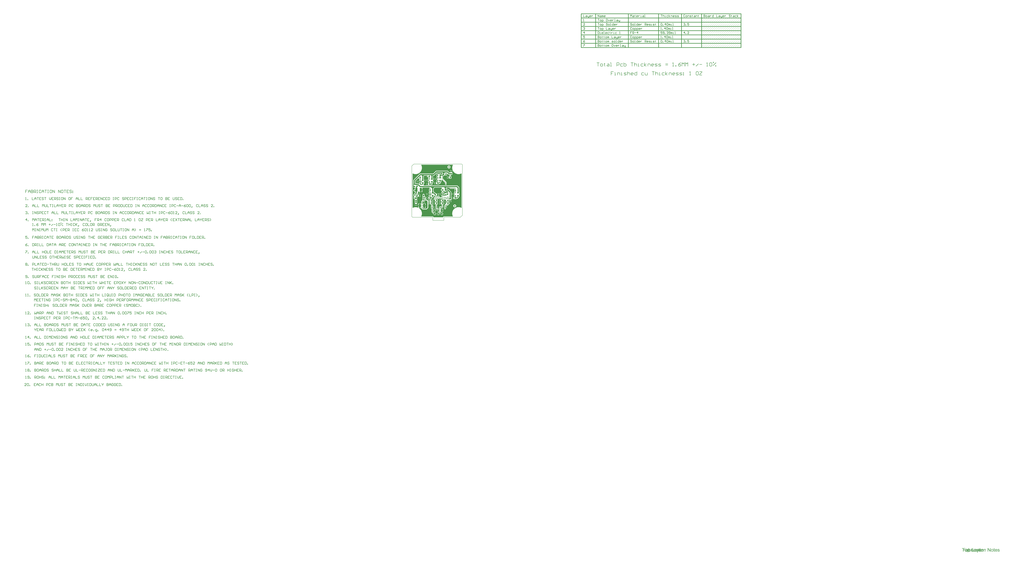
<source format=gtl>
G04 Layer_Physical_Order=1*
G04 Layer_Color=255*
%FSLAX25Y25*%
%MOIN*%
G70*
G01*
G75*
%ADD10R,0.06299X0.11024*%
%ADD11R,0.02165X0.03150*%
%ADD12R,0.03937X0.03740*%
%ADD13R,0.03740X0.03937*%
%ADD14R,0.05709X0.02953*%
%ADD15R,0.03740X0.02362*%
%ADD16C,0.03937*%
%ADD17R,0.02953X0.05709*%
%ADD18O,0.01772X0.01279*%
%ADD19O,0.02362X0.00984*%
%ADD20R,0.01772X0.01279*%
%ADD21R,0.03858X0.03622*%
%ADD22C,0.01000*%
%ADD23C,0.02000*%
%ADD24C,0.02500*%
%ADD25C,0.00800*%
%ADD26C,0.03000*%
%ADD27C,0.01500*%
%ADD28C,0.00100*%
%ADD29C,0.00500*%
%ADD30R,0.05354X0.05354*%
%ADD31C,0.05354*%
%ADD32C,0.00400*%
%ADD33C,0.02000*%
%ADD34C,0.02400*%
%ADD35C,0.03200*%
G36*
X116786Y148856D02*
X116181Y147631D01*
X115423Y145396D01*
X114962Y143081D01*
X114808Y140726D01*
X114962Y138370D01*
X115423Y136055D01*
X116181Y133820D01*
X117225Y131704D01*
X118536Y129741D01*
X120093Y127967D01*
X121867Y126410D01*
X123830Y125099D01*
X125947Y124055D01*
X128182Y123296D01*
X130497Y122836D01*
X132852Y122682D01*
X135207Y122836D01*
X137522Y123296D01*
X139757Y124055D01*
X140982Y124659D01*
X141407Y124395D01*
Y27164D01*
X140982Y26900D01*
X139745Y27510D01*
X137514Y28267D01*
X135204Y28727D01*
X132854Y28881D01*
X130503Y28727D01*
X128193Y28267D01*
X125962Y27510D01*
X123849Y26468D01*
X121891Y25159D01*
X120120Y23606D01*
X118567Y21835D01*
X117258Y19877D01*
X116216Y17764D01*
X115459Y15533D01*
X114999Y13223D01*
X114845Y10872D01*
X114999Y8522D01*
X115459Y6211D01*
X116216Y3981D01*
X116839Y2719D01*
X116574Y2294D01*
X91142Y2294D01*
X90264Y2120D01*
X89520Y1622D01*
X89022Y878D01*
X88848Y0D01*
X61940D01*
X61765Y878D01*
X61268Y1622D01*
X60524Y2120D01*
X59646Y2294D01*
X27147D01*
X26883Y2719D01*
X27476Y3922D01*
X28234Y6155D01*
X28694Y8468D01*
X28849Y10821D01*
X28694Y13174D01*
X28234Y15487D01*
X27476Y17720D01*
X26433Y19835D01*
X25123Y21795D01*
X23568Y23568D01*
X21795Y25123D01*
X20530Y25969D01*
X20682Y26469D01*
X21701D01*
Y32000D01*
X18532D01*
Y27634D01*
X18228Y27374D01*
X18057Y27310D01*
X17720Y27476D01*
X15487Y28234D01*
X13174Y28694D01*
X10821Y28849D01*
X8468Y28694D01*
X6155Y28234D01*
X3922Y27476D01*
X2719Y26883D01*
X2294Y27147D01*
Y124405D01*
X2719Y124669D01*
X3921Y124076D01*
X6156Y123317D01*
X8471Y122857D01*
X10827Y122703D01*
X13182Y122857D01*
X15497Y123317D01*
X17732Y124076D01*
X19850Y125120D01*
X21812Y126432D01*
X23587Y127988D01*
X25143Y129763D01*
X26455Y131725D01*
X27499Y133842D01*
X28257Y136077D01*
X28718Y138393D01*
X28872Y140748D01*
X28718Y143103D01*
X28257Y145419D01*
X27499Y147654D01*
X26906Y148856D01*
X27170Y149281D01*
X116522D01*
X116786Y148856D01*
D02*
G37*
G36*
X1614983Y-941828D02*
X1613797D01*
Y-940481D01*
X1614983D01*
Y-941828D01*
D02*
G37*
G36*
X1594077D02*
X1592891D01*
Y-940481D01*
X1594077D01*
Y-941828D01*
D02*
G37*
G36*
X1582116Y-942997D02*
X1582132Y-943000D01*
X1582337Y-943029D01*
X1582586Y-943087D01*
X1582850Y-943161D01*
X1582987Y-943222D01*
X1583229Y-943117D01*
X1583405Y-943058D01*
X1583595Y-943014D01*
X1583800Y-942985D01*
X1584005Y-942970D01*
X1584122D01*
X1584239Y-942985D01*
X1584400Y-943000D01*
X1584591Y-943029D01*
X1584795Y-943087D01*
X1585001Y-943146D01*
X1585220Y-943234D01*
X1585249Y-943248D01*
X1585323Y-943278D01*
X1585425Y-943336D01*
X1585557Y-943424D01*
X1585703Y-943527D01*
X1585850Y-943658D01*
X1586011Y-943805D01*
X1586157Y-943966D01*
X1586172Y-943981D01*
X1586216Y-944054D01*
X1586289Y-944156D01*
X1586377Y-944288D01*
X1586465Y-944449D01*
X1586567Y-944639D01*
X1586655Y-944859D01*
X1586743Y-945108D01*
X1586757Y-945137D01*
X1586772Y-945225D01*
X1586816Y-945357D01*
X1586860Y-945532D01*
X1586889Y-945737D01*
X1586933Y-945971D01*
X1586948Y-946235D01*
X1586962Y-946513D01*
Y-946528D01*
Y-946586D01*
Y-946689D01*
X1586948Y-946806D01*
X1586933Y-946967D01*
X1586918Y-947128D01*
X1586889Y-947333D01*
X1586845Y-947538D01*
X1586743Y-947977D01*
X1586669Y-948211D01*
X1586582Y-948446D01*
X1586479Y-948680D01*
X1586362Y-948899D01*
X1586230Y-949104D01*
X1586069Y-949295D01*
X1586055Y-949309D01*
X1586025Y-949339D01*
X1585981Y-949383D01*
X1585908Y-949441D01*
X1585835Y-949514D01*
X1585732Y-949602D01*
X1585615Y-949690D01*
X1585469Y-949778D01*
X1585161Y-949954D01*
X1584810Y-950115D01*
X1584605Y-950173D01*
X1584400Y-950217D01*
X1584181Y-950246D01*
X1583946Y-950261D01*
X1583829D01*
X1583741Y-950246D01*
X1583639Y-950232D01*
X1583522Y-950202D01*
X1583244Y-950129D01*
X1583097Y-950085D01*
X1582936Y-950012D01*
X1582892Y-949988D01*
X1582791Y-950027D01*
X1582557Y-950115D01*
X1582308Y-950188D01*
X1582015Y-950246D01*
X1581722Y-950261D01*
X1581620D01*
X1581517Y-950246D01*
X1581371Y-950232D01*
X1581210Y-950202D01*
X1581034Y-950159D01*
X1580844Y-950100D01*
X1580668Y-950027D01*
X1580654Y-950012D01*
X1580595Y-949983D01*
X1580507Y-949924D01*
X1580405Y-949851D01*
X1580273Y-949763D01*
X1580156Y-949661D01*
X1580024Y-949529D01*
X1579907Y-949397D01*
Y-952765D01*
X1578721D01*
Y-950100D01*
X1578266D01*
X1578251Y-950085D01*
X1578237Y-950041D01*
X1578207Y-949954D01*
X1578164Y-949851D01*
X1578120Y-949719D01*
X1578090Y-949573D01*
X1578061Y-949412D01*
X1578032Y-949222D01*
X1578003Y-949251D01*
X1577915Y-949309D01*
X1577798Y-949412D01*
X1577622Y-949529D01*
X1577432Y-949675D01*
X1577212Y-949807D01*
X1576992Y-949924D01*
X1576758Y-950027D01*
X1576729Y-950041D01*
X1576656Y-950056D01*
X1576539Y-950100D01*
X1576377Y-950144D01*
X1576173Y-950188D01*
X1575953Y-950217D01*
X1575719Y-950246D01*
X1575455Y-950261D01*
X1575353D01*
X1575265Y-950246D01*
X1575177D01*
X1575060Y-950232D01*
X1574811Y-950188D01*
X1574767Y-950179D01*
X1574724Y-950188D01*
X1574417Y-950246D01*
X1574080Y-950261D01*
X1573934D01*
X1573831Y-950246D01*
X1573714Y-950232D01*
X1573568Y-950217D01*
X1573407Y-950188D01*
X1573231Y-950144D01*
X1572865Y-950027D01*
X1572660Y-949954D01*
X1572470Y-949866D01*
X1572265Y-949763D01*
X1572075Y-949632D01*
X1571884Y-949485D01*
X1571709Y-949324D01*
X1571694Y-949309D01*
X1571665Y-949280D01*
X1571621Y-949222D01*
X1571577Y-949148D01*
X1571504Y-949046D01*
X1571430Y-948929D01*
X1571343Y-948797D01*
X1571269Y-948636D01*
X1571181Y-948446D01*
X1571094Y-948255D01*
X1571021Y-948021D01*
X1570962Y-947787D01*
X1570903Y-947523D01*
X1570859Y-947245D01*
X1570830Y-946938D01*
X1570815Y-946616D01*
Y-946586D01*
Y-946528D01*
X1570830Y-946425D01*
Y-946294D01*
X1570845Y-946133D01*
X1570874Y-945957D01*
X1570903Y-945752D01*
X1570906Y-945737D01*
X1566936D01*
Y-950100D01*
X1565500D01*
Y-941609D01*
X1562500D01*
Y-940481D01*
X1571986D01*
Y-941609D01*
X1566936D01*
Y-944610D01*
X1571263D01*
X1571269Y-944595D01*
X1571387Y-944361D01*
X1571533Y-944141D01*
X1571694Y-943937D01*
X1571884Y-943746D01*
X1571899Y-943732D01*
X1571928Y-943717D01*
X1571972Y-943673D01*
X1572045Y-943629D01*
X1572133Y-943571D01*
X1572236Y-943497D01*
X1572353Y-943424D01*
X1572499Y-943351D01*
X1572645Y-943292D01*
X1572807Y-943219D01*
X1573187Y-943087D01*
X1573612Y-943000D01*
X1573846Y-942985D01*
X1574080Y-942970D01*
X1574212D01*
X1574314Y-942985D01*
X1574446Y-943000D01*
X1574578Y-943014D01*
X1574739Y-943044D01*
X1574915Y-943087D01*
X1575100Y-943147D01*
X1575104Y-943146D01*
X1575294Y-943087D01*
X1575528Y-943044D01*
X1575792Y-943014D01*
X1576099Y-942985D01*
X1576421Y-942970D01*
X1576568D01*
X1576729Y-942985D01*
X1576934Y-943000D01*
X1577168Y-943029D01*
X1577417Y-943058D01*
X1577651Y-943117D01*
X1577871Y-943190D01*
X1577900Y-943205D01*
X1577959Y-943219D01*
X1578061Y-943278D01*
X1578178Y-943336D01*
X1578310Y-943410D01*
X1578456Y-943497D01*
X1578574Y-943600D01*
X1578691Y-943717D01*
X1578705Y-943732D01*
X1578721Y-943755D01*
Y-943131D01*
X1579805D01*
Y-944039D01*
X1579819Y-944010D01*
X1579863Y-943951D01*
X1579951Y-943863D01*
X1580053Y-943746D01*
X1580171Y-943614D01*
X1580317Y-943483D01*
X1580478Y-943351D01*
X1580654Y-943248D01*
X1580683Y-943234D01*
X1580741Y-943205D01*
X1580844Y-943161D01*
X1580931Y-943122D01*
Y-940481D01*
X1582116D01*
Y-942997D01*
D02*
G37*
G36*
X1627749Y-942985D02*
X1627896Y-943000D01*
X1628071Y-943029D01*
X1628276Y-943073D01*
X1628467Y-943131D01*
X1628672Y-943205D01*
X1628701Y-943219D01*
X1628759Y-943248D01*
X1628847Y-943292D01*
X1628964Y-943366D01*
X1629096Y-943453D01*
X1629228Y-943556D01*
X1629360Y-943673D01*
X1629462Y-943805D01*
X1629477Y-943819D01*
X1629506Y-943863D01*
X1629550Y-943951D01*
X1629609Y-944054D01*
X1629667Y-944171D01*
X1629726Y-944317D01*
X1629784Y-944493D01*
X1629828Y-944669D01*
Y-944683D01*
X1629843Y-944727D01*
X1629857Y-944815D01*
X1629872Y-944932D01*
Y-945093D01*
X1629887Y-945298D01*
X1629901Y-945532D01*
Y-945825D01*
Y-950100D01*
X1628716D01*
Y-945869D01*
Y-945854D01*
Y-945840D01*
Y-945752D01*
Y-945620D01*
X1628701Y-945459D01*
X1628686Y-945298D01*
X1628657Y-945108D01*
X1628613Y-944947D01*
X1628569Y-944800D01*
Y-944786D01*
X1628540Y-944742D01*
X1628511Y-944669D01*
X1628467Y-944595D01*
X1628393Y-944493D01*
X1628306Y-944405D01*
X1628203Y-944303D01*
X1628086Y-944215D01*
X1628071Y-944200D01*
X1628027Y-944185D01*
X1627954Y-944141D01*
X1627852Y-944098D01*
X1627735Y-944068D01*
X1627588Y-944024D01*
X1627442Y-944010D01*
X1627266Y-943995D01*
X1627134D01*
X1627003Y-944024D01*
X1626812Y-944054D01*
X1626607Y-944112D01*
X1626402Y-944200D01*
X1626168Y-944317D01*
X1625963Y-944478D01*
X1625934Y-944508D01*
X1625875Y-944581D01*
X1625788Y-944698D01*
X1625744Y-944786D01*
X1625700Y-944888D01*
X1625641Y-945005D01*
X1625597Y-945137D01*
X1625553Y-945283D01*
X1625509Y-945444D01*
X1625465Y-945635D01*
X1625451Y-945840D01*
X1625422Y-946059D01*
Y-946294D01*
Y-950100D01*
X1624236D01*
Y-943131D01*
X1625304D01*
Y-944127D01*
X1625319Y-944112D01*
X1625334Y-944083D01*
X1625378Y-944024D01*
X1625451Y-943951D01*
X1625524Y-943863D01*
X1625627Y-943761D01*
X1625729Y-943658D01*
X1625861Y-943541D01*
X1626022Y-943439D01*
X1626183Y-943336D01*
X1626358Y-943234D01*
X1626563Y-943146D01*
X1626768Y-943073D01*
X1627003Y-943014D01*
X1627251Y-942985D01*
X1627515Y-942970D01*
X1627617D01*
X1627749Y-942985D01*
D02*
G37*
G36*
X1591297Y-943004D02*
X1591354Y-943014D01*
X1591530Y-943073D01*
X1591735Y-943131D01*
X1591955Y-943234D01*
X1592189Y-943366D01*
X1591764Y-944449D01*
X1591749Y-944434D01*
X1591691Y-944405D01*
X1591603Y-944361D01*
X1591501Y-944317D01*
X1591369Y-944273D01*
X1591297Y-944252D01*
Y-948973D01*
X1592891D01*
Y-943131D01*
X1594077D01*
Y-948973D01*
X1596026D01*
Y-950100D01*
X1590023D01*
Y-944629D01*
X1589978Y-944683D01*
X1589905Y-944800D01*
X1589846Y-944932D01*
X1589788Y-945078D01*
X1589773Y-945108D01*
X1589758Y-945181D01*
X1589729Y-945313D01*
X1589700Y-945488D01*
X1589656Y-945693D01*
X1589627Y-945928D01*
X1589612Y-946177D01*
X1589597Y-946455D01*
Y-950100D01*
X1588412D01*
Y-943131D01*
X1589480D01*
Y-944171D01*
X1589495Y-944156D01*
X1589554Y-944068D01*
X1589627Y-943937D01*
X1589715Y-943790D01*
X1589832Y-943629D01*
X1589963Y-943468D01*
X1590023Y-943393D01*
Y-940481D01*
X1591297D01*
Y-943004D01*
D02*
G37*
G36*
X1666370Y-942985D02*
X1666560Y-943000D01*
X1666794Y-943029D01*
X1667028Y-943073D01*
X1667277Y-943131D01*
X1667512Y-943219D01*
X1667526D01*
X1667541Y-943234D01*
X1667614Y-943263D01*
X1667731Y-943322D01*
X1667863Y-943380D01*
X1668009Y-943483D01*
X1668170Y-943585D01*
X1668317Y-943717D01*
X1668434Y-943863D01*
X1668448Y-943878D01*
X1668478Y-943937D01*
X1668536Y-944024D01*
X1668609Y-944141D01*
X1668668Y-944288D01*
X1668741Y-944478D01*
X1668800Y-944683D01*
X1668858Y-944917D01*
X1667702Y-945078D01*
Y-945049D01*
X1667687Y-944991D01*
X1667658Y-944888D01*
X1667614Y-944771D01*
X1667555Y-944639D01*
X1667468Y-944508D01*
X1667365Y-944361D01*
X1667233Y-944244D01*
X1667219Y-944229D01*
X1667160Y-944200D01*
X1667072Y-944141D01*
X1666955Y-944083D01*
X1666809Y-944039D01*
X1666619Y-943981D01*
X1666413Y-943951D01*
X1666165Y-943937D01*
X1666033D01*
X1665886Y-943951D01*
X1665711Y-943966D01*
X1665520Y-944010D01*
X1665330Y-944054D01*
X1665140Y-944127D01*
X1664993Y-944215D01*
X1664979Y-944229D01*
X1664935Y-944259D01*
X1664891Y-944317D01*
X1664832Y-944390D01*
X1664759Y-944478D01*
X1664715Y-944595D01*
X1664671Y-944713D01*
X1664657Y-944844D01*
Y-944859D01*
Y-944888D01*
X1664671Y-944932D01*
Y-944991D01*
X1664715Y-945122D01*
X1664788Y-945269D01*
X1664803Y-945283D01*
X1664818Y-945298D01*
X1664906Y-945371D01*
X1664964Y-945430D01*
X1665037Y-945474D01*
X1665140Y-945532D01*
X1665242Y-945576D01*
X1665257D01*
X1665286Y-945591D01*
X1665345Y-945605D01*
X1665447Y-945635D01*
X1665579Y-945679D01*
X1665769Y-945737D01*
X1666004Y-945796D01*
X1666135Y-945840D01*
X1666296Y-945884D01*
X1666311D01*
X1666355Y-945898D01*
X1666413Y-945913D01*
X1666501Y-945942D01*
X1666604Y-945971D01*
X1666721Y-946001D01*
X1666985Y-946074D01*
X1667277Y-946162D01*
X1667570Y-946264D01*
X1667834Y-946352D01*
X1667951Y-946396D01*
X1668053Y-946440D01*
X1668082Y-946455D01*
X1668141Y-946484D01*
X1668229Y-946528D01*
X1668331Y-946586D01*
X1668463Y-946674D01*
X1668595Y-946791D01*
X1668712Y-946908D01*
X1668829Y-947055D01*
X1668844Y-947069D01*
X1668873Y-947128D01*
X1668917Y-947216D01*
X1668975Y-947333D01*
X1669034Y-947479D01*
X1669078Y-947655D01*
X1669107Y-947845D01*
X1669122Y-948065D01*
Y-948094D01*
Y-948168D01*
X1669107Y-948285D01*
X1669078Y-948416D01*
X1669034Y-948592D01*
X1668975Y-948782D01*
X1668888Y-948973D01*
X1668771Y-949178D01*
X1668756Y-949207D01*
X1668712Y-949265D01*
X1668624Y-949353D01*
X1668507Y-949471D01*
X1668375Y-949602D01*
X1668200Y-949734D01*
X1667995Y-949866D01*
X1667760Y-949983D01*
X1667731Y-949998D01*
X1667643Y-950027D01*
X1667512Y-950071D01*
X1667336Y-950115D01*
X1667116Y-950173D01*
X1666867Y-950217D01*
X1666589Y-950246D01*
X1666296Y-950261D01*
X1666165D01*
X1666077Y-950246D01*
X1665960D01*
X1665828Y-950232D01*
X1665520Y-950188D01*
X1665184Y-950129D01*
X1664847Y-950027D01*
X1664510Y-949895D01*
X1664364Y-949807D01*
X1664218Y-949705D01*
X1664203D01*
X1664188Y-949675D01*
X1664100Y-949602D01*
X1663983Y-949471D01*
X1663837Y-949280D01*
X1663691Y-949046D01*
X1663544Y-948753D01*
X1663412Y-948416D01*
X1663325Y-948021D01*
X1664496Y-947831D01*
Y-947845D01*
Y-947860D01*
X1664510Y-947948D01*
X1664554Y-948080D01*
X1664598Y-948241D01*
X1664671Y-948416D01*
X1664759Y-948592D01*
X1664891Y-948768D01*
X1665037Y-948929D01*
X1665052Y-948943D01*
X1665125Y-948987D01*
X1665228Y-949046D01*
X1665359Y-949104D01*
X1665550Y-949178D01*
X1665755Y-949236D01*
X1666018Y-949280D01*
X1666296Y-949295D01*
X1666428D01*
X1666575Y-949280D01*
X1666750Y-949251D01*
X1666955Y-949222D01*
X1667160Y-949163D01*
X1667351Y-949075D01*
X1667512Y-948973D01*
X1667526Y-948958D01*
X1667570Y-948914D01*
X1667643Y-948841D01*
X1667716Y-948753D01*
X1667775Y-948636D01*
X1667848Y-948490D01*
X1667892Y-948343D01*
X1667907Y-948182D01*
Y-948168D01*
Y-948109D01*
X1667892Y-948050D01*
X1667863Y-947948D01*
X1667819Y-947860D01*
X1667760Y-947743D01*
X1667673Y-947641D01*
X1667555Y-947553D01*
X1667541Y-947538D01*
X1667497Y-947523D01*
X1667424Y-947494D01*
X1667307Y-947435D01*
X1667146Y-947392D01*
X1666941Y-947318D01*
X1666809Y-947274D01*
X1666677Y-947245D01*
X1666516Y-947201D01*
X1666340Y-947157D01*
X1666326D01*
X1666282Y-947143D01*
X1666223Y-947128D01*
X1666135Y-947099D01*
X1666018Y-947069D01*
X1665901Y-947040D01*
X1665623Y-946952D01*
X1665330Y-946865D01*
X1665023Y-946777D01*
X1664745Y-946674D01*
X1664627Y-946630D01*
X1664525Y-946586D01*
X1664510Y-946572D01*
X1664437Y-946542D01*
X1664349Y-946484D01*
X1664247Y-946411D01*
X1664115Y-946323D01*
X1663998Y-946206D01*
X1663866Y-946074D01*
X1663764Y-945928D01*
X1663749Y-945913D01*
X1663720Y-945854D01*
X1663691Y-945767D01*
X1663647Y-945649D01*
X1663588Y-945518D01*
X1663559Y-945357D01*
X1663529Y-945181D01*
X1663515Y-944991D01*
Y-944976D01*
Y-944917D01*
X1663529Y-944815D01*
X1663544Y-944713D01*
X1663559Y-944581D01*
X1663603Y-944434D01*
X1663647Y-944273D01*
X1663720Y-944127D01*
X1663734Y-944112D01*
X1663764Y-944054D01*
X1663808Y-943981D01*
X1663881Y-943893D01*
X1663954Y-943790D01*
X1664057Y-943688D01*
X1664174Y-943571D01*
X1664305Y-943468D01*
X1664320Y-943453D01*
X1664364Y-943439D01*
X1664422Y-943395D01*
X1664510Y-943351D01*
X1664613Y-943292D01*
X1664745Y-943234D01*
X1664891Y-943175D01*
X1665052Y-943117D01*
X1665081D01*
X1665140Y-943087D01*
X1665228Y-943073D01*
X1665359Y-943044D01*
X1665520Y-943014D01*
X1665681Y-943000D01*
X1665872Y-942970D01*
X1666209D01*
X1666370Y-942985D01*
D02*
G37*
G36*
X1611440Y-943131D02*
X1612626D01*
Y-943516D01*
X1612715Y-943453D01*
X1612876Y-943366D01*
X1613052Y-943278D01*
X1613242Y-943205D01*
X1613462Y-943117D01*
X1613681Y-943058D01*
X1613916Y-943014D01*
X1614165Y-942985D01*
X1614428Y-942970D01*
X1614560D01*
X1614662Y-942985D01*
X1614779Y-943000D01*
X1614926Y-943014D01*
X1615072Y-943044D01*
X1615248Y-943087D01*
X1615599Y-943205D01*
X1615790Y-943278D01*
X1615980Y-943380D01*
X1616170Y-943483D01*
X1616361Y-943614D01*
X1616536Y-943761D01*
X1616712Y-943937D01*
X1616727Y-943951D01*
X1616756Y-943981D01*
X1616800Y-944039D01*
X1616858Y-944112D01*
X1616917Y-944215D01*
X1616956Y-944278D01*
X1617047Y-944141D01*
X1617208Y-943937D01*
X1617399Y-943746D01*
X1617413Y-943732D01*
X1617443Y-943717D01*
X1617487Y-943673D01*
X1617560Y-943629D01*
X1617648Y-943571D01*
X1617750Y-943497D01*
X1617867Y-943424D01*
X1618014Y-943351D01*
X1618160Y-943292D01*
X1618321Y-943219D01*
X1618702Y-943087D01*
X1619126Y-943000D01*
X1619361Y-942985D01*
X1619595Y-942970D01*
X1619727D01*
X1619829Y-942985D01*
X1619961Y-943000D01*
X1620093Y-943014D01*
X1620254Y-943044D01*
X1620429Y-943087D01*
X1620795Y-943205D01*
X1620838Y-943221D01*
X1620840Y-943219D01*
X1620855Y-943205D01*
X1620899Y-943175D01*
X1620972Y-943146D01*
X1621075Y-943087D01*
X1621177Y-943044D01*
X1621309Y-943014D01*
X1621455Y-942985D01*
X1621602Y-942970D01*
X1621704D01*
X1621821Y-942985D01*
X1621982Y-943014D01*
X1622158Y-943073D01*
X1622363Y-943131D01*
X1622583Y-943234D01*
X1622817Y-943366D01*
X1622392Y-944449D01*
X1622378Y-944434D01*
X1622319Y-944405D01*
X1622280Y-944385D01*
X1622318Y-944449D01*
X1622406Y-944595D01*
X1622479Y-944771D01*
X1622567Y-944976D01*
X1622640Y-945181D01*
X1622713Y-945415D01*
X1622772Y-945664D01*
X1622816Y-945942D01*
X1622845Y-946220D01*
X1622860Y-946528D01*
Y-946542D01*
Y-946586D01*
Y-946660D01*
Y-946747D01*
X1622845Y-946865D01*
Y-946996D01*
X1622830Y-947143D01*
X1622816Y-947304D01*
X1622757Y-947641D01*
X1622684Y-947992D01*
X1622581Y-948343D01*
X1622450Y-948651D01*
Y-948665D01*
X1622435Y-948680D01*
X1622376Y-948782D01*
X1622274Y-948914D01*
X1622142Y-949090D01*
X1621981Y-949280D01*
X1621776Y-949471D01*
X1621542Y-949661D01*
X1621264Y-949837D01*
X1621249D01*
X1621235Y-949851D01*
X1621191Y-949880D01*
X1621132Y-949895D01*
X1620971Y-949968D01*
X1620766Y-950041D01*
X1620517Y-950129D01*
X1620239Y-950188D01*
X1619931Y-950246D01*
X1619595Y-950261D01*
X1619448D01*
X1619346Y-950246D01*
X1619229Y-950232D01*
X1619082Y-950217D01*
X1618921Y-950188D01*
X1618746Y-950144D01*
X1618380Y-950027D01*
X1618175Y-949954D01*
X1617984Y-949866D01*
X1617779Y-949763D01*
X1617589Y-949632D01*
X1617399Y-949485D01*
X1617223Y-949324D01*
X1617208Y-949309D01*
X1617179Y-949280D01*
X1617135Y-949222D01*
X1617091Y-949148D01*
X1617043Y-949080D01*
X1616990Y-949163D01*
X1616756Y-949441D01*
X1616492Y-949675D01*
X1616478D01*
X1616463Y-949705D01*
X1616419Y-949734D01*
X1616346Y-949763D01*
X1616273Y-949807D01*
X1616185Y-949866D01*
X1616082Y-949910D01*
X1615951Y-949968D01*
X1615672Y-950071D01*
X1615321Y-950173D01*
X1614940Y-950232D01*
X1614501Y-950261D01*
X1614355D01*
X1614252Y-950246D01*
X1614121Y-950232D01*
X1613974Y-950217D01*
X1613813Y-950188D01*
X1613623Y-950144D01*
X1613242Y-950027D01*
X1613037Y-949954D01*
X1612847Y-949866D01*
X1612745Y-949815D01*
X1612787Y-950085D01*
X1612758D01*
X1612699Y-950100D01*
X1612612Y-950115D01*
X1612480Y-950129D01*
X1612348Y-950159D01*
X1612202Y-950173D01*
X1611894Y-950188D01*
X1611792D01*
X1611675Y-950173D01*
X1611528Y-950159D01*
X1611367Y-950144D01*
X1611191Y-950100D01*
X1611030Y-950056D01*
X1610884Y-949998D01*
X1610869Y-949983D01*
X1610825Y-949954D01*
X1610767Y-949910D01*
X1610694Y-949851D01*
X1610606Y-949778D01*
X1610533Y-949690D01*
X1610445Y-949588D01*
X1610386Y-949471D01*
Y-949456D01*
X1610372Y-949397D01*
X1610342Y-949309D01*
X1610328Y-949163D01*
X1610298Y-948973D01*
X1610284Y-948870D01*
X1610269Y-948738D01*
Y-948592D01*
X1610254Y-948431D01*
Y-948255D01*
Y-948065D01*
Y-944054D01*
X1610220D01*
X1608299Y-949220D01*
X1608307Y-949280D01*
Y-949295D01*
X1608322Y-949353D01*
X1608337Y-949441D01*
X1608366Y-949544D01*
X1608410Y-949661D01*
X1608468Y-949807D01*
X1608600Y-950100D01*
X1607972D01*
X1607928Y-950217D01*
Y-950232D01*
X1607913Y-950261D01*
X1607884Y-950320D01*
X1607855Y-950407D01*
X1607825Y-950495D01*
X1607781Y-950598D01*
X1607694Y-950847D01*
X1607577Y-951110D01*
X1607474Y-951359D01*
X1607372Y-951608D01*
X1607313Y-951710D01*
X1607269Y-951798D01*
X1607254Y-951828D01*
X1607211Y-951886D01*
X1607152Y-951989D01*
X1607064Y-952120D01*
X1606947Y-952252D01*
X1606830Y-952398D01*
X1606684Y-952530D01*
X1606537Y-952647D01*
X1606523Y-952662D01*
X1606464Y-952691D01*
X1606376Y-952735D01*
X1606259Y-952779D01*
X1606127Y-952838D01*
X1605951Y-952882D01*
X1605776Y-952911D01*
X1605571Y-952925D01*
X1605512D01*
X1605439Y-952911D01*
X1605351D01*
X1605234Y-952896D01*
X1605102Y-952867D01*
X1604810Y-952779D01*
X1604678Y-951681D01*
X1604692D01*
X1604736Y-951696D01*
X1604810Y-951710D01*
X1604912Y-951740D01*
X1605117Y-951784D01*
X1605351Y-951798D01*
X1605424D01*
X1605483Y-951784D01*
X1605585D01*
X1605791Y-951740D01*
X1605893Y-951710D01*
X1605981Y-951667D01*
X1605995D01*
X1606025Y-951637D01*
X1606069Y-951608D01*
X1606113Y-951564D01*
X1606244Y-951447D01*
X1606376Y-951286D01*
Y-951271D01*
X1606391Y-951242D01*
X1606420Y-951198D01*
X1606464Y-951110D01*
X1606508Y-950993D01*
X1606566Y-950847D01*
X1606640Y-950642D01*
X1606727Y-950407D01*
X1606742Y-950393D01*
X1606757Y-950334D01*
X1606801Y-950246D01*
X1606845Y-950115D01*
X1606646Y-949591D01*
X1606536Y-949675D01*
X1606316Y-949807D01*
X1606097Y-949924D01*
X1605862Y-950027D01*
X1605833Y-950041D01*
X1605760Y-950056D01*
X1605643Y-950100D01*
X1605482Y-950144D01*
X1605277Y-950188D01*
X1605057Y-950217D01*
X1604823Y-950246D01*
X1604560Y-950261D01*
X1604457D01*
X1604369Y-950246D01*
X1604281D01*
X1604164Y-950232D01*
X1603915Y-950188D01*
X1603623Y-950129D01*
X1603377Y-950039D01*
X1603404Y-950100D01*
X1602174D01*
X1602160Y-950085D01*
X1602145Y-950041D01*
X1602116Y-949954D01*
X1602072Y-949851D01*
X1602028Y-949719D01*
X1601999Y-949573D01*
X1601969Y-949412D01*
X1601940Y-949222D01*
X1601911Y-949251D01*
X1601823Y-949309D01*
X1601706Y-949412D01*
X1601530Y-949529D01*
X1601340Y-949675D01*
X1601120Y-949807D01*
X1600901Y-949924D01*
X1600666Y-950027D01*
X1600637Y-950041D01*
X1600564Y-950056D01*
X1600447Y-950100D01*
X1600286Y-950144D01*
X1600081Y-950188D01*
X1599861Y-950217D01*
X1599627Y-950246D01*
X1599364Y-950261D01*
X1599261D01*
X1599173Y-950246D01*
X1599085D01*
X1599010Y-950237D01*
X1598879Y-950246D01*
X1598674Y-950261D01*
X1598542D01*
X1598440Y-950246D01*
X1598323Y-950232D01*
X1598176Y-950217D01*
X1598030Y-950188D01*
X1597854Y-950144D01*
X1597488Y-950041D01*
X1597298Y-949954D01*
X1597108Y-949866D01*
X1596917Y-949763D01*
X1596742Y-949646D01*
X1596566Y-949500D01*
X1596390Y-949339D01*
X1596376Y-949324D01*
X1596346Y-949295D01*
X1596317Y-949236D01*
X1596259Y-949163D01*
X1596185Y-949061D01*
X1596112Y-948943D01*
X1596039Y-948812D01*
X1595966Y-948651D01*
X1595878Y-948475D01*
X1595805Y-948270D01*
X1595732Y-948050D01*
X1595658Y-947801D01*
X1595600Y-947553D01*
X1595571Y-947260D01*
X1595541Y-946967D01*
X1595527Y-946645D01*
Y-946630D01*
Y-946601D01*
Y-946528D01*
Y-946455D01*
X1595541Y-946352D01*
Y-946250D01*
X1595571Y-945971D01*
X1595615Y-945664D01*
X1595688Y-945342D01*
X1595776Y-944991D01*
X1595893Y-944669D01*
Y-944654D01*
X1595907Y-944625D01*
X1595937Y-944581D01*
X1595966Y-944522D01*
X1596054Y-944376D01*
X1596171Y-944185D01*
X1596332Y-943981D01*
X1596522Y-943775D01*
X1596756Y-943571D01*
X1597020Y-943395D01*
X1597035D01*
X1597049Y-943380D01*
X1597093Y-943351D01*
X1597152Y-943322D01*
X1597313Y-943263D01*
X1597518Y-943175D01*
X1597752Y-943102D01*
X1598045Y-943029D01*
X1598352Y-942985D01*
X1598674Y-942970D01*
X1598791D01*
X1598865Y-942985D01*
X1598967D01*
X1599069Y-943000D01*
X1599333Y-943044D01*
X1599378Y-943055D01*
X1599437Y-943044D01*
X1599700Y-943014D01*
X1600008Y-942985D01*
X1600330Y-942970D01*
X1600476D01*
X1600637Y-942985D01*
X1600842Y-943000D01*
X1601076Y-943029D01*
X1601325Y-943058D01*
X1601559Y-943117D01*
X1601779Y-943190D01*
X1601808Y-943205D01*
X1601867Y-943219D01*
X1601969Y-943278D01*
X1602087Y-943336D01*
X1602218Y-943410D01*
X1602365Y-943497D01*
X1602482Y-943600D01*
X1602599Y-943717D01*
X1602614Y-943732D01*
X1602643Y-943775D01*
X1602687Y-943834D01*
X1602745Y-943937D01*
X1602804Y-944054D01*
X1602805Y-944056D01*
X1602905Y-943922D01*
X1602920Y-943907D01*
X1602978Y-943849D01*
X1603052Y-943761D01*
X1603169Y-943658D01*
X1603315Y-943556D01*
X1603505Y-943439D01*
X1603710Y-943322D01*
X1603945Y-943219D01*
X1603959D01*
X1603974Y-943205D01*
X1604018Y-943190D01*
X1604062Y-943175D01*
X1604201Y-943147D01*
X1604195Y-943131D01*
X1604256D01*
X1604399Y-943087D01*
X1604633Y-943044D01*
X1604896Y-943014D01*
X1605204Y-942985D01*
X1605526Y-942970D01*
X1605672D01*
X1605833Y-942985D01*
X1606038Y-943000D01*
X1606272Y-943029D01*
X1606521Y-943058D01*
X1606755Y-943117D01*
X1606975Y-943190D01*
X1607004Y-943205D01*
X1607063Y-943219D01*
X1607165Y-943278D01*
X1607283Y-943336D01*
X1607414Y-943410D01*
X1607561Y-943497D01*
X1607678Y-943600D01*
X1607795Y-943717D01*
X1607810Y-943732D01*
X1607839Y-943775D01*
X1607883Y-943834D01*
X1607941Y-943937D01*
X1608000Y-944054D01*
X1608059Y-944185D01*
X1608117Y-944347D01*
X1608161Y-944522D01*
Y-944537D01*
X1608176Y-944581D01*
X1608190Y-944654D01*
X1608205Y-944771D01*
Y-944917D01*
X1608220Y-945108D01*
X1608234Y-945327D01*
Y-945605D01*
Y-946287D01*
X1609376Y-943174D01*
Y-943131D01*
X1610254D01*
Y-941418D01*
X1611440Y-940701D01*
Y-943131D01*
D02*
G37*
G36*
X1643151Y-950100D02*
X1641848D01*
X1636797Y-942546D01*
Y-950100D01*
X1635582D01*
Y-940481D01*
X1636870D01*
X1641935Y-948036D01*
Y-940481D01*
X1643151D01*
Y-950100D01*
D02*
G37*
G36*
X1653984Y-943131D02*
X1655170D01*
Y-944054D01*
X1653984D01*
Y-948138D01*
Y-948153D01*
Y-948211D01*
Y-948299D01*
X1653999Y-948402D01*
X1654013Y-948621D01*
X1654028Y-948709D01*
X1654043Y-948782D01*
X1654057Y-948812D01*
X1654087Y-948870D01*
X1654145Y-948943D01*
X1654233Y-949017D01*
X1654262Y-949031D01*
X1654336Y-949046D01*
X1654467Y-949075D01*
X1654643Y-949090D01*
X1654789D01*
X1654863Y-949075D01*
X1654950D01*
X1655170Y-949046D01*
X1655331Y-950085D01*
X1655302D01*
X1655243Y-950100D01*
X1655155Y-950115D01*
X1655024Y-950129D01*
X1654892Y-950159D01*
X1654745Y-950173D01*
X1654438Y-950188D01*
X1654336D01*
X1654218Y-950173D01*
X1654072Y-950159D01*
X1653911Y-950144D01*
X1653735Y-950100D01*
X1653574Y-950056D01*
X1653428Y-949998D01*
X1653413Y-949983D01*
X1653369Y-949954D01*
X1653311Y-949910D01*
X1653238Y-949851D01*
X1653150Y-949778D01*
X1653077Y-949690D01*
X1652989Y-949588D01*
X1652930Y-949471D01*
Y-949456D01*
X1652915Y-949397D01*
X1652886Y-949309D01*
X1652872Y-949163D01*
X1652842Y-948973D01*
X1652828Y-948870D01*
X1652813Y-948738D01*
Y-948592D01*
X1652798Y-948431D01*
Y-948255D01*
Y-948065D01*
Y-944054D01*
X1651920D01*
Y-943131D01*
X1652798D01*
Y-941418D01*
X1653984Y-940701D01*
Y-943131D01*
D02*
G37*
G36*
X1659416Y-942985D02*
X1659533Y-943000D01*
X1659679Y-943014D01*
X1659826Y-943044D01*
X1660001Y-943087D01*
X1660353Y-943205D01*
X1660543Y-943278D01*
X1660733Y-943380D01*
X1660924Y-943483D01*
X1661114Y-943614D01*
X1661289Y-943761D01*
X1661465Y-943937D01*
X1661480Y-943951D01*
X1661509Y-943981D01*
X1661553Y-944039D01*
X1661612Y-944112D01*
X1661670Y-944215D01*
X1661743Y-944332D01*
X1661831Y-944464D01*
X1661919Y-944625D01*
X1661992Y-944815D01*
X1662080Y-945005D01*
X1662153Y-945225D01*
X1662226Y-945474D01*
X1662270Y-945723D01*
X1662314Y-946001D01*
X1662344Y-946294D01*
X1662358Y-946616D01*
Y-946630D01*
Y-946689D01*
Y-946791D01*
X1662344Y-946923D01*
X1657161D01*
Y-946938D01*
Y-946967D01*
X1657176Y-947040D01*
Y-947113D01*
X1657190Y-947216D01*
X1657205Y-947318D01*
X1657264Y-947582D01*
X1657351Y-947860D01*
X1657454Y-948153D01*
X1657615Y-948446D01*
X1657805Y-948695D01*
X1657834Y-948724D01*
X1657908Y-948782D01*
X1658039Y-948885D01*
X1658200Y-948987D01*
X1658420Y-949104D01*
X1658669Y-949207D01*
X1658947Y-949265D01*
X1659255Y-949295D01*
X1659372D01*
X1659489Y-949280D01*
X1659635Y-949251D01*
X1659811Y-949207D01*
X1660001Y-949148D01*
X1660192Y-949075D01*
X1660367Y-948958D01*
X1660382Y-948943D01*
X1660440Y-948885D01*
X1660528Y-948812D01*
X1660631Y-948680D01*
X1660748Y-948534D01*
X1660865Y-948343D01*
X1660982Y-948109D01*
X1661099Y-947845D01*
X1662314Y-948007D01*
Y-948021D01*
X1662300Y-948050D01*
X1662285Y-948109D01*
X1662256Y-948182D01*
X1662226Y-948270D01*
X1662183Y-948372D01*
X1662065Y-948621D01*
X1661919Y-948885D01*
X1661743Y-949163D01*
X1661509Y-949441D01*
X1661246Y-949675D01*
X1661231D01*
X1661216Y-949705D01*
X1661172Y-949734D01*
X1661099Y-949763D01*
X1661026Y-949807D01*
X1660938Y-949866D01*
X1660836Y-949910D01*
X1660704Y-949968D01*
X1660426Y-950071D01*
X1660074Y-950173D01*
X1659694Y-950232D01*
X1659255Y-950261D01*
X1659108D01*
X1659006Y-950246D01*
X1658874Y-950232D01*
X1658727Y-950217D01*
X1658566Y-950188D01*
X1658376Y-950144D01*
X1657995Y-950027D01*
X1657791Y-949954D01*
X1657600Y-949866D01*
X1657395Y-949763D01*
X1657205Y-949632D01*
X1657015Y-949485D01*
X1656839Y-949324D01*
X1656824Y-949309D01*
X1656795Y-949280D01*
X1656751Y-949222D01*
X1656707Y-949148D01*
X1656634Y-949061D01*
X1656561Y-948943D01*
X1656473Y-948797D01*
X1656400Y-948636D01*
X1656312Y-948460D01*
X1656224Y-948270D01*
X1656151Y-948050D01*
X1656092Y-947816D01*
X1656034Y-947567D01*
X1655990Y-947289D01*
X1655961Y-946996D01*
X1655946Y-946689D01*
Y-946674D01*
Y-946616D01*
Y-946513D01*
X1655961Y-946396D01*
X1655975Y-946250D01*
X1655990Y-946074D01*
X1656019Y-945884D01*
X1656063Y-945679D01*
X1656166Y-945240D01*
X1656239Y-945020D01*
X1656327Y-944786D01*
X1656429Y-944566D01*
X1656546Y-944347D01*
X1656678Y-944141D01*
X1656839Y-943951D01*
X1656854Y-943937D01*
X1656883Y-943907D01*
X1656927Y-943863D01*
X1657000Y-943790D01*
X1657088Y-943717D01*
X1657205Y-943644D01*
X1657322Y-943556D01*
X1657468Y-943453D01*
X1657630Y-943366D01*
X1657805Y-943278D01*
X1657995Y-943205D01*
X1658215Y-943117D01*
X1658435Y-943058D01*
X1658669Y-943014D01*
X1658918Y-942985D01*
X1659181Y-942970D01*
X1659313D01*
X1659416Y-942985D01*
D02*
G37*
G36*
X1648187D02*
X1648318Y-943000D01*
X1648450Y-943014D01*
X1648611Y-943044D01*
X1648787Y-943087D01*
X1649153Y-943205D01*
X1649343Y-943278D01*
X1649548Y-943366D01*
X1649739Y-943483D01*
X1649929Y-943614D01*
X1650119Y-943761D01*
X1650295Y-943922D01*
X1650310Y-943937D01*
X1650339Y-943966D01*
X1650383Y-944024D01*
X1650441Y-944098D01*
X1650514Y-944185D01*
X1650588Y-944303D01*
X1650676Y-944449D01*
X1650763Y-944595D01*
X1650837Y-944771D01*
X1650924Y-944976D01*
X1650998Y-945181D01*
X1651071Y-945415D01*
X1651129Y-945664D01*
X1651173Y-945942D01*
X1651203Y-946220D01*
X1651217Y-946528D01*
Y-946542D01*
Y-946586D01*
Y-946660D01*
Y-946747D01*
X1651203Y-946865D01*
Y-946996D01*
X1651188Y-947143D01*
X1651173Y-947304D01*
X1651115Y-947641D01*
X1651041Y-947992D01*
X1650939Y-948343D01*
X1650807Y-948651D01*
Y-948665D01*
X1650793Y-948680D01*
X1650734Y-948782D01*
X1650632Y-948914D01*
X1650500Y-949090D01*
X1650339Y-949280D01*
X1650134Y-949471D01*
X1649900Y-949661D01*
X1649621Y-949837D01*
X1649607D01*
X1649592Y-949851D01*
X1649548Y-949880D01*
X1649490Y-949895D01*
X1649329Y-949968D01*
X1649124Y-950041D01*
X1648875Y-950129D01*
X1648597Y-950188D01*
X1648289Y-950246D01*
X1647952Y-950261D01*
X1647806D01*
X1647704Y-950246D01*
X1647586Y-950232D01*
X1647440Y-950217D01*
X1647279Y-950188D01*
X1647103Y-950144D01*
X1646737Y-950027D01*
X1646532Y-949954D01*
X1646342Y-949866D01*
X1646137Y-949763D01*
X1645947Y-949632D01*
X1645757Y-949485D01*
X1645581Y-949324D01*
X1645566Y-949309D01*
X1645537Y-949280D01*
X1645493Y-949222D01*
X1645449Y-949148D01*
X1645376Y-949046D01*
X1645303Y-948929D01*
X1645215Y-948797D01*
X1645142Y-948636D01*
X1645054Y-948446D01*
X1644966Y-948255D01*
X1644893Y-948021D01*
X1644834Y-947787D01*
X1644776Y-947523D01*
X1644732Y-947245D01*
X1644702Y-946938D01*
X1644688Y-946616D01*
Y-946586D01*
Y-946528D01*
X1644702Y-946425D01*
Y-946294D01*
X1644717Y-946133D01*
X1644746Y-945957D01*
X1644776Y-945752D01*
X1644819Y-945532D01*
X1644878Y-945298D01*
X1644951Y-945064D01*
X1645039Y-944830D01*
X1645142Y-944595D01*
X1645259Y-944361D01*
X1645405Y-944141D01*
X1645566Y-943937D01*
X1645757Y-943746D01*
X1645771Y-943732D01*
X1645800Y-943717D01*
X1645844Y-943673D01*
X1645918Y-943629D01*
X1646005Y-943571D01*
X1646108Y-943497D01*
X1646225Y-943424D01*
X1646371Y-943351D01*
X1646518Y-943292D01*
X1646679Y-943219D01*
X1647059Y-943087D01*
X1647484Y-943000D01*
X1647718Y-942985D01*
X1647952Y-942970D01*
X1648084D01*
X1648187Y-942985D01*
D02*
G37*
%LPC*%
G36*
X105650Y147185D02*
X104593Y147046D01*
X103607Y146638D01*
X102761Y145988D01*
X102112Y145142D01*
X101704Y144157D01*
X101565Y143100D01*
X101704Y142043D01*
X102112Y141058D01*
X102761Y140211D01*
X103607Y139562D01*
X104593Y139154D01*
X105650Y139015D01*
X106707Y139154D01*
X107692Y139562D01*
X108538Y140211D01*
X109188Y141058D01*
X109596Y142043D01*
X109735Y143100D01*
X109596Y144157D01*
X109188Y145142D01*
X108538Y145988D01*
X107692Y146638D01*
X106707Y147046D01*
X105650Y147185D01*
D02*
G37*
G36*
X113918Y133289D02*
X112950D01*
Y131400D01*
X114938D01*
Y132270D01*
X114860Y132660D01*
X114639Y132991D01*
X114309Y133212D01*
X113918Y133289D01*
D02*
G37*
G36*
X110950D02*
X109982D01*
X109591Y133212D01*
X109260Y132991D01*
X109039Y132660D01*
X108962Y132270D01*
Y131400D01*
X110950D01*
Y133289D01*
D02*
G37*
G36*
X100650Y132526D02*
X70250D01*
X69467Y132423D01*
X68737Y132121D01*
X68110Y131640D01*
X60997Y124526D01*
X31043D01*
X31022Y124523D01*
X31000Y124526D01*
X24450D01*
X23667Y124423D01*
X22937Y124120D01*
X22311Y123640D01*
X5760Y107089D01*
X5280Y106463D01*
X4977Y105733D01*
X4874Y104950D01*
Y96197D01*
X4801Y96088D01*
X4708Y95620D01*
Y91879D01*
X4801Y91411D01*
X5066Y91014D01*
X5455Y90755D01*
X5514Y90421D01*
X5497Y90233D01*
X5210Y90041D01*
X4989Y89711D01*
X4912Y89320D01*
Y88450D01*
X7900D01*
Y86450D01*
X4912D01*
Y85580D01*
X4989Y85190D01*
X5210Y84859D01*
X5541Y84638D01*
X5931Y84561D01*
X8427D01*
X8837Y84061D01*
X8828Y84012D01*
Y79526D01*
X7770D01*
X6987Y79423D01*
X6257Y79120D01*
X5631Y78640D01*
X5150Y78013D01*
X4848Y77283D01*
X4744Y76500D01*
X4848Y75717D01*
X5150Y74987D01*
X5631Y74360D01*
X6257Y73879D01*
X6987Y73577D01*
X7770Y73474D01*
X8828D01*
Y72988D01*
X8921Y72520D01*
X9186Y72123D01*
X9324Y72031D01*
Y71309D01*
X9257Y70969D01*
Y69511D01*
X5998Y66252D01*
X5445Y65425D01*
X5251Y64450D01*
Y60750D01*
X5445Y59775D01*
X5998Y58948D01*
X6616Y58534D01*
Y57966D01*
X5998Y57552D01*
X5445Y56726D01*
X5251Y55750D01*
Y54950D01*
X5445Y53975D01*
X5998Y53148D01*
X7048Y52097D01*
X7875Y51545D01*
X8850Y51351D01*
X9042D01*
X9166Y51164D01*
X9364Y51032D01*
Y50468D01*
X9166Y50336D01*
X8901Y49939D01*
X8808Y49470D01*
Y45730D01*
X8901Y45262D01*
X8993Y45125D01*
X8901Y44988D01*
X8808Y44520D01*
Y40780D01*
X8901Y40311D01*
X9166Y39914D01*
X9563Y39649D01*
X9600Y39642D01*
Y39135D01*
X9311Y38941D01*
X9089Y38611D01*
X9012Y38221D01*
Y37350D01*
X12000D01*
X14988D01*
Y38221D01*
X14910Y38611D01*
X14690Y38941D01*
X14400Y39135D01*
Y39642D01*
X14437Y39649D01*
X14834Y39914D01*
X15099Y40311D01*
X15192Y40780D01*
Y44520D01*
X15099Y44988D01*
X15007Y45125D01*
X15099Y45262D01*
X15192Y45730D01*
Y49470D01*
X15099Y49939D01*
X14834Y50336D01*
X14636Y50468D01*
Y51032D01*
X14834Y51164D01*
X15099Y51561D01*
X15192Y52030D01*
Y55770D01*
X15099Y56238D01*
X14834Y56635D01*
X14763Y56682D01*
X14718Y57262D01*
X15763Y58308D01*
X17221D01*
X17689Y58401D01*
X18086Y58666D01*
X18345Y59054D01*
X18679Y59114D01*
X18867Y59097D01*
X19059Y58811D01*
X19389Y58590D01*
X19780Y58512D01*
X20650D01*
Y61500D01*
Y64488D01*
X19780D01*
X19389Y64411D01*
X19059Y64189D01*
X18867Y63903D01*
X18679Y63886D01*
X18345Y63946D01*
X18086Y64334D01*
X17689Y64599D01*
X17221Y64692D01*
X13480D01*
X13012Y64599D01*
X12615Y64334D01*
X12350Y63937D01*
X12257Y63468D01*
Y62011D01*
X10825Y60579D01*
X10491Y60699D01*
X10349Y60811D01*
Y63394D01*
X12763Y65808D01*
X14220D01*
X14689Y65901D01*
X15086Y66166D01*
X15345Y66554D01*
X15679Y66614D01*
X15867Y66597D01*
X16059Y66311D01*
X16389Y66089D01*
X16780Y66012D01*
X17650D01*
Y69000D01*
Y72132D01*
X17459Y72488D01*
X17481Y72520D01*
X17574Y72988D01*
Y73006D01*
X18074Y73185D01*
X21198Y73185D01*
X21570Y73016D01*
X21676Y72758D01*
X21708Y72598D01*
X21929Y72267D01*
X22259Y72046D01*
X22650Y71969D01*
X24799D01*
Y78500D01*
X25799D01*
Y79500D01*
X29968D01*
Y84012D01*
X30386Y84474D01*
X49933D01*
X50287Y84121D01*
X50287Y82807D01*
X50073Y82487D01*
X49917Y81707D01*
Y80922D01*
X49615Y80720D01*
X49350Y80322D01*
X49257Y79854D01*
Y74146D01*
X49350Y73677D01*
X49614Y73282D01*
Y72017D01*
X49315Y71957D01*
X48918Y71692D01*
X48653Y71295D01*
X48560Y70827D01*
Y68465D01*
X48653Y67997D01*
X48918Y67599D01*
X49315Y67334D01*
X49783Y67241D01*
X53524D01*
X53992Y67334D01*
X54389Y67599D01*
X54440Y67677D01*
X54971Y67571D01*
X55015Y67349D01*
X55281Y66952D01*
X55677Y66686D01*
X55900Y66642D01*
Y64858D01*
X55677Y64813D01*
X55281Y64548D01*
X55015Y64151D01*
X54488Y64063D01*
X54389Y64212D01*
X53992Y64477D01*
X53524Y64570D01*
X52379D01*
X51653Y64714D01*
X50928Y64570D01*
X49783D01*
X49315Y64477D01*
X48918Y64212D01*
X48653Y63815D01*
X48560Y63346D01*
Y60984D01*
X48653Y60516D01*
X48918Y60119D01*
X49315Y59854D01*
X49601Y59797D01*
Y58458D01*
X49414Y58334D01*
X49155Y57946D01*
X48821Y57886D01*
X48633Y57903D01*
X48441Y58189D01*
X48111Y58411D01*
X47721Y58488D01*
X46850D01*
Y55500D01*
Y52512D01*
X47721D01*
X48111Y52589D01*
X48441Y52811D01*
X48633Y53097D01*
X48821Y53114D01*
X49155Y53054D01*
X49414Y52666D01*
X49811Y52401D01*
X50279Y52308D01*
X54020D01*
X54488Y52401D01*
X54885Y52666D01*
X55075Y52951D01*
X55500D01*
X56476Y53145D01*
X57302Y53698D01*
X60653Y57048D01*
X61205Y57875D01*
X61399Y58850D01*
Y59507D01*
X61854D01*
X62322Y59600D01*
X62720Y59865D01*
X62985Y60262D01*
X63078Y60730D01*
Y61478D01*
X64863Y61479D01*
Y61478D01*
X64964Y61561D01*
X64980Y61558D01*
X65662D01*
Y58992D01*
X65592Y58640D01*
Y58373D01*
X65205Y58056D01*
X65131Y58071D01*
X64351Y57915D01*
X63690Y57473D01*
X63248Y56812D01*
X63092Y56031D01*
X63248Y55251D01*
X63537Y54818D01*
X63655Y54538D01*
X63410Y54177D01*
X63058Y53942D01*
X62616Y53280D01*
X62461Y52500D01*
X62616Y51720D01*
X62771Y51488D01*
X62503Y50988D01*
X62480D01*
X62090Y50911D01*
X61759Y50690D01*
X61538Y50359D01*
X61461Y49968D01*
Y49000D01*
X64350D01*
Y48000D01*
X65351D01*
Y45012D01*
X66220D01*
X66611Y45090D01*
X66941Y45311D01*
X67135Y45600D01*
X67642D01*
X67649Y45563D01*
X67914Y45166D01*
X68311Y44901D01*
X68661Y44832D01*
Y43168D01*
X68311Y43099D01*
X67914Y42834D01*
X67655Y42445D01*
X67321Y42386D01*
X67133Y42403D01*
X66941Y42689D01*
X66611Y42911D01*
X66220Y42988D01*
X65350D01*
Y40000D01*
Y37012D01*
X66220D01*
X66611Y37089D01*
X66941Y37310D01*
X67133Y37597D01*
X67321Y37614D01*
X67655Y37554D01*
X67786Y37359D01*
Y31360D01*
X67758Y31337D01*
X67675D01*
Y30881D01*
X67612Y30786D01*
X67519Y30318D01*
Y28743D01*
Y27168D01*
X67612Y26700D01*
X67675Y26605D01*
Y26149D01*
X67758D01*
X67885Y26174D01*
X67941Y25895D01*
X68383Y25233D01*
X71884Y21732D01*
X71667Y21210D01*
X71541Y20250D01*
X71667Y19290D01*
X72038Y18396D01*
X72627Y17627D01*
X73396Y17038D01*
X74290Y16668D01*
X75250Y16541D01*
X76210Y16668D01*
X77104Y17038D01*
X77388Y17256D01*
X77888Y17009D01*
Y15772D01*
X75979Y13863D01*
X75250Y13959D01*
X74290Y13833D01*
X73396Y13462D01*
X72627Y12873D01*
X72038Y12104D01*
X71667Y11210D01*
X71541Y10250D01*
X71667Y9290D01*
X72038Y8396D01*
X72627Y7627D01*
X73396Y7038D01*
X74290Y6667D01*
X75250Y6541D01*
X76210Y6667D01*
X77104Y7038D01*
X77873Y7627D01*
X78462Y8396D01*
X78833Y9290D01*
X78959Y10250D01*
X78863Y10979D01*
X81369Y13485D01*
X81811Y14147D01*
X81966Y14927D01*
Y16220D01*
X82466Y16574D01*
X82573Y16553D01*
X84250D01*
Y20250D01*
Y23947D01*
X82994D01*
X82727Y24447D01*
X82959Y24794D01*
X83114Y25575D01*
Y26240D01*
X83262Y26461D01*
X86000D01*
X86780Y26616D01*
X87442Y27058D01*
X88517Y28133D01*
X88959Y28794D01*
X89114Y29575D01*
X89114Y29575D01*
Y36843D01*
X89408Y36901D01*
X89805Y37166D01*
X90070Y37563D01*
X90163Y38032D01*
Y41969D01*
X90070Y42437D01*
X89805Y42834D01*
X89408Y43099D01*
X89114Y43444D01*
X89109Y43472D01*
Y44842D01*
X89408Y44901D01*
X89805Y45166D01*
X90070Y45563D01*
X90163Y46031D01*
Y49389D01*
X90250Y49461D01*
X91030Y49616D01*
X91692Y50058D01*
X91982Y50493D01*
X92584Y51094D01*
X92850D01*
X93592Y51242D01*
X93618Y51259D01*
X93814Y51298D01*
X94423Y51705D01*
X94600Y51970D01*
X95097Y52019D01*
X95527Y51590D01*
X96052Y51238D01*
X95901Y50738D01*
X94230D01*
X93840Y50661D01*
X93509Y50440D01*
X93288Y50109D01*
X93211Y49718D01*
Y48750D01*
X96101D01*
Y47750D01*
X97101D01*
Y44762D01*
X97970D01*
X98361Y44840D01*
X98691Y45061D01*
X98885Y45350D01*
X99392D01*
X99399Y45313D01*
X99664Y44916D01*
X100061Y44651D01*
X100410Y44582D01*
Y43158D01*
X100111Y43099D01*
X99714Y42834D01*
X99455Y42445D01*
X99121Y42386D01*
X98933Y42403D01*
X98741Y42689D01*
X98411Y42911D01*
X98020Y42988D01*
X97150D01*
Y40000D01*
X96150D01*
Y39000D01*
X93261D01*
Y38032D01*
X93338Y37641D01*
X93559Y37310D01*
X93890Y37089D01*
X94280Y37012D01*
X95511D01*
X95663Y36512D01*
X95558Y36442D01*
X92983Y33867D01*
X92541Y33206D01*
X92386Y32425D01*
Y31303D01*
X92212Y31043D01*
X92119Y30575D01*
Y27425D01*
X92212Y26957D01*
X92386Y26697D01*
Y24575D01*
X92541Y23795D01*
X92983Y23133D01*
X93058Y23058D01*
X93720Y22616D01*
X94500Y22461D01*
X95280Y22616D01*
X95942Y23058D01*
X96384Y23720D01*
X96539Y24500D01*
X96464Y24876D01*
Y26383D01*
X96492Y26406D01*
X96575D01*
Y26862D01*
X96639Y26957D01*
X96732Y27425D01*
Y29000D01*
X97575D01*
Y30000D01*
X99677D01*
Y30575D01*
X99599Y30965D01*
X99378Y31296D01*
X99048Y31517D01*
X98657Y31594D01*
X97185D01*
X96978Y32094D01*
X97845Y32961D01*
X101000D01*
X101780Y33116D01*
X102442Y33558D01*
X103841Y34958D01*
X104284Y35619D01*
X104439Y36400D01*
Y36832D01*
X104788Y36901D01*
X105185Y37166D01*
X105450Y37563D01*
X105529Y37961D01*
X106000D01*
X106780Y38116D01*
X107442Y38558D01*
X107884Y39220D01*
X108039Y40000D01*
X107884Y40780D01*
X107442Y41442D01*
X106780Y41884D01*
X106000Y42039D01*
X105529D01*
X105450Y42437D01*
X105185Y42834D01*
X104788Y43099D01*
X104489Y43158D01*
Y44602D01*
X104738Y44651D01*
X105135Y44916D01*
X105400Y45313D01*
X105493Y45781D01*
Y49718D01*
X105467Y49851D01*
X105846Y50351D01*
X106542D01*
X106666Y50164D01*
X107054Y49905D01*
X107114Y49571D01*
X107097Y49383D01*
X106810Y49191D01*
X106589Y48861D01*
X106512Y48471D01*
Y47600D01*
X109500D01*
X112488D01*
Y48471D01*
X112410Y48861D01*
X112189Y49191D01*
X111903Y49383D01*
X111886Y49571D01*
X111945Y49905D01*
X112334Y50164D01*
X112599Y50561D01*
X112692Y51029D01*
Y54770D01*
X112599Y55238D01*
X112334Y55635D01*
X112069Y55812D01*
Y70956D01*
X112069Y70957D01*
X111966Y71740D01*
X111664Y72470D01*
X111183Y73096D01*
X111183Y73096D01*
X104140Y80140D01*
X103513Y80620D01*
X102783Y80923D01*
X102000Y81026D01*
X98069D01*
Y83247D01*
X99297Y84474D01*
X107378D01*
X107614Y84033D01*
X107514Y83883D01*
X107358Y83102D01*
X107514Y82322D01*
X107956Y81660D01*
X108617Y81218D01*
X109398Y81063D01*
X120853D01*
X122131Y79785D01*
X122115Y79619D01*
X121850Y79223D01*
X121757Y78754D01*
Y73046D01*
X121850Y72577D01*
X121868Y72550D01*
X121601Y72050D01*
X121555D01*
X121087Y71957D01*
X120690Y71692D01*
X120425Y71295D01*
X120332Y70827D01*
Y68464D01*
X120425Y67996D01*
X120640Y67674D01*
X120613Y64172D01*
X120484Y63904D01*
X120425Y63815D01*
X120332Y63346D01*
Y60984D01*
X120425Y60516D01*
X120690Y60119D01*
X120876Y59995D01*
Y58112D01*
X120811Y58099D01*
X120414Y57834D01*
X120155Y57446D01*
X119821Y57386D01*
X119633Y57403D01*
X119441Y57689D01*
X119111Y57911D01*
X118720Y57988D01*
X117850D01*
Y55000D01*
Y52012D01*
X118720D01*
X119111Y52090D01*
X119441Y52311D01*
X119633Y52597D01*
X119821Y52614D01*
X120155Y52555D01*
X120414Y52166D01*
X120811Y51901D01*
X121280Y51808D01*
X125020D01*
X125488Y51901D01*
X125885Y52166D01*
X126075Y52451D01*
X127900D01*
X128875Y52645D01*
X129702Y53198D01*
X133302Y56798D01*
X133855Y57625D01*
X134049Y58600D01*
Y59507D01*
X134354D01*
X134822Y59600D01*
X135220Y59865D01*
X135485Y60262D01*
X135578Y60730D01*
Y63683D01*
X135485Y64151D01*
X135220Y64548D01*
X134822Y64813D01*
X134600Y64858D01*
Y66642D01*
X134822Y66686D01*
X135220Y66952D01*
X135485Y67349D01*
X135578Y67817D01*
Y70770D01*
X135485Y71238D01*
X135220Y71635D01*
X134822Y71900D01*
X134526Y71959D01*
Y76172D01*
X134569Y76500D01*
Y84207D01*
X134466Y84990D01*
X134164Y85720D01*
X133683Y86346D01*
X130390Y89640D01*
X129763Y90121D01*
X129033Y90423D01*
X128250Y90526D01*
X98043D01*
X98043Y90526D01*
X98043Y90526D01*
X63543D01*
X63543Y90526D01*
X63543Y90526D01*
X33813D01*
X33750Y91000D01*
X33750D01*
Y94004D01*
X33799Y94250D01*
Y95257D01*
X34104D01*
X34572Y95350D01*
X34969Y95615D01*
X35235Y96012D01*
X35328Y96480D01*
Y99433D01*
X35235Y99901D01*
X34969Y100298D01*
X34572Y100564D01*
X34350Y100608D01*
Y102392D01*
X34572Y102437D01*
X34969Y102702D01*
X35235Y103099D01*
X35328Y103567D01*
Y106520D01*
X35235Y106988D01*
X34969Y107385D01*
X34572Y107650D01*
X34104Y107743D01*
X34069D01*
Y113000D01*
Y117040D01*
X35503Y118474D01*
X44624D01*
X44673Y117974D01*
X44220Y117884D01*
X43558Y117442D01*
X43116Y116780D01*
X42961Y116000D01*
X43116Y115220D01*
X43558Y114558D01*
X44220Y114116D01*
X45000Y113961D01*
X47257D01*
Y113146D01*
X47350Y112677D01*
X47615Y112280D01*
X47917Y112078D01*
Y111420D01*
X47461D01*
X46992Y111327D01*
X46595Y111062D01*
X46330Y110665D01*
X46237Y110197D01*
Y107835D01*
X46268Y107678D01*
X46000Y107178D01*
X46000D01*
Y103374D01*
X46000D01*
X46268Y102874D01*
X46237Y102717D01*
Y100354D01*
X46330Y99886D01*
X46595Y99489D01*
X46992Y99224D01*
X47461Y99131D01*
X48131D01*
X48601Y98661D01*
Y97458D01*
X48414Y97334D01*
X48155Y96946D01*
X47821Y96886D01*
X47633Y96903D01*
X47442Y97189D01*
X47111Y97411D01*
X46720Y97488D01*
X45850D01*
Y94500D01*
Y91512D01*
X46720D01*
X47111Y91589D01*
X47442Y91811D01*
X47633Y92097D01*
X47821Y92114D01*
X48155Y92054D01*
X48414Y91666D01*
X48811Y91401D01*
X49279Y91308D01*
X53020D01*
X53488Y91401D01*
X53885Y91666D01*
X54075Y91951D01*
X55500D01*
X56475Y92145D01*
X57302Y92698D01*
X58802Y94198D01*
X59355Y95025D01*
X59549Y96000D01*
Y98757D01*
X59854D01*
X60322Y98850D01*
X60720Y99115D01*
X60985Y99512D01*
X61078Y99980D01*
Y102933D01*
X60985Y103401D01*
X60720Y103798D01*
X60322Y104063D01*
X60100Y104108D01*
Y105892D01*
X60322Y105937D01*
X60720Y106202D01*
X60985Y106599D01*
X61078Y107067D01*
Y110020D01*
X60985Y110488D01*
X60720Y110885D01*
X60322Y111150D01*
X60069Y111200D01*
Y116000D01*
Y117747D01*
X60797Y118474D01*
X62250D01*
X63033Y118577D01*
X63763Y118879D01*
X64390Y119360D01*
X71503Y126474D01*
X86597D01*
X87824Y125247D01*
Y124559D01*
X87757Y124218D01*
Y123436D01*
X87347Y123026D01*
X83209D01*
X83150Y123322D01*
X82885Y123720D01*
X82488Y123985D01*
X82020Y124078D01*
X79067D01*
X78599Y123985D01*
X78202Y123720D01*
X77937Y123322D01*
X77892Y123100D01*
X76108D01*
X76063Y123322D01*
X75798Y123720D01*
X75401Y123985D01*
X74933Y124078D01*
X71980D01*
X71512Y123985D01*
X71115Y123720D01*
X70850Y123322D01*
X70757Y122854D01*
Y117146D01*
X70850Y116677D01*
X71115Y116280D01*
X71417Y116078D01*
Y114913D01*
X71402Y114910D01*
X71005Y114645D01*
X70740Y114248D01*
X70647Y113779D01*
Y111417D01*
X70740Y110949D01*
X71005Y110552D01*
X71402Y110287D01*
X71701Y110227D01*
Y109510D01*
X71856Y108729D01*
X72298Y108068D01*
X72366Y108023D01*
X72214Y107523D01*
X71870D01*
X71402Y107430D01*
X71005Y107164D01*
X70740Y106767D01*
X70647Y106299D01*
Y103937D01*
X70740Y103469D01*
X71005Y103072D01*
X71191Y102947D01*
Y100019D01*
X70914Y99834D01*
X70655Y99445D01*
X70321Y99386D01*
X70133Y99403D01*
X69942Y99689D01*
X69611Y99910D01*
X69221Y99988D01*
X68350D01*
Y97000D01*
Y94012D01*
X69221D01*
X69611Y94090D01*
X69942Y94310D01*
X70133Y94597D01*
X70321Y94614D01*
X70655Y94555D01*
X70914Y94166D01*
X71311Y93901D01*
X71780Y93808D01*
X75520D01*
X75988Y93901D01*
X76385Y94166D01*
X76575Y94451D01*
X77500D01*
X78475Y94645D01*
X79302Y95198D01*
X82302Y98198D01*
X82855Y99024D01*
X83049Y100000D01*
Y102257D01*
X83354D01*
X83823Y102350D01*
X84219Y102615D01*
X84485Y103012D01*
X84578Y103480D01*
Y105800D01*
X85078Y106300D01*
X86460Y106300D01*
X94665Y98095D01*
Y94613D01*
X94563Y94100D01*
X94718Y93320D01*
X95161Y92658D01*
X95822Y92216D01*
X96602Y92061D01*
X97383Y92216D01*
X98044Y92658D01*
X98486Y93320D01*
X98642Y94100D01*
X98540Y94613D01*
Y98898D01*
X98392Y99639D01*
X97972Y100267D01*
X87937Y110302D01*
Y115487D01*
X88039Y116000D01*
X87945Y116474D01*
X88310Y116974D01*
X88600D01*
X89384Y117077D01*
X90113Y117379D01*
X90740Y117860D01*
X91938Y119058D01*
X92721D01*
X93189Y119151D01*
X93586Y119416D01*
X93718Y119614D01*
X94282Y119614D01*
X94414Y119416D01*
X94811Y119151D01*
X95280Y119058D01*
X99020D01*
X99488Y119151D01*
X99885Y119416D01*
X100150Y119813D01*
X100243Y120282D01*
Y123837D01*
X102033D01*
X103860Y122011D01*
X103860Y122011D01*
X104487Y121530D01*
X105217Y121228D01*
X106000Y121124D01*
X106000Y121124D01*
X106233D01*
X106468Y120684D01*
X106366Y120530D01*
X106211Y119750D01*
X106366Y118970D01*
X106808Y118308D01*
X107258Y117858D01*
Y116523D01*
X106959Y116463D01*
X106562Y116198D01*
X106303Y115810D01*
X105969Y115751D01*
X105780Y115767D01*
X105589Y116054D01*
X105258Y116275D01*
X104868Y116352D01*
X103998D01*
Y113364D01*
Y110376D01*
X104868D01*
X105258Y110454D01*
X105589Y110675D01*
X105780Y110961D01*
X105969Y110978D01*
X106303Y110919D01*
X106562Y110530D01*
X106959Y110265D01*
X107427Y110172D01*
X111167D01*
X111635Y110265D01*
X112032Y110530D01*
X112298Y110927D01*
X112391Y111396D01*
Y115333D01*
X112298Y115801D01*
X112032Y116198D01*
X111635Y116463D01*
X111336Y116523D01*
Y118703D01*
X111244Y119166D01*
X111193Y119645D01*
X111193Y119645D01*
X111193Y119645D01*
X111193Y120692D01*
X111563Y121007D01*
X113918D01*
X114387Y121100D01*
X114784Y121365D01*
X115049Y121762D01*
X115142Y122230D01*
Y125970D01*
X115049Y126439D01*
X114784Y126836D01*
X114395Y127095D01*
X114336Y127429D01*
X114353Y127617D01*
X114639Y127808D01*
X114860Y128139D01*
X114938Y128530D01*
Y129400D01*
X111950D01*
X108962D01*
Y128530D01*
X109039Y128139D01*
X109260Y127808D01*
X109458Y127676D01*
X109307Y127176D01*
X107253D01*
X102790Y131640D01*
X102163Y132121D01*
X101433Y132423D01*
X100650Y132526D01*
D02*
G37*
G36*
X101998Y116352D02*
X101128D01*
X100738Y116275D01*
X100407Y116054D01*
X100186Y115723D01*
X100108Y115333D01*
Y114364D01*
X101998D01*
Y116352D01*
D02*
G37*
G36*
Y112364D02*
X100108D01*
Y111396D01*
X100186Y111005D01*
X100407Y110675D01*
X100738Y110454D01*
X101128Y110376D01*
X101998D01*
Y112364D01*
D02*
G37*
G36*
X67736Y111059D02*
X66866D01*
Y109858D01*
X68756D01*
Y110039D01*
X68678Y110430D01*
X68457Y110760D01*
X68126Y110981D01*
X67736Y111059D01*
D02*
G37*
G36*
X64866D02*
X63996D01*
X63606Y110981D01*
X63275Y110760D01*
X63054Y110430D01*
X62976Y110039D01*
Y109858D01*
X64866D01*
Y111059D01*
D02*
G37*
G36*
X68756Y107858D02*
X66866D01*
Y106658D01*
X67736D01*
X68126Y106735D01*
X68457Y106956D01*
X68678Y107287D01*
X68756Y107677D01*
Y107858D01*
D02*
G37*
G36*
X64866D02*
X62976D01*
Y107677D01*
X63054Y107287D01*
X63275Y106956D01*
X63606Y106735D01*
X63996Y106658D01*
X64866D01*
Y107858D01*
D02*
G37*
G36*
X43327Y107476D02*
X42457D01*
Y106276D01*
X44346D01*
Y106457D01*
X44269Y106847D01*
X44048Y107178D01*
X43717Y107399D01*
X43327Y107476D01*
D02*
G37*
G36*
X40457D02*
X39587D01*
X39196Y107399D01*
X38866Y107178D01*
X38645Y106847D01*
X38567Y106457D01*
Y106276D01*
X40457D01*
Y107476D01*
D02*
G37*
G36*
X44346Y104276D02*
X42457D01*
Y103075D01*
X43327D01*
X43717Y103153D01*
X44048Y103374D01*
X44269Y103704D01*
X44346Y104095D01*
Y104276D01*
D02*
G37*
G36*
X40457D02*
X38567D01*
Y104095D01*
X38645Y103704D01*
X38866Y103374D01*
X39196Y103153D01*
X39587Y103075D01*
X40457D01*
Y104276D01*
D02*
G37*
G36*
X66350Y99988D02*
X65480D01*
X65090Y99910D01*
X64759Y99689D01*
X64538Y99359D01*
X64461Y98968D01*
Y98000D01*
X66350D01*
Y99988D01*
D02*
G37*
G36*
X43850Y97488D02*
X42980D01*
X42590Y97411D01*
X42259Y97189D01*
X42038Y96859D01*
X41961Y96469D01*
Y95500D01*
X43850D01*
Y97488D01*
D02*
G37*
G36*
X66350Y96000D02*
X64461D01*
Y95031D01*
X64538Y94641D01*
X64759Y94310D01*
X65090Y94090D01*
X65480Y94012D01*
X66350D01*
Y96000D01*
D02*
G37*
G36*
X43850Y93500D02*
X41961D01*
Y92532D01*
X42038Y92141D01*
X42259Y91811D01*
X42590Y91589D01*
X42980Y91512D01*
X43850D01*
Y93500D01*
D02*
G37*
G36*
X29968Y77500D02*
X26799D01*
Y71969D01*
X28949D01*
X29339Y72046D01*
X29670Y72267D01*
X29891Y72598D01*
X29968Y72988D01*
Y77500D01*
D02*
G37*
G36*
X20520Y71988D02*
X19650D01*
Y70000D01*
X21539D01*
Y70969D01*
X21462Y71359D01*
X21241Y71689D01*
X20910Y71911D01*
X20520Y71988D01*
D02*
G37*
G36*
X45650Y68106D02*
X44780D01*
Y66906D01*
X46669D01*
Y67087D01*
X46592Y67477D01*
X46371Y67808D01*
X46040Y68029D01*
X45650Y68106D01*
D02*
G37*
G36*
X42779D02*
X41909D01*
X41519Y68029D01*
X41188Y67808D01*
X40967Y67477D01*
X40890Y67087D01*
Y66906D01*
X42779D01*
Y68106D01*
D02*
G37*
G36*
X117421Y68106D02*
X116551D01*
Y66906D01*
X118441D01*
Y67087D01*
X118363Y67477D01*
X118142Y67808D01*
X117811Y68029D01*
X117421Y68106D01*
D02*
G37*
G36*
X114551D02*
X113681D01*
X113291Y68029D01*
X112960Y67808D01*
X112739Y67477D01*
X112662Y67087D01*
Y66906D01*
X114551D01*
Y68106D01*
D02*
G37*
G36*
X21539Y68000D02*
X19650D01*
Y66012D01*
X20520D01*
X20910Y66089D01*
X21241Y66311D01*
X21462Y66641D01*
X21539Y67032D01*
Y68000D01*
D02*
G37*
G36*
X118441Y64906D02*
X116551D01*
Y63705D01*
X117421D01*
X117811Y63783D01*
X118142Y64003D01*
X118363Y64334D01*
X118441Y64724D01*
Y64906D01*
D02*
G37*
G36*
X114551D02*
X112662D01*
Y64724D01*
X112739Y64334D01*
X112960Y64003D01*
X113291Y63783D01*
X113681Y63705D01*
X114551D01*
Y64906D01*
D02*
G37*
G36*
X46669Y64906D02*
X44780D01*
Y63705D01*
X45650D01*
X46040Y63783D01*
X46371Y64003D01*
X46592Y64334D01*
X46669Y64724D01*
Y64906D01*
D02*
G37*
G36*
X42779D02*
X40890D01*
Y64724D01*
X40967Y64334D01*
X41188Y64003D01*
X41519Y63783D01*
X41909Y63705D01*
X42779D01*
Y64906D01*
D02*
G37*
G36*
X23520Y64488D02*
X22650D01*
Y62500D01*
X24539D01*
Y63468D01*
X24462Y63859D01*
X24241Y64189D01*
X23910Y64411D01*
X23520Y64488D01*
D02*
G37*
G36*
X24539Y60500D02*
X22650D01*
Y58512D01*
X23520D01*
X23910Y58590D01*
X24241Y58811D01*
X24462Y59141D01*
X24539Y59531D01*
Y60500D01*
D02*
G37*
G36*
X44850Y58488D02*
X43980D01*
X43590Y58411D01*
X43259Y58189D01*
X43038Y57859D01*
X42961Y57468D01*
Y56500D01*
X44850D01*
Y58488D01*
D02*
G37*
G36*
X115850Y57988D02*
X114980D01*
X114590Y57911D01*
X114259Y57689D01*
X114038Y57359D01*
X113961Y56968D01*
Y56000D01*
X115850D01*
Y57988D01*
D02*
G37*
G36*
X44850Y54500D02*
X42961D01*
Y53531D01*
X43038Y53141D01*
X43259Y52811D01*
X43590Y52589D01*
X43980Y52512D01*
X44850D01*
Y54500D01*
D02*
G37*
G36*
X115850Y54000D02*
X113961D01*
Y53031D01*
X114038Y52641D01*
X114259Y52311D01*
X114590Y52090D01*
X114980Y52012D01*
X115850D01*
Y54000D01*
D02*
G37*
G36*
X63350Y47000D02*
X61461D01*
Y46031D01*
X61538Y45641D01*
X61759Y45311D01*
X62090Y45090D01*
X62480Y45012D01*
X63350D01*
Y47000D01*
D02*
G37*
G36*
X95101Y46750D02*
X93211D01*
Y45781D01*
X93288Y45391D01*
X93509Y45061D01*
X93840Y44840D01*
X94230Y44762D01*
X95101D01*
Y46750D01*
D02*
G37*
G36*
X112488Y45600D02*
X110500D01*
Y43711D01*
X111469D01*
X111859Y43788D01*
X112189Y44009D01*
X112410Y44340D01*
X112488Y44730D01*
Y45600D01*
D02*
G37*
G36*
X108500D02*
X106512D01*
Y44730D01*
X106589Y44340D01*
X106810Y44009D01*
X107141Y43788D01*
X107531Y43711D01*
X108500D01*
Y45600D01*
D02*
G37*
G36*
X95150Y42988D02*
X94280D01*
X93890Y42911D01*
X93559Y42689D01*
X93338Y42359D01*
X93261Y41969D01*
Y41000D01*
X95150D01*
Y42988D01*
D02*
G37*
G36*
X63350D02*
X62480D01*
X62090Y42911D01*
X61759Y42689D01*
X61538Y42359D01*
X61461Y41969D01*
Y41000D01*
X63350D01*
Y42988D01*
D02*
G37*
G36*
Y39000D02*
X61461D01*
Y38032D01*
X61538Y37641D01*
X61759Y37310D01*
X62090Y37089D01*
X62480Y37012D01*
X63350D01*
Y39000D01*
D02*
G37*
G36*
X25850Y39531D02*
X23701D01*
Y34000D01*
X26870D01*
Y38512D01*
X26792Y38902D01*
X26571Y39233D01*
X26241Y39454D01*
X25850Y39531D01*
D02*
G37*
G36*
X21701D02*
X19551D01*
X19161Y39454D01*
X18830Y39233D01*
X18609Y38902D01*
X18532Y38512D01*
Y34000D01*
X21701D01*
Y39531D01*
D02*
G37*
G36*
X14988Y35350D02*
X13000D01*
Y33461D01*
X13969D01*
X14359Y33538D01*
X14690Y33759D01*
X14910Y34090D01*
X14988Y34480D01*
Y35350D01*
D02*
G37*
G36*
X11000D02*
X9012D01*
Y34480D01*
X9089Y34090D01*
X9311Y33759D01*
X9641Y33538D01*
X10031Y33461D01*
X11000D01*
Y35350D01*
D02*
G37*
G36*
X65675Y31337D02*
X65593D01*
X65202Y31260D01*
X64872Y31039D01*
X64651Y30708D01*
X64573Y30318D01*
Y29743D01*
X65675D01*
Y31337D01*
D02*
G37*
G36*
X122000Y36585D02*
X120943Y36446D01*
X119957Y36038D01*
X119112Y35388D01*
X118462Y34543D01*
X118054Y33557D01*
X117915Y32500D01*
X118054Y31443D01*
X118462Y30457D01*
X119112Y29612D01*
X119957Y28962D01*
X120943Y28554D01*
X122000Y28415D01*
X123057Y28554D01*
X124042Y28962D01*
X124889Y29612D01*
X125538Y30457D01*
X125946Y31443D01*
X126085Y32500D01*
X125946Y33557D01*
X125538Y34543D01*
X124889Y35388D01*
X124042Y36038D01*
X123057Y36446D01*
X122000Y36585D01*
D02*
G37*
G36*
X26870Y32000D02*
X23701D01*
Y26469D01*
X25850D01*
X26241Y26546D01*
X26571Y26767D01*
X26792Y27098D01*
X26870Y27488D01*
Y32000D01*
D02*
G37*
G36*
X99677Y28000D02*
X98575D01*
Y26406D01*
X98657D01*
X99048Y26483D01*
X99378Y26704D01*
X99599Y27035D01*
X99677Y27425D01*
Y28000D01*
D02*
G37*
G36*
X65675Y27743D02*
X64573D01*
Y27168D01*
X64651Y26778D01*
X64872Y26447D01*
X65202Y26226D01*
X65593Y26149D01*
X65675D01*
Y27743D01*
D02*
G37*
G36*
X87927Y23947D02*
X86250D01*
Y21250D01*
X88947D01*
Y22927D01*
X88869Y23317D01*
X88648Y23648D01*
X88317Y23869D01*
X87927Y23947D01*
D02*
G37*
G36*
X88947Y19250D02*
X86250D01*
Y16553D01*
X87927D01*
X88317Y16631D01*
X88648Y16852D01*
X88869Y17183D01*
X88947Y17573D01*
Y19250D01*
D02*
G37*
G36*
X65250Y23959D02*
X64290Y23832D01*
X63396Y23462D01*
X62627Y22873D01*
X62038Y22104D01*
X61668Y21210D01*
X61541Y20250D01*
X61668Y19290D01*
X62038Y18396D01*
X62627Y17627D01*
X63396Y17038D01*
X64290Y16668D01*
X65250Y16541D01*
X66210Y16668D01*
X67104Y17038D01*
X67873Y17627D01*
X68462Y18396D01*
X68832Y19290D01*
X68959Y20250D01*
X68832Y21210D01*
X68462Y22104D01*
X67873Y22873D01*
X67104Y23462D01*
X66210Y23832D01*
X65250Y23959D01*
D02*
G37*
G36*
X85250Y13959D02*
X84290Y13833D01*
X83396Y13462D01*
X82627Y12873D01*
X82038Y12104D01*
X81668Y11210D01*
X81541Y10250D01*
X81668Y9290D01*
X82038Y8396D01*
X82627Y7627D01*
X83396Y7038D01*
X84290Y6667D01*
X85250Y6541D01*
X86210Y6667D01*
X87104Y7038D01*
X87873Y7627D01*
X88462Y8396D01*
X88832Y9290D01*
X88959Y10250D01*
X88832Y11210D01*
X88462Y12104D01*
X87873Y12873D01*
X87104Y13462D01*
X86210Y13833D01*
X85250Y13959D01*
D02*
G37*
G36*
X33500Y67044D02*
X32622Y66869D01*
X31878Y66372D01*
X31381Y65628D01*
X31206Y64750D01*
Y64278D01*
X31063Y64250D01*
X30666Y63985D01*
X30401Y63588D01*
X30308Y63120D01*
Y59380D01*
X30401Y58911D01*
X30666Y58514D01*
X30864Y58382D01*
X30864Y57818D01*
X30666Y57686D01*
X30401Y57289D01*
X30308Y56820D01*
Y53080D01*
X30401Y52612D01*
X30576Y52350D01*
X30401Y52088D01*
X30308Y51620D01*
Y48569D01*
X30054Y48137D01*
X29767Y48050D01*
X29473Y47992D01*
X29389Y47936D01*
X29292Y47906D01*
X29061Y47716D01*
X28812Y47550D01*
X28058Y46796D01*
X27616Y46135D01*
X27461Y45355D01*
X27461Y38669D01*
X27500Y38315D01*
X27500Y38315D01*
Y34000D01*
X27500D01*
Y33000D01*
Y32000D01*
X27500D01*
Y27883D01*
X27461Y27685D01*
X27461Y26178D01*
X27498Y25988D01*
X27497Y25794D01*
X27575Y25602D01*
X27616Y25398D01*
X27724Y25237D01*
X27797Y25057D01*
X27942Y24909D01*
X28058Y24736D01*
X28219Y24629D01*
X28355Y24491D01*
X30888Y22773D01*
X31079Y22692D01*
X31252Y22577D01*
X31442Y22539D01*
X31620Y22464D01*
X31828Y22462D01*
X32032Y22422D01*
X41473Y22422D01*
X42253Y22577D01*
X42915Y23019D01*
X46292Y26397D01*
X46735Y27059D01*
X46890Y27839D01*
X46890Y36653D01*
X47390Y37012D01*
X48100D01*
Y40000D01*
X50100D01*
Y37012D01*
X50971D01*
X51361Y37089D01*
X51691Y37310D01*
X51883Y37597D01*
X52071Y37614D01*
X52405Y37554D01*
X52664Y37166D01*
X53061Y36901D01*
X53530Y36808D01*
X54961D01*
Y34000D01*
X55116Y33220D01*
X55558Y32558D01*
X56522Y31594D01*
X56315Y31094D01*
X54843D01*
X54452Y31017D01*
X54122Y30796D01*
X53901Y30465D01*
X53823Y30075D01*
Y29500D01*
X55925D01*
Y27500D01*
X53823D01*
Y26925D01*
X53901Y26535D01*
X54122Y26204D01*
X54452Y25983D01*
X54843Y25906D01*
X56461D01*
Y15386D01*
X56616Y14606D01*
X57058Y13944D01*
X61661Y9341D01*
X61668Y9290D01*
X62038Y8396D01*
X62627Y7627D01*
X63396Y7038D01*
X64290Y6667D01*
X65250Y6541D01*
X66210Y6667D01*
X67104Y7038D01*
X67873Y7627D01*
X68462Y8396D01*
X68832Y9290D01*
X68959Y10250D01*
X68832Y11210D01*
X68462Y12104D01*
X67873Y12873D01*
X67104Y13462D01*
X66210Y13833D01*
X65250Y13959D01*
X64290Y13833D01*
X63396Y13462D01*
X63346Y13424D01*
X60539Y16231D01*
Y25778D01*
X60626Y25795D01*
X61023Y26060D01*
X61288Y26457D01*
X61381Y26925D01*
Y30075D01*
X61288Y30543D01*
X61114Y30803D01*
Y31925D01*
X61114Y31925D01*
X60959Y32706D01*
X60517Y33367D01*
X60517Y33367D01*
X59039Y34845D01*
Y38400D01*
X58884Y39180D01*
X58493Y39765D01*
Y41969D01*
X58400Y42437D01*
X58135Y42834D01*
X57949Y42958D01*
Y45042D01*
X58135Y45166D01*
X58400Y45563D01*
X58493Y46031D01*
Y49968D01*
X58400Y50437D01*
X58135Y50834D01*
X57738Y51099D01*
X57270Y51192D01*
X53530D01*
X53061Y51099D01*
X52664Y50834D01*
X52399Y50437D01*
X52392Y50400D01*
X51885D01*
X51691Y50690D01*
X51361Y50911D01*
X50971Y50988D01*
X50101D01*
Y48000D01*
X48101D01*
Y50988D01*
X47230D01*
X46840Y50911D01*
X46509Y50690D01*
X46288Y50359D01*
X46211Y49968D01*
Y47326D01*
X45749Y47135D01*
X43842Y49042D01*
X43180Y49484D01*
X42400Y49639D01*
X41519D01*
X41173Y50139D01*
X41294Y50750D01*
X41119Y51628D01*
X40622Y52372D01*
X39878Y52869D01*
X39701Y52905D01*
X39556Y53383D01*
X39961Y53789D01*
X40402Y54363D01*
X40679Y55032D01*
X40774Y55750D01*
X40679Y56468D01*
X40402Y57137D01*
X39961Y57711D01*
X39387Y58152D01*
X38718Y58429D01*
X38000Y58524D01*
X37282Y58429D01*
X36660Y58172D01*
X36543Y58295D01*
X36462Y58406D01*
X36367Y58564D01*
X36599Y58911D01*
X36692Y59380D01*
Y63120D01*
X36599Y63588D01*
X36334Y63985D01*
X35937Y64250D01*
X35794Y64278D01*
Y64750D01*
X35620Y65628D01*
X35122Y66372D01*
X34378Y66869D01*
X33500Y67044D01*
D02*
G37*
%LPD*%
G36*
X19071Y111258D02*
X19132Y111196D01*
X19558Y110558D01*
X20220Y110116D01*
X21000Y109961D01*
X21339Y109735D01*
X21350Y109677D01*
X21615Y109281D01*
X21917Y109079D01*
Y107659D01*
X21756Y107626D01*
X21359Y107361D01*
X21094Y106964D01*
X21001Y106496D01*
Y104134D01*
X21094Y103666D01*
X21359Y103269D01*
X21756Y103004D01*
X22224Y102910D01*
X25965D01*
X26433Y103004D01*
X26734Y103205D01*
X27158Y103120D01*
X27291Y103060D01*
X27531Y102702D01*
X27927Y102437D01*
X28150Y102392D01*
Y100608D01*
X27927Y100564D01*
X27531Y100298D01*
X27341Y100015D01*
X26966Y99917D01*
X26761Y99927D01*
X26433Y100146D01*
X25965Y100239D01*
X24820D01*
X24094Y100384D01*
X23369Y100239D01*
X22224D01*
X21756Y100146D01*
X21359Y99881D01*
X21094Y99484D01*
X21001Y99016D01*
Y96653D01*
X21094Y96185D01*
X21359Y95788D01*
X21546Y95664D01*
Y94637D01*
X21084Y94446D01*
X20627Y94903D01*
X20000Y95384D01*
X19270Y95686D01*
X18487Y95789D01*
X17478D01*
X17397Y95843D01*
X16929Y95936D01*
X16092D01*
X15526Y96370D01*
X14796Y96672D01*
X14013Y96776D01*
X10926D01*
Y103696D01*
X18599Y111369D01*
X19071Y111258D01*
D02*
G37*
G36*
X85039Y81062D02*
X85087D01*
X85257Y80854D01*
Y79923D01*
X84220D01*
X83439Y79768D01*
X82778Y79326D01*
X82336Y78664D01*
X82181Y77884D01*
X82336Y77104D01*
X82778Y76442D01*
X83439Y76000D01*
X84220Y75845D01*
X85257D01*
Y75146D01*
X85350Y74677D01*
X85615Y74281D01*
X85917Y74079D01*
Y72050D01*
X85728D01*
X85260Y71957D01*
X84863Y71692D01*
X84598Y71295D01*
X84505Y70827D01*
Y68465D01*
X84598Y67996D01*
X84863Y67599D01*
X85260Y67334D01*
X85728Y67241D01*
X89468D01*
X89937Y67334D01*
X90334Y67599D01*
X90599Y67996D01*
X90692Y68465D01*
Y70827D01*
X90599Y71295D01*
X90334Y71692D01*
X89996Y71918D01*
Y74079D01*
X90298Y74281D01*
X90563Y74677D01*
X90608Y74900D01*
X92392D01*
X92436Y74677D01*
X92702Y74281D01*
X93099Y74015D01*
X93567Y73922D01*
X96520D01*
X96988Y74015D01*
X97385Y74281D01*
X97650Y74677D01*
X97709Y74974D01*
X100747D01*
X103914Y71806D01*
Y71306D01*
X103442Y70834D01*
X103048Y70578D01*
X100480D01*
X100012Y70485D01*
X99615Y70219D01*
X99350Y69823D01*
X99257Y69354D01*
Y67405D01*
X98428Y66576D01*
X98334Y66586D01*
X97945Y66845D01*
X97886Y67179D01*
X97903Y67367D01*
X98189Y67558D01*
X98410Y67889D01*
X98488Y68279D01*
Y69150D01*
X95500D01*
X92512D01*
Y68279D01*
X92589Y67889D01*
X92810Y67558D01*
X93097Y67367D01*
X93114Y67179D01*
X93054Y66845D01*
X92666Y66586D01*
X92401Y66189D01*
X92308Y65720D01*
Y65078D01*
X91944Y64714D01*
X87598D01*
X86873Y64570D01*
X85728D01*
X85260Y64477D01*
X84863Y64211D01*
X84598Y63815D01*
X84505Y63346D01*
Y60984D01*
X84598Y60516D01*
X84863Y60119D01*
X85260Y59854D01*
X85276Y59851D01*
X85350Y59744D01*
X85465Y59303D01*
X85116Y58780D01*
X84961Y58000D01*
X85053Y57537D01*
X84682Y57037D01*
X78702D01*
X78646Y57093D01*
X78442Y57558D01*
X78884Y58220D01*
X79039Y59000D01*
X78884Y59780D01*
X78442Y60442D01*
X77780Y60884D01*
X77000Y61039D01*
X76220Y60884D01*
X75558Y60442D01*
X75268Y60007D01*
X75198Y59937D01*
X74000D01*
X73259Y59790D01*
X73232Y59772D01*
X73036Y59733D01*
X72428Y59326D01*
X71983Y59283D01*
X71824Y59442D01*
X71162Y59884D01*
X70382Y60039D01*
X69740D01*
Y62147D01*
X69845Y62305D01*
X70179Y62364D01*
X70367Y62347D01*
X70559Y62060D01*
X70889Y61839D01*
X71280Y61762D01*
X72150D01*
Y64750D01*
Y67738D01*
X71280D01*
X70889Y67660D01*
X70559Y67440D01*
X70367Y67153D01*
X70179Y67136D01*
X69845Y67195D01*
X69586Y67584D01*
X69189Y67849D01*
X68721Y67942D01*
X67938D01*
X64447Y71433D01*
X63820Y71914D01*
X63090Y72216D01*
X62307Y72319D01*
X62026D01*
Y76672D01*
X62069Y77000D01*
Y81747D01*
X64797Y84474D01*
X85039D01*
X85039Y81062D01*
D02*
G37*
G36*
X77159Y53310D02*
X77900Y53163D01*
X85821D01*
X86058Y52808D01*
X86720Y52366D01*
X87500Y52211D01*
X87857Y52282D01*
X88282Y51856D01*
X88211Y51500D01*
X87958Y51192D01*
X85199D01*
X84731Y51099D01*
X84334Y50834D01*
X84069Y50437D01*
X84062Y50400D01*
X83555D01*
X83361Y50690D01*
X83030Y50911D01*
X82640Y50988D01*
X81770D01*
Y48000D01*
Y45012D01*
X82640D01*
X83030Y45090D01*
X83361Y45311D01*
X83555Y45600D01*
X84062D01*
X84069Y45563D01*
X84334Y45166D01*
X84731Y44901D01*
X85030Y44842D01*
Y43158D01*
X84731Y43099D01*
X84334Y42834D01*
X84075Y42445D01*
X83741Y42386D01*
X83552Y42403D01*
X83361Y42689D01*
X83030Y42911D01*
X82640Y42988D01*
X81770D01*
Y40000D01*
Y37012D01*
X82640D01*
X83030Y37089D01*
X83361Y37310D01*
X83552Y37597D01*
X83741Y37614D01*
X84075Y37554D01*
X84334Y37166D01*
X84731Y36901D01*
X85036Y36841D01*
Y30539D01*
X83297D01*
X83288Y30586D01*
X83023Y30983D01*
X82626Y31248D01*
X82157Y31341D01*
X79992D01*
X79524Y31248D01*
X79278Y31084D01*
X79008Y31137D01*
X78925D01*
Y30681D01*
X78862Y30586D01*
X78768Y30118D01*
Y28543D01*
X77925D01*
Y27543D01*
X75823D01*
Y26968D01*
X75901Y26578D01*
X76122Y26247D01*
X76452Y26026D01*
X76843Y25949D01*
X77937D01*
X78204Y25449D01*
X78043Y25207D01*
X77888Y24427D01*
Y23491D01*
X77388Y23244D01*
X77104Y23462D01*
X76210Y23832D01*
X75451Y23932D01*
X72131Y27253D01*
Y30318D01*
X72038Y30786D01*
X71864Y31046D01*
Y36808D01*
X72520D01*
X72988Y36901D01*
X73385Y37166D01*
X73650Y37563D01*
X73743Y38032D01*
Y41969D01*
X73650Y42437D01*
X73385Y42834D01*
X72988Y43099D01*
X72739Y43148D01*
Y44852D01*
X72988Y44901D01*
X73385Y45166D01*
X73650Y45563D01*
X73743Y46031D01*
Y49968D01*
X73650Y50437D01*
X73385Y50834D01*
X72988Y51099D01*
X72520Y51192D01*
X68779D01*
X68311Y51099D01*
X67914Y50834D01*
X67740Y50573D01*
X67258Y50539D01*
X67176Y50560D01*
X66954Y50825D01*
X66995Y51255D01*
X67907Y52167D01*
X68442Y52273D01*
X68469Y52291D01*
X68665Y52330D01*
X69273Y52737D01*
X69450Y53001D01*
X69948Y53050D01*
X70377Y52621D01*
X71039Y52179D01*
X71819Y52024D01*
X74000D01*
X74780Y52179D01*
X75442Y52621D01*
X75476Y52672D01*
X75573Y52737D01*
X75979Y53345D01*
X76017Y53536D01*
X76530Y53730D01*
X77159Y53310D01*
D02*
G37*
%LPC*%
G36*
X18091Y103776D02*
X17221D01*
Y102575D01*
X19110D01*
Y102756D01*
X19033Y103146D01*
X18812Y103477D01*
X18481Y103698D01*
X18091Y103776D01*
D02*
G37*
G36*
X15221D02*
X14351D01*
X13960Y103698D01*
X13630Y103477D01*
X13408Y103146D01*
X13331Y102756D01*
Y102575D01*
X15221D01*
Y103776D01*
D02*
G37*
G36*
X19110Y100575D02*
X17221D01*
Y99374D01*
X18091D01*
X18481Y99452D01*
X18812Y99673D01*
X19033Y100004D01*
X19110Y100394D01*
Y100575D01*
D02*
G37*
G36*
X15221D02*
X13331D01*
Y100394D01*
X13408Y100004D01*
X13630Y99673D01*
X13960Y99452D01*
X14351Y99374D01*
X15221D01*
Y100575D01*
D02*
G37*
G36*
X97469Y73039D02*
X96500D01*
Y71149D01*
X98488D01*
Y72020D01*
X98410Y72410D01*
X98189Y72741D01*
X97859Y72962D01*
X97469Y73039D01*
D02*
G37*
G36*
X94500D02*
X93532D01*
X93141Y72962D01*
X92810Y72741D01*
X92589Y72410D01*
X92512Y72020D01*
Y71149D01*
X94500D01*
Y73039D01*
D02*
G37*
G36*
X81595Y68106D02*
X80725D01*
Y66906D01*
X82614D01*
Y67087D01*
X82537Y67477D01*
X82315Y67808D01*
X81985Y68029D01*
X81595Y68106D01*
D02*
G37*
G36*
X78725D02*
X77854D01*
X77464Y68029D01*
X77133Y67808D01*
X76912Y67477D01*
X76835Y67087D01*
Y66906D01*
X78725D01*
Y68106D01*
D02*
G37*
G36*
X75020Y67738D02*
X74150D01*
Y65750D01*
X76039D01*
Y66719D01*
X75962Y67109D01*
X75741Y67440D01*
X75410Y67660D01*
X75020Y67738D01*
D02*
G37*
G36*
X82614Y64906D02*
X80725D01*
Y63705D01*
X81595D01*
X81985Y63782D01*
X82315Y64003D01*
X82537Y64334D01*
X82614Y64724D01*
Y64906D01*
D02*
G37*
G36*
X78725D02*
X76835D01*
Y64724D01*
X76912Y64334D01*
X77133Y64003D01*
X77464Y63782D01*
X77854Y63705D01*
X78725D01*
Y64906D01*
D02*
G37*
G36*
X76039Y63750D02*
X74150D01*
Y61762D01*
X75020D01*
X75410Y61839D01*
X75741Y62060D01*
X75962Y62391D01*
X76039Y62782D01*
Y63750D01*
D02*
G37*
G36*
X79770Y50988D02*
X78900D01*
X78510Y50911D01*
X78179Y50690D01*
X77958Y50359D01*
X77880Y49968D01*
Y49000D01*
X79770D01*
Y50988D01*
D02*
G37*
G36*
Y47000D02*
X77880D01*
Y46031D01*
X77958Y45641D01*
X78179Y45311D01*
X78510Y45090D01*
X78900Y45012D01*
X79770D01*
Y47000D01*
D02*
G37*
G36*
X79770Y42988D02*
X78900D01*
X78510Y42911D01*
X78179Y42689D01*
X77958Y42359D01*
X77880Y41969D01*
Y41000D01*
X79770D01*
Y42988D01*
D02*
G37*
G36*
Y39000D02*
X77880D01*
Y38032D01*
X77958Y37641D01*
X78179Y37310D01*
X78510Y37089D01*
X78900Y37012D01*
X79770D01*
Y39000D01*
D02*
G37*
G36*
X76925Y31137D02*
X76843D01*
X76452Y31060D01*
X76122Y30839D01*
X75901Y30508D01*
X75823Y30118D01*
Y29543D01*
X76925D01*
Y31137D01*
D02*
G37*
%LPD*%
G36*
X42400Y47600D02*
X44850Y45150D01*
X44851Y27839D01*
X41473Y24461D01*
X32032Y24461D01*
X29500Y26178D01*
X29500Y27685D01*
X30500D01*
Y38315D01*
X29854D01*
X29500Y38669D01*
X29500Y45355D01*
X30254Y46108D01*
X30642Y45789D01*
X30590Y45711D01*
X30512Y45320D01*
Y44450D01*
X33500D01*
X36488D01*
Y45320D01*
X36410Y45711D01*
X36189Y46041D01*
X35900Y46235D01*
Y46742D01*
X35937Y46749D01*
X36334Y47014D01*
X36599Y47411D01*
X36608Y47455D01*
X38000D01*
X38726Y47600D01*
X42400Y47600D01*
D02*
G37*
%LPC*%
G36*
X36488Y42450D02*
X34500D01*
Y40561D01*
X35469D01*
X35859Y40638D01*
X36189Y40859D01*
X36410Y41190D01*
X36488Y41580D01*
Y42450D01*
D02*
G37*
G36*
X32500D02*
X30512D01*
Y41580D01*
X30590Y41190D01*
X30810Y40859D01*
X31141Y40638D01*
X31532Y40561D01*
X32500D01*
Y42450D01*
D02*
G37*
G36*
X38449Y39531D02*
X36299D01*
Y34000D01*
X39468D01*
Y38512D01*
X39391Y38902D01*
X39170Y39233D01*
X38839Y39454D01*
X38449Y39531D01*
D02*
G37*
G36*
X34299D02*
X32150D01*
X31759Y39454D01*
X31429Y39233D01*
X31208Y38902D01*
X31130Y38512D01*
Y34000D01*
X34299D01*
Y39531D01*
D02*
G37*
G36*
X39468Y32000D02*
X36299D01*
Y26469D01*
X38449D01*
X38839Y26546D01*
X39170Y26767D01*
X39391Y27098D01*
X39468Y27488D01*
Y32000D01*
D02*
G37*
G36*
X34299D02*
X31130D01*
Y27488D01*
X31208Y27098D01*
X31429Y26767D01*
X31759Y26546D01*
X32150Y26469D01*
X34299D01*
Y32000D01*
D02*
G37*
G36*
X1576462Y-943961D02*
X1576467Y-943966D01*
X1576511Y-944024D01*
X1576569Y-944098D01*
X1576642Y-944185D01*
X1576715Y-944303D01*
X1576803Y-944449D01*
X1576891Y-944595D01*
X1576964Y-944771D01*
X1577052Y-944976D01*
X1577125Y-945181D01*
X1577199Y-945415D01*
X1577257Y-945664D01*
X1577288Y-945859D01*
X1577314Y-945854D01*
X1577651Y-945767D01*
X1577798Y-945723D01*
X1577929Y-945679D01*
Y-945664D01*
Y-945635D01*
X1577944Y-945547D01*
Y-945444D01*
Y-945401D01*
Y-945371D01*
Y-945357D01*
Y-945342D01*
Y-945254D01*
X1577929Y-945122D01*
X1577900Y-944976D01*
X1577856Y-944815D01*
X1577798Y-944639D01*
X1577724Y-944493D01*
X1577607Y-944361D01*
X1577593Y-944347D01*
X1577519Y-944303D01*
X1577417Y-944229D01*
X1577271Y-944156D01*
X1577080Y-944083D01*
X1576846Y-944010D01*
X1576568Y-943966D01*
X1576462Y-943961D01*
D02*
G37*
G36*
X1582808Y-944366D02*
X1582775Y-944390D01*
X1582658Y-944508D01*
X1582556Y-944625D01*
Y-944639D01*
X1582526Y-944654D01*
X1582512Y-944698D01*
X1582468Y-944756D01*
X1582424Y-944815D01*
X1582380Y-944903D01*
X1582336Y-945005D01*
X1582277Y-945122D01*
X1582219Y-945254D01*
X1582175Y-945401D01*
X1582131Y-945562D01*
X1582087Y-945723D01*
X1582029Y-946118D01*
X1581999Y-946572D01*
Y-946586D01*
Y-946630D01*
Y-946689D01*
Y-946777D01*
X1582014Y-946879D01*
Y-946996D01*
X1582043Y-947274D01*
X1582087Y-947567D01*
X1582146Y-947875D01*
X1582219Y-948153D01*
X1582277Y-948270D01*
X1582336Y-948387D01*
Y-948402D01*
X1582365Y-948431D01*
X1582395Y-948475D01*
X1582438Y-948534D01*
X1582556Y-948680D01*
X1582731Y-948841D01*
X1582757Y-948860D01*
X1582762Y-948856D01*
X1582879Y-948753D01*
X1582981Y-948636D01*
Y-948621D01*
X1583011Y-948607D01*
X1583040Y-948563D01*
X1583069Y-948504D01*
X1583113Y-948431D01*
X1583157Y-948343D01*
X1583216Y-948241D01*
X1583274Y-948124D01*
X1583318Y-947992D01*
X1583377Y-947831D01*
X1583421Y-947670D01*
X1583465Y-947479D01*
X1583494Y-947274D01*
X1583523Y-947055D01*
X1583552Y-946821D01*
Y-946572D01*
Y-946557D01*
Y-946513D01*
Y-946440D01*
X1583538Y-946352D01*
Y-946235D01*
X1583523Y-946103D01*
X1583479Y-945811D01*
X1583421Y-945488D01*
X1583318Y-945152D01*
X1583186Y-944844D01*
X1583099Y-944698D01*
X1582996Y-944566D01*
Y-944551D01*
X1582967Y-944537D01*
X1582893Y-944464D01*
X1582808Y-944366D01*
D02*
G37*
G36*
X1580931Y-944139D02*
X1580829Y-944200D01*
X1580712Y-944273D01*
X1580595Y-944376D01*
X1580478Y-944478D01*
X1580375Y-944610D01*
Y-944625D01*
X1580346Y-944639D01*
X1580317Y-944683D01*
X1580288Y-944742D01*
X1580244Y-944815D01*
X1580200Y-944903D01*
X1580141Y-945005D01*
X1580097Y-945122D01*
X1580039Y-945269D01*
X1579980Y-945415D01*
X1579936Y-945591D01*
X1579892Y-945767D01*
X1579863Y-945971D01*
X1579834Y-946191D01*
X1579805Y-946411D01*
Y-946660D01*
Y-946674D01*
Y-946718D01*
Y-946791D01*
X1579819Y-946879D01*
Y-946996D01*
X1579834Y-947113D01*
X1579878Y-947406D01*
X1579936Y-947743D01*
X1580024Y-948065D01*
X1580156Y-948372D01*
X1580244Y-948519D01*
X1580332Y-948651D01*
X1580361Y-948680D01*
X1580434Y-948753D01*
X1580551Y-948856D01*
X1580698Y-948973D01*
X1580888Y-949090D01*
X1580931Y-949109D01*
Y-944139D01*
D02*
G37*
G36*
X1573753Y-943986D02*
X1573568Y-944039D01*
X1573334Y-944112D01*
X1573085Y-944229D01*
X1572836Y-944405D01*
X1572719Y-944508D01*
X1572602Y-944625D01*
X1572572Y-944654D01*
X1572543Y-944698D01*
X1572514Y-944742D01*
X1572470Y-944815D01*
X1572426Y-944903D01*
X1572367Y-945005D01*
X1572323Y-945122D01*
X1572265Y-945254D01*
X1572206Y-945401D01*
X1572162Y-945562D01*
X1572118Y-945752D01*
X1572089Y-945942D01*
X1572060Y-946162D01*
X1572031Y-946381D01*
Y-946630D01*
Y-946645D01*
Y-946689D01*
Y-946762D01*
X1572045Y-946850D01*
Y-946952D01*
X1572060Y-947084D01*
X1572104Y-947377D01*
X1572177Y-947699D01*
X1572265Y-948036D01*
X1572411Y-948358D01*
X1572499Y-948504D01*
X1572602Y-948636D01*
X1572631Y-948665D01*
X1572704Y-948738D01*
X1572836Y-948841D01*
X1573011Y-948958D01*
X1573217Y-949090D01*
X1573279Y-949114D01*
X1573274Y-949104D01*
X1573186Y-948870D01*
X1573113Y-948577D01*
X1573083Y-948270D01*
Y-948241D01*
Y-948182D01*
X1573098Y-948080D01*
X1573113Y-947963D01*
X1573142Y-947816D01*
X1573171Y-947655D01*
X1573230Y-947494D01*
X1573303Y-947333D01*
X1573318Y-947318D01*
X1573347Y-947260D01*
X1573391Y-947187D01*
X1573464Y-947084D01*
X1573552Y-946982D01*
X1573669Y-946865D01*
X1573786Y-946762D01*
X1573918Y-946660D01*
X1573933Y-946645D01*
X1573991Y-946616D01*
X1574064Y-946572D01*
X1574167Y-946513D01*
X1574299Y-946440D01*
X1574430Y-946381D01*
X1574591Y-946323D01*
X1574767Y-946264D01*
X1574782D01*
X1574840Y-946250D01*
X1574914Y-946235D01*
X1575031Y-946206D01*
X1575177Y-946177D01*
X1575367Y-946147D01*
X1575572Y-946118D01*
X1575821Y-946089D01*
X1575836D01*
X1575880Y-946074D01*
X1575953D01*
X1576055Y-946059D01*
X1576087Y-946055D01*
X1576057Y-945854D01*
X1575983Y-945547D01*
X1575881Y-945210D01*
X1575735Y-944903D01*
X1575530Y-944625D01*
Y-944610D01*
X1575500Y-944595D01*
X1575427Y-944522D01*
X1575295Y-944405D01*
X1575134Y-944288D01*
X1575040Y-944238D01*
X1575031Y-944244D01*
X1575016Y-944259D01*
X1574972Y-944303D01*
X1574899Y-944376D01*
X1574811Y-944478D01*
X1574709Y-944625D01*
X1574621Y-944800D01*
X1574518Y-945020D01*
X1574445Y-945269D01*
X1573289Y-945108D01*
Y-945093D01*
X1573303Y-945078D01*
X1573318Y-944991D01*
X1573362Y-944859D01*
X1573406Y-944683D01*
X1573479Y-944493D01*
X1573567Y-944303D01*
X1573669Y-944098D01*
X1573753Y-943986D01*
D02*
G37*
G36*
X1576105Y-947035D02*
X1575997Y-947055D01*
X1575968D01*
X1575880Y-947069D01*
X1575748Y-947099D01*
X1575587Y-947128D01*
X1575250Y-947201D01*
X1575089Y-947245D01*
X1574957Y-947289D01*
X1574943D01*
X1574914Y-947318D01*
X1574855Y-947348D01*
X1574796Y-947392D01*
X1574650Y-947509D01*
X1574504Y-947684D01*
Y-947699D01*
X1574474Y-947728D01*
X1574460Y-947772D01*
X1574430Y-947845D01*
X1574372Y-948021D01*
X1574357Y-948124D01*
X1574343Y-948241D01*
Y-948255D01*
Y-948314D01*
X1574357Y-948402D01*
X1574387Y-948519D01*
X1574430Y-948636D01*
X1574489Y-948768D01*
X1574577Y-948899D01*
X1574694Y-949031D01*
X1574709Y-949046D01*
X1574767Y-949075D01*
X1574835Y-949130D01*
X1575076Y-949017D01*
X1575310Y-948856D01*
X1575427Y-948753D01*
X1575544Y-948636D01*
Y-948621D01*
X1575574Y-948607D01*
X1575603Y-948563D01*
X1575632Y-948504D01*
X1575676Y-948431D01*
X1575735Y-948343D01*
X1575778Y-948241D01*
X1575837Y-948124D01*
X1575896Y-947992D01*
X1575939Y-947845D01*
X1575998Y-947670D01*
X1576042Y-947479D01*
X1576071Y-947289D01*
X1576101Y-947069D01*
X1576105Y-947035D01*
D02*
G37*
G36*
X1577929Y-946601D02*
X1577900Y-946616D01*
X1577856Y-946630D01*
X1577812Y-946645D01*
X1577739Y-946674D01*
X1577651Y-946689D01*
X1577563Y-946718D01*
X1577446Y-946762D01*
X1577340Y-946786D01*
X1577330Y-946865D01*
Y-946996D01*
X1577316Y-947143D01*
X1577301Y-947304D01*
X1577242Y-947641D01*
X1577169Y-947992D01*
X1577067Y-948343D01*
X1576935Y-948651D01*
Y-948665D01*
X1576920Y-948680D01*
X1576862Y-948782D01*
X1576759Y-948914D01*
X1576628Y-949090D01*
X1576511Y-949228D01*
X1576539Y-949222D01*
X1576744Y-949148D01*
X1576949Y-949046D01*
X1576978Y-949031D01*
X1577036Y-948987D01*
X1577139Y-948929D01*
X1577256Y-948826D01*
X1577373Y-948724D01*
X1577505Y-948577D01*
X1577637Y-948416D01*
X1577739Y-948226D01*
X1577754Y-948211D01*
X1577768Y-948153D01*
X1577798Y-948065D01*
X1577841Y-947933D01*
X1577871Y-947758D01*
X1577900Y-947553D01*
X1577915Y-947318D01*
X1577929Y-947040D01*
Y-946601D01*
D02*
G37*
G36*
X1584034Y-943937D02*
X1583920D01*
X1583933Y-943951D01*
X1584109Y-944185D01*
X1584270Y-944434D01*
X1584416Y-944742D01*
Y-944756D01*
X1584431Y-944786D01*
X1584445Y-944830D01*
X1584475Y-944888D01*
X1584504Y-944961D01*
X1584533Y-945064D01*
X1584592Y-945283D01*
X1584650Y-945562D01*
X1584709Y-945869D01*
X1584753Y-946206D01*
X1584767Y-946572D01*
Y-946586D01*
Y-946616D01*
Y-946674D01*
Y-946747D01*
X1584753Y-946850D01*
Y-946952D01*
X1584723Y-947216D01*
X1584665Y-947509D01*
X1584606Y-947831D01*
X1584504Y-948168D01*
X1584372Y-948504D01*
Y-948519D01*
X1584357Y-948548D01*
X1584328Y-948592D01*
X1584299Y-948651D01*
X1584211Y-948797D01*
X1584094Y-948987D01*
X1583933Y-949192D01*
X1583844Y-949295D01*
X1583917D01*
X1583976Y-949280D01*
X1584122Y-949265D01*
X1584298Y-949207D01*
X1584517Y-949134D01*
X1584737Y-949017D01*
X1584957Y-948841D01*
X1585074Y-948738D01*
X1585176Y-948621D01*
Y-948607D01*
X1585205Y-948592D01*
X1585235Y-948548D01*
X1585264Y-948490D01*
X1585308Y-948431D01*
X1585352Y-948343D01*
X1585410Y-948241D01*
X1585469Y-948124D01*
X1585513Y-947977D01*
X1585571Y-947831D01*
X1585615Y-947670D01*
X1585659Y-947494D01*
X1585689Y-947289D01*
X1585718Y-947084D01*
X1585747Y-946865D01*
Y-946616D01*
Y-946601D01*
Y-946557D01*
Y-946484D01*
X1585732Y-946396D01*
Y-946279D01*
X1585718Y-946147D01*
X1585674Y-945854D01*
X1585615Y-945518D01*
X1585513Y-945196D01*
X1585381Y-944874D01*
X1585308Y-944727D01*
X1585205Y-944595D01*
Y-944581D01*
X1585176Y-944566D01*
X1585103Y-944493D01*
X1585001Y-944390D01*
X1584839Y-944259D01*
X1584649Y-944141D01*
X1584415Y-944039D01*
X1584166Y-943966D01*
X1584034Y-943937D01*
D02*
G37*
G36*
X1620108Y-944035D02*
Y-944171D01*
X1620123Y-944156D01*
X1620182Y-944068D01*
X1620188Y-944057D01*
X1620180Y-944054D01*
X1620108Y-944035D01*
D02*
G37*
G36*
X1611999Y-944054D02*
X1611440D01*
Y-945155D01*
X1611485Y-945020D01*
X1611573Y-944786D01*
X1611676Y-944566D01*
X1611793Y-944347D01*
X1611925Y-944141D01*
X1611999Y-944054D01*
D02*
G37*
G36*
X1604546Y-944058D02*
X1604501Y-944068D01*
X1604296Y-944141D01*
X1604135Y-944244D01*
X1604120Y-944259D01*
X1604076Y-944303D01*
X1604003Y-944376D01*
X1603915Y-944478D01*
X1603813Y-944625D01*
X1603725Y-944800D01*
X1603623Y-945020D01*
X1603549Y-945269D01*
X1603029Y-945196D01*
X1603038Y-945327D01*
Y-945605D01*
Y-946644D01*
X1603095Y-946616D01*
X1603169Y-946572D01*
X1603271Y-946513D01*
X1603403Y-946440D01*
X1603535Y-946381D01*
X1603696Y-946323D01*
X1603871Y-946264D01*
X1603886D01*
X1603945Y-946250D01*
X1604018Y-946235D01*
X1604135Y-946206D01*
X1604281Y-946177D01*
X1604472Y-946147D01*
X1604677Y-946118D01*
X1604926Y-946089D01*
X1604940D01*
X1604984Y-946074D01*
X1605057D01*
X1605160Y-946059D01*
X1605277Y-946045D01*
X1605299Y-946042D01*
X1604546Y-944058D01*
D02*
G37*
G36*
X1599327Y-944063D02*
X1599305Y-944068D01*
X1599100Y-944141D01*
X1598939Y-944244D01*
X1598924Y-944259D01*
X1598880Y-944303D01*
X1598807Y-944376D01*
X1598719Y-944478D01*
X1598617Y-944625D01*
X1598529Y-944800D01*
X1598427Y-945020D01*
X1598353Y-945269D01*
X1597197Y-945108D01*
Y-945093D01*
X1597211Y-945078D01*
X1597226Y-944991D01*
X1597270Y-944859D01*
X1597314Y-944683D01*
X1597387Y-944493D01*
X1597411Y-944442D01*
X1597386Y-944464D01*
X1597283Y-944581D01*
X1597254Y-944610D01*
X1597239Y-944654D01*
X1597196Y-944698D01*
X1597152Y-944771D01*
X1597108Y-944859D01*
X1597064Y-944961D01*
X1597020Y-945078D01*
X1596961Y-945210D01*
X1596917Y-945357D01*
X1596873Y-945532D01*
X1596830Y-945708D01*
X1596786Y-945913D01*
X1596771Y-946133D01*
X1596742Y-946367D01*
Y-946616D01*
Y-946630D01*
Y-946674D01*
Y-946747D01*
X1596756Y-946850D01*
Y-946967D01*
X1596771Y-947099D01*
X1596815Y-947392D01*
X1596873Y-947728D01*
X1596961Y-948080D01*
X1596995Y-948159D01*
X1597007Y-948080D01*
X1597021Y-947963D01*
X1597050Y-947816D01*
X1597080Y-947655D01*
X1597138Y-947494D01*
X1597211Y-947333D01*
X1597226Y-947318D01*
X1597255Y-947260D01*
X1597299Y-947187D01*
X1597373Y-947084D01*
X1597460Y-946982D01*
X1597577Y-946865D01*
X1597695Y-946762D01*
X1597826Y-946660D01*
X1597841Y-946645D01*
X1597900Y-946616D01*
X1597973Y-946572D01*
X1598075Y-946513D01*
X1598207Y-946440D01*
X1598339Y-946381D01*
X1598500Y-946323D01*
X1598675Y-946264D01*
X1598690D01*
X1598749Y-946250D01*
X1598822Y-946235D01*
X1598939Y-946206D01*
X1599085Y-946177D01*
X1599276Y-946147D01*
X1599481Y-946118D01*
X1599730Y-946089D01*
X1599744D01*
X1599788Y-946074D01*
X1599861D01*
X1599964Y-946059D01*
X1600081Y-946045D01*
X1600213Y-946030D01*
X1600535Y-945971D01*
X1600871Y-945913D01*
X1601223Y-945854D01*
X1601559Y-945767D01*
X1601706Y-945723D01*
X1601838Y-945679D01*
Y-945664D01*
Y-945635D01*
X1601852Y-945547D01*
Y-945444D01*
Y-945401D01*
Y-945371D01*
Y-945357D01*
Y-945342D01*
Y-945254D01*
X1601838Y-945122D01*
X1601808Y-944976D01*
X1601764Y-944815D01*
X1601706Y-944639D01*
X1601633Y-944493D01*
X1601516Y-944361D01*
X1601501Y-944347D01*
X1601428Y-944303D01*
X1601325Y-944229D01*
X1601179Y-944156D01*
X1600997Y-944086D01*
X1601075Y-944200D01*
X1601222Y-944478D01*
X1601353Y-944815D01*
X1601456Y-945181D01*
X1600314Y-945357D01*
Y-945342D01*
X1600299Y-945327D01*
X1600285Y-945240D01*
X1600241Y-945122D01*
X1600182Y-944961D01*
X1600094Y-944786D01*
X1599992Y-944610D01*
X1599875Y-944449D01*
X1599728Y-944303D01*
X1599714Y-944288D01*
X1599655Y-944244D01*
X1599567Y-944185D01*
X1599450Y-944112D01*
X1599327Y-944063D01*
D02*
G37*
G36*
X1605760Y-943980D02*
X1606436Y-945850D01*
X1606755Y-945767D01*
X1606902Y-945723D01*
X1607034Y-945679D01*
Y-945664D01*
Y-945635D01*
X1607048Y-945547D01*
Y-945444D01*
Y-945401D01*
Y-945371D01*
Y-945357D01*
Y-945342D01*
Y-945254D01*
X1607034Y-945122D01*
X1607004Y-944976D01*
X1606960Y-944815D01*
X1606902Y-944639D01*
X1606829Y-944493D01*
X1606712Y-944361D01*
X1606697Y-944347D01*
X1606624Y-944303D01*
X1606521Y-944229D01*
X1606375Y-944156D01*
X1606185Y-944083D01*
X1605950Y-944010D01*
X1605760Y-943980D01*
D02*
G37*
G36*
X1614983Y-944023D02*
Y-945957D01*
X1616361D01*
Y-945942D01*
Y-945913D01*
X1616346Y-945869D01*
Y-945811D01*
X1616317Y-945649D01*
X1616273Y-945459D01*
X1616214Y-945254D01*
X1616126Y-945035D01*
X1616039Y-944815D01*
X1615907Y-944639D01*
Y-944625D01*
X1615877Y-944610D01*
X1615804Y-944522D01*
X1615672Y-944420D01*
X1615511Y-944288D01*
X1615292Y-944156D01*
X1615043Y-944039D01*
X1614983Y-944023D01*
D02*
G37*
G36*
X1613797Y-944053D02*
X1613740Y-944068D01*
X1613520Y-944171D01*
X1613286Y-944303D01*
X1613067Y-944493D01*
X1613037Y-944522D01*
X1612979Y-944595D01*
X1612891Y-944713D01*
X1612788Y-944888D01*
X1612686Y-945093D01*
X1612583Y-945342D01*
X1612510Y-945635D01*
X1612466Y-945957D01*
X1613797D01*
Y-944053D01*
D02*
G37*
G36*
X1607034Y-946601D02*
X1607004Y-946616D01*
X1606960Y-946630D01*
X1606917Y-946645D01*
X1606843Y-946674D01*
X1606755Y-946689D01*
X1606741Y-946694D01*
X1606903Y-947143D01*
Y-947157D01*
X1606918Y-947172D01*
X1606932Y-947216D01*
X1606947Y-947274D01*
X1607006Y-947435D01*
X1607011Y-947450D01*
X1607019Y-947318D01*
X1607034Y-947040D01*
Y-946601D01*
D02*
G37*
G36*
X1616344Y-946923D02*
X1614983D01*
Y-949226D01*
X1615058Y-949207D01*
X1615248Y-949148D01*
X1615438Y-949075D01*
X1615614Y-948958D01*
X1615629Y-948943D01*
X1615687Y-948885D01*
X1615775Y-948812D01*
X1615877Y-948680D01*
X1615995Y-948534D01*
X1616112Y-948343D01*
X1616229Y-948109D01*
X1616346Y-947845D01*
X1616496Y-947865D01*
X1616476Y-947787D01*
X1616418Y-947523D01*
X1616374Y-947245D01*
X1616345Y-946938D01*
X1616344Y-946923D01*
D02*
G37*
G36*
X1601838Y-946601D02*
X1601808Y-946616D01*
X1601764Y-946630D01*
X1601721Y-946645D01*
X1601647Y-946674D01*
X1601559Y-946689D01*
X1601472Y-946718D01*
X1601355Y-946762D01*
X1601223Y-946791D01*
X1601076Y-946821D01*
X1600930Y-946865D01*
X1600754Y-946908D01*
X1600564Y-946938D01*
X1600359Y-946982D01*
X1600139Y-947011D01*
X1599905Y-947055D01*
X1599876D01*
X1599788Y-947069D01*
X1599656Y-947099D01*
X1599495Y-947128D01*
X1599159Y-947201D01*
X1598997Y-947245D01*
X1598866Y-947289D01*
X1598851D01*
X1598822Y-947318D01*
X1598763Y-947348D01*
X1598705Y-947392D01*
X1598558Y-947509D01*
X1598412Y-947684D01*
Y-947699D01*
X1598383Y-947728D01*
X1598368Y-947772D01*
X1598339Y-947845D01*
X1598280Y-948021D01*
X1598265Y-948124D01*
X1598251Y-948241D01*
Y-948255D01*
Y-948314D01*
X1598265Y-948402D01*
X1598295Y-948519D01*
X1598339Y-948636D01*
X1598397Y-948768D01*
X1598485Y-948899D01*
X1598602Y-949031D01*
X1598617Y-949046D01*
X1598675Y-949075D01*
X1598749Y-949134D01*
X1598866Y-949178D01*
X1599012Y-949236D01*
X1599034Y-949243D01*
X1599069Y-949236D01*
X1599245Y-949192D01*
X1599450Y-949119D01*
X1599640Y-949017D01*
X1599816Y-948870D01*
X1599831Y-948856D01*
X1599889Y-948782D01*
X1599977Y-948695D01*
X1600065Y-948548D01*
X1600167Y-948358D01*
X1600270Y-948138D01*
X1600358Y-947860D01*
X1600416Y-947553D01*
X1601573Y-947714D01*
Y-947728D01*
X1601558Y-947772D01*
X1601544Y-947831D01*
X1601529Y-947904D01*
X1601500Y-948007D01*
X1601471Y-948124D01*
X1601383Y-948402D01*
X1601251Y-948695D01*
X1601192Y-948802D01*
X1601281Y-948724D01*
X1601413Y-948577D01*
X1601545Y-948416D01*
X1601647Y-948226D01*
X1601662Y-948211D01*
X1601677Y-948153D01*
X1601706Y-948065D01*
X1601750Y-947933D01*
X1601779Y-947758D01*
X1601808Y-947553D01*
X1601823Y-947318D01*
X1601838Y-947040D01*
Y-946601D01*
D02*
G37*
G36*
X1611440Y-948179D02*
Y-948211D01*
Y-948299D01*
X1611455Y-948402D01*
X1611470Y-948621D01*
X1611484Y-948709D01*
X1611499Y-948782D01*
X1611514Y-948812D01*
X1611543Y-948870D01*
X1611601Y-948943D01*
X1611689Y-949017D01*
X1611719Y-949031D01*
X1611792Y-949046D01*
X1611886Y-949067D01*
X1611881Y-949061D01*
X1611807Y-948943D01*
X1611720Y-948797D01*
X1611646Y-948636D01*
X1611559Y-948460D01*
X1611471Y-948270D01*
X1611440Y-948179D01*
D02*
G37*
G36*
X1613797Y-946923D02*
X1612408D01*
Y-946938D01*
Y-946967D01*
X1612422Y-947040D01*
Y-947113D01*
X1612437Y-947216D01*
X1612452Y-947318D01*
X1612510Y-947582D01*
X1612598Y-947860D01*
X1612701Y-948153D01*
X1612862Y-948446D01*
X1613052Y-948695D01*
X1613081Y-948724D01*
X1613154Y-948782D01*
X1613286Y-948885D01*
X1613447Y-948987D01*
X1613667Y-949104D01*
X1613797Y-949158D01*
Y-946923D01*
D02*
G37*
G36*
X1620834Y-944426D02*
X1620826Y-944434D01*
X1620797Y-944464D01*
X1620738Y-944522D01*
X1620679Y-944595D01*
X1620606Y-944683D01*
X1620533Y-944800D01*
X1620474Y-944932D01*
X1620416Y-945078D01*
X1620401Y-945108D01*
X1620387Y-945181D01*
X1620357Y-945313D01*
X1620328Y-945488D01*
X1620284Y-945693D01*
X1620255Y-945928D01*
X1620240Y-946177D01*
X1620226Y-946455D01*
Y-949170D01*
X1620341Y-949134D01*
X1620590Y-949017D01*
X1620825Y-948856D01*
X1620942Y-948753D01*
X1621059Y-948636D01*
Y-948621D01*
X1621088Y-948607D01*
X1621117Y-948563D01*
X1621147Y-948504D01*
X1621191Y-948431D01*
X1621249Y-948343D01*
X1621293Y-948241D01*
X1621352Y-948124D01*
X1621410Y-947992D01*
X1621454Y-947845D01*
X1621513Y-947670D01*
X1621557Y-947479D01*
X1621586Y-947289D01*
X1621615Y-947069D01*
X1621644Y-946835D01*
Y-946586D01*
Y-946572D01*
Y-946528D01*
Y-946469D01*
X1621630Y-946367D01*
Y-946264D01*
X1621615Y-946147D01*
X1621571Y-945854D01*
X1621498Y-945547D01*
X1621395Y-945210D01*
X1621249Y-944903D01*
X1621044Y-944625D01*
Y-944610D01*
X1621015Y-944595D01*
X1620942Y-944522D01*
X1620834Y-944426D01*
D02*
G37*
G36*
X1619040Y-944052D02*
X1618848Y-944112D01*
X1618599Y-944229D01*
X1618350Y-944405D01*
X1618233Y-944508D01*
X1618116Y-944625D01*
X1618087Y-944654D01*
X1618058Y-944698D01*
X1618028Y-944742D01*
X1617984Y-944815D01*
X1617941Y-944903D01*
X1617882Y-945005D01*
X1617838Y-945122D01*
X1617779Y-945254D01*
X1617721Y-945401D01*
X1617677Y-945562D01*
X1617633Y-945752D01*
X1617604Y-945942D01*
X1617576Y-946150D01*
X1617590Y-946294D01*
X1617605Y-946616D01*
Y-946630D01*
Y-946689D01*
Y-946791D01*
X1617590Y-946923D01*
X1617560D01*
Y-946952D01*
X1617575Y-947084D01*
X1617618Y-947377D01*
X1617692Y-947699D01*
X1617779Y-948036D01*
X1617926Y-948358D01*
X1618014Y-948504D01*
X1618116Y-948636D01*
X1618145Y-948665D01*
X1618219Y-948738D01*
X1618350Y-948841D01*
X1618526Y-948958D01*
X1618731Y-949090D01*
X1618995Y-949192D01*
X1619040Y-949204D01*
Y-944052D01*
D02*
G37*
G36*
X1605648Y-946962D02*
X1605555Y-946982D01*
X1605335Y-947011D01*
X1605101Y-947055D01*
X1605072D01*
X1604984Y-947069D01*
X1604852Y-947099D01*
X1604691Y-947128D01*
X1604355Y-947201D01*
X1604193Y-947245D01*
X1604062Y-947289D01*
X1604047D01*
X1604018Y-947318D01*
X1603959Y-947348D01*
X1603901Y-947392D01*
X1603754Y-947509D01*
X1603608Y-947684D01*
Y-947699D01*
X1603579Y-947728D01*
X1603564Y-947772D01*
X1603535Y-947845D01*
X1603476Y-948021D01*
X1603461Y-948124D01*
X1603447Y-948241D01*
Y-948255D01*
Y-948314D01*
X1603461Y-948402D01*
X1603491Y-948519D01*
X1603535Y-948636D01*
X1603593Y-948768D01*
X1603681Y-948899D01*
X1603798Y-949031D01*
X1603813Y-949046D01*
X1603871Y-949075D01*
X1603945Y-949134D01*
X1604062Y-949178D01*
X1604208Y-949236D01*
X1604399Y-949295D01*
X1604603Y-949324D01*
X1604852Y-949339D01*
X1604969D01*
X1605087Y-949324D01*
X1605262Y-949295D01*
X1605438Y-949265D01*
X1605643Y-949222D01*
X1605848Y-949148D01*
X1606053Y-949046D01*
X1606082Y-949031D01*
X1606141Y-948987D01*
X1606243Y-948929D01*
X1606357Y-948829D01*
X1605648Y-946962D01*
D02*
G37*
G36*
X1659196Y-943937D02*
X1659123D01*
X1659064Y-943951D01*
X1658903Y-943966D01*
X1658713Y-944010D01*
X1658493Y-944068D01*
X1658274Y-944171D01*
X1658039Y-944303D01*
X1657820Y-944493D01*
X1657791Y-944522D01*
X1657732Y-944595D01*
X1657644Y-944713D01*
X1657542Y-944888D01*
X1657439Y-945093D01*
X1657337Y-945342D01*
X1657264Y-945635D01*
X1657220Y-945957D01*
X1661114D01*
Y-945942D01*
Y-945913D01*
X1661099Y-945869D01*
Y-945811D01*
X1661070Y-945649D01*
X1661026Y-945459D01*
X1660967Y-945254D01*
X1660880Y-945035D01*
X1660792Y-944815D01*
X1660660Y-944639D01*
Y-944625D01*
X1660631Y-944610D01*
X1660558Y-944522D01*
X1660426Y-944420D01*
X1660265Y-944288D01*
X1660045Y-944156D01*
X1659796Y-944039D01*
X1659518Y-943966D01*
X1659357Y-943951D01*
X1659196Y-943937D01*
D02*
G37*
G36*
X1648113Y-943951D02*
X1647865D01*
X1647806Y-943966D01*
X1647645Y-943981D01*
X1647440Y-944039D01*
X1647206Y-944112D01*
X1646957Y-944229D01*
X1646708Y-944405D01*
X1646591Y-944508D01*
X1646474Y-944625D01*
X1646445Y-944654D01*
X1646415Y-944698D01*
X1646386Y-944742D01*
X1646342Y-944815D01*
X1646298Y-944903D01*
X1646240Y-945005D01*
X1646196Y-945122D01*
X1646137Y-945254D01*
X1646079Y-945401D01*
X1646035Y-945562D01*
X1645991Y-945752D01*
X1645961Y-945942D01*
X1645932Y-946162D01*
X1645903Y-946381D01*
Y-946630D01*
Y-946645D01*
Y-946689D01*
Y-946762D01*
X1645918Y-946850D01*
Y-946952D01*
X1645932Y-947084D01*
X1645976Y-947377D01*
X1646049Y-947699D01*
X1646137Y-948036D01*
X1646284Y-948358D01*
X1646371Y-948504D01*
X1646474Y-948636D01*
X1646503Y-948665D01*
X1646576Y-948738D01*
X1646708Y-948841D01*
X1646884Y-948958D01*
X1647089Y-949090D01*
X1647352Y-949192D01*
X1647630Y-949265D01*
X1647791Y-949280D01*
X1647952Y-949295D01*
X1648040D01*
X1648099Y-949280D01*
X1648260Y-949265D01*
X1648465Y-949207D01*
X1648699Y-949134D01*
X1648948Y-949017D01*
X1649182Y-948856D01*
X1649299Y-948753D01*
X1649417Y-948636D01*
Y-948621D01*
X1649446Y-948607D01*
X1649475Y-948563D01*
X1649504Y-948504D01*
X1649548Y-948431D01*
X1649607Y-948343D01*
X1649651Y-948241D01*
X1649709Y-948124D01*
X1649768Y-947992D01*
X1649812Y-947845D01*
X1649870Y-947670D01*
X1649914Y-947479D01*
X1649944Y-947289D01*
X1649973Y-947069D01*
X1650002Y-946835D01*
Y-946586D01*
Y-946572D01*
Y-946528D01*
Y-946469D01*
X1649987Y-946367D01*
Y-946264D01*
X1649973Y-946147D01*
X1649929Y-945854D01*
X1649856Y-945547D01*
X1649753Y-945210D01*
X1649607Y-944903D01*
X1649402Y-944625D01*
Y-944610D01*
X1649373Y-944595D01*
X1649299Y-944522D01*
X1649168Y-944405D01*
X1649007Y-944288D01*
X1648787Y-944171D01*
X1648538Y-944054D01*
X1648260Y-943981D01*
X1648113Y-943951D01*
D02*
G37*
%LPD*%
D10*
X22701Y33000D02*
D03*
X35299D02*
D03*
X25799Y78500D02*
D03*
X13201D02*
D03*
D11*
X81075Y28543D02*
D03*
X77925D02*
D03*
X97575Y29000D02*
D03*
X94425D02*
D03*
X69825Y28743D02*
D03*
X66675D02*
D03*
X55925Y28500D02*
D03*
X59075D02*
D03*
D12*
X111950Y124100D02*
D03*
Y130400D02*
D03*
X33500Y49750D02*
D03*
Y43450D02*
D03*
X12000Y53900D02*
D03*
Y47600D02*
D03*
X95500Y70150D02*
D03*
X95500Y63850D02*
D03*
X33500Y61250D02*
D03*
X33500Y54950D02*
D03*
X7900Y93750D02*
D03*
Y87450D02*
D03*
X109500Y52900D02*
D03*
Y46600D02*
D03*
X12000Y42650D02*
D03*
Y36350D02*
D03*
D13*
X64350Y48000D02*
D03*
X70650D02*
D03*
X49100D02*
D03*
X55400D02*
D03*
X66850Y64750D02*
D03*
X73150D02*
D03*
X96150Y40000D02*
D03*
X102450D02*
D03*
X64350D02*
D03*
X70650D02*
D03*
X80770D02*
D03*
X87069D02*
D03*
X49100D02*
D03*
X55400D02*
D03*
X45850Y55500D02*
D03*
X52150D02*
D03*
X44850Y94500D02*
D03*
X51150Y94500D02*
D03*
X67350Y97000D02*
D03*
X73650D02*
D03*
X116850Y55000D02*
D03*
X123150D02*
D03*
X102998Y113364D02*
D03*
X109297Y113364D02*
D03*
X12350Y69000D02*
D03*
X18650Y69000D02*
D03*
X97150Y122250D02*
D03*
X90850Y122250D02*
D03*
X80770Y48000D02*
D03*
X87069D02*
D03*
X96100Y47750D02*
D03*
X102400D02*
D03*
X15350Y61500D02*
D03*
X21650D02*
D03*
D14*
X131500Y69293D02*
D03*
Y62207D02*
D03*
X80500Y112043D02*
D03*
Y104957D02*
D03*
X57000Y108543D02*
D03*
Y101457D02*
D03*
X59000Y69293D02*
D03*
Y62207D02*
D03*
X31250Y105043D02*
D03*
Y97957D02*
D03*
D15*
X115551Y65906D02*
D03*
X123425Y69646D02*
D03*
Y62165D02*
D03*
X65866Y108858D02*
D03*
X73740Y112598D02*
D03*
Y105118D02*
D03*
X79724Y65905D02*
D03*
X87598Y69646D02*
D03*
Y62165D02*
D03*
X41457Y105276D02*
D03*
X49331Y109016D02*
D03*
Y101535D02*
D03*
X43780Y65906D02*
D03*
X51653Y69646D02*
D03*
Y62165D02*
D03*
X16220Y101575D02*
D03*
X24094Y105315D02*
D03*
Y97835D02*
D03*
D16*
X105650Y143100D02*
D03*
X122000Y32500D02*
D03*
D17*
X59043Y77000D02*
D03*
X51957D02*
D03*
X57043Y116000D02*
D03*
X49957D02*
D03*
X95043Y78000D02*
D03*
X87957D02*
D03*
X109043Y66500D02*
D03*
X101957D02*
D03*
X80543Y120000D02*
D03*
X73457D02*
D03*
X131543Y75900D02*
D03*
X124457D02*
D03*
X31043Y113000D02*
D03*
X23957D02*
D03*
D18*
X74000Y58000D02*
D03*
Y54063D02*
D03*
X67701Y54063D02*
D03*
X99150Y56968D02*
D03*
Y53031D02*
D03*
X92850Y53031D02*
D03*
D19*
X74000Y56031D02*
D03*
X67701Y56031D02*
D03*
X99150Y55000D02*
D03*
X92850Y55000D02*
D03*
D20*
X67701Y58000D02*
D03*
X92850Y56968D02*
D03*
D21*
X15000Y92902D02*
D03*
Y88098D02*
D03*
D22*
X87841Y77884D02*
X87957Y78000D01*
X84220Y77884D02*
X87841D01*
X69825Y39175D02*
X70650Y40000D01*
X69825Y28743D02*
Y39175D01*
X55400Y40000D02*
X57000Y38400D01*
Y36500D02*
Y38400D01*
Y34000D02*
X59075Y31925D01*
X57000Y34000D02*
Y36500D01*
X59075Y28500D02*
Y31925D01*
X102450Y40000D02*
Y47700D01*
X101000Y35000D02*
X102400Y36400D01*
X97000Y35000D02*
X101000D01*
X94425Y32425D02*
X97000Y35000D01*
X94425Y29000D02*
Y32425D01*
Y24575D02*
X94500Y24500D01*
X94425Y24575D02*
Y29000D01*
X81075Y25575D02*
Y28500D01*
X102450Y40000D02*
X106000D01*
X102400D02*
X102450D01*
X79927Y24427D02*
X81075Y25575D01*
X79927Y14927D02*
Y24427D01*
X84500Y28500D02*
X86000D01*
X87075Y29575D01*
X69825Y26675D02*
Y28743D01*
X63636Y10250D02*
X65250D01*
X121698Y83102D02*
X124500Y80300D01*
X109398Y83102D02*
X121698D01*
X73457Y112882D02*
Y120000D01*
Y112882D02*
X73740Y112598D01*
X124500Y75943D02*
Y80000D01*
X124457Y75900D02*
X124500Y75943D01*
X70650Y48000D02*
X70700Y47950D01*
Y43500D02*
Y47950D01*
X70650Y40000D02*
X70700Y40050D01*
Y43500D01*
X104868Y53031D02*
X105000Y52900D01*
X99150Y53031D02*
X104868D01*
X66850Y64750D02*
X67701Y63900D01*
Y58000D02*
Y63900D01*
X21000Y112000D02*
X22000Y113000D01*
X23957D01*
X109297Y113364D02*
Y118703D01*
X108250Y119750D02*
X109297Y118703D01*
X44500Y105500D02*
X44518Y105518D01*
X97099Y122300D02*
X97150Y122250D01*
X49957Y116000D02*
X49957Y116000D01*
X45000Y116000D02*
X49957D01*
X23957Y105453D02*
X24094Y105315D01*
X49957Y109642D02*
Y116000D01*
X49331Y109016D02*
X49957Y109642D01*
X87957Y76000D02*
X87957Y76000D01*
X51957Y77000D02*
X51957Y77000D01*
X51653Y69646D02*
Y76697D01*
X51957Y77000D01*
Y81707D01*
X87957Y70004D02*
Y76000D01*
X87598Y69646D02*
X87957Y70004D01*
X123425Y69646D02*
X124457Y70677D01*
X96000Y54000D02*
X96969Y53031D01*
X96000Y54000D02*
Y56500D01*
X95532Y56968D02*
X96000Y56500D01*
X92850Y56968D02*
X95532D01*
X67701Y58000D02*
X70382D01*
X70850Y57532D01*
Y55032D02*
Y57532D01*
Y55032D02*
X71819Y54063D01*
X74000D01*
X73740Y109510D02*
Y112598D01*
X96969Y53031D02*
X99150D01*
X48694Y91018D02*
X53770D01*
X124457Y70677D02*
Y75900D01*
X23957Y105453D02*
Y113000D01*
X87075Y29575D02*
Y39994D01*
X87069Y40000D02*
X87075Y39994D01*
X69825Y26675D02*
X75250Y21250D01*
Y20250D02*
Y21250D01*
Y10250D02*
X79927Y14927D01*
X102400Y47750D02*
X102450Y47700D01*
X58500Y15386D02*
X63636Y10250D01*
X58500Y15386D02*
Y27925D01*
X59075Y28500D01*
X102400Y36400D02*
Y40000D01*
X81075Y28500D02*
X84500D01*
X87069Y40000D02*
Y47920D01*
X828862Y575648D02*
Y569650D01*
X831861D01*
X832861Y570650D01*
Y571649D01*
X831861Y572649D01*
X828862D01*
X831861D01*
X832861Y573649D01*
Y574648D01*
X831861Y575648D01*
X828862D01*
X835860Y569650D02*
X837859D01*
X838859Y570650D01*
Y572649D01*
X837859Y573649D01*
X835860D01*
X834860Y572649D01*
Y570650D01*
X835860Y569650D01*
X841858Y573649D02*
X843857D01*
X844857Y572649D01*
Y569650D01*
X841858D01*
X840858Y570650D01*
X841858Y571649D01*
X844857D01*
X846856Y573649D02*
Y569650D01*
Y571649D01*
X847856Y572649D01*
X848856Y573649D01*
X849855D01*
X856853Y575648D02*
Y569650D01*
X853854D01*
X852854Y570650D01*
Y572649D01*
X853854Y573649D01*
X856853D01*
X864850Y575648D02*
Y569650D01*
X868849D01*
X871848Y573649D02*
X873847D01*
X874847Y572649D01*
Y569650D01*
X871848D01*
X870848Y570650D01*
X871848Y571649D01*
X874847D01*
X876847Y573649D02*
Y570650D01*
X877846Y569650D01*
X880845D01*
Y568650D01*
X879846Y567651D01*
X878846D01*
X880845Y569650D02*
Y573649D01*
X885844Y569650D02*
X883844D01*
X882845Y570650D01*
Y572649D01*
X883844Y573649D01*
X885844D01*
X886843Y572649D01*
Y571649D01*
X882845D01*
X888843Y573649D02*
Y569650D01*
Y571649D01*
X889842Y572649D01*
X890842Y573649D01*
X891842D01*
X904838Y574648D02*
X903838Y575648D01*
X901838D01*
X900839Y574648D01*
Y573649D01*
X901838Y572649D01*
X903838D01*
X904838Y571649D01*
Y570650D01*
X903838Y569650D01*
X901838D01*
X900839Y570650D01*
X907837Y574648D02*
Y573649D01*
X906837D01*
X908836D01*
X907837D01*
Y570650D01*
X908836Y569650D01*
X912835Y573649D02*
X914834D01*
X915834Y572649D01*
Y569650D01*
X912835D01*
X911835Y570650D01*
X912835Y571649D01*
X915834D01*
X921832Y573649D02*
X918833D01*
X917833Y572649D01*
Y570650D01*
X918833Y569650D01*
X921832D01*
X923831D02*
Y575648D01*
Y571649D02*
X926830Y573649D01*
X923831Y571649D02*
X926830Y569650D01*
X771876Y550648D02*
X772876Y551648D01*
X774875D01*
X775875Y550648D01*
Y549649D01*
X774875Y548649D01*
X773875D01*
X774875D01*
X775875Y547649D01*
Y546650D01*
X774875Y545650D01*
X772876D01*
X771876Y546650D01*
X777874Y545650D02*
Y546650D01*
X778874D01*
Y545650D01*
X777874D01*
X786871Y551648D02*
X782872D01*
Y548649D01*
X784872Y549649D01*
X785871D01*
X786871Y548649D01*
Y546650D01*
X785871Y545650D01*
X783872D01*
X782872Y546650D01*
X774875Y521650D02*
Y527648D01*
X771876Y524649D01*
X775875D01*
X777874Y521650D02*
Y522650D01*
X778874D01*
Y521650D01*
X777874D01*
X786871D02*
X782872D01*
X786871Y525649D01*
Y526648D01*
X785871Y527648D01*
X783872D01*
X782872Y526648D01*
X771876Y502648D02*
X772876Y503648D01*
X774875D01*
X775875Y502648D01*
Y501649D01*
X774875Y500649D01*
X773875D01*
X774875D01*
X775875Y499649D01*
Y498650D01*
X774875Y497650D01*
X772876D01*
X771876Y498650D01*
X777874Y497650D02*
Y498650D01*
X778874D01*
Y497650D01*
X777874D01*
X786871Y503648D02*
X782872D01*
Y500649D01*
X784872Y501649D01*
X785871D01*
X786871Y500649D01*
Y498650D01*
X785871Y497650D01*
X783872D01*
X782872Y498650D01*
X775875Y574648D02*
X774875Y575648D01*
X772876D01*
X771876Y574648D01*
Y570650D01*
X772876Y569650D01*
X774875D01*
X775875Y570650D01*
X778874Y569650D02*
X780873D01*
X781873Y570650D01*
Y572649D01*
X780873Y573649D01*
X778874D01*
X777874Y572649D01*
Y570650D01*
X778874Y569650D01*
X783872D02*
Y573649D01*
X786871D01*
X787871Y572649D01*
Y569650D01*
X789870D02*
X792869D01*
X793869Y570650D01*
X792869Y571649D01*
X790870D01*
X789870Y572649D01*
X790870Y573649D01*
X793869D01*
X796868Y574648D02*
Y573649D01*
X795868D01*
X797867D01*
X796868D01*
Y570650D01*
X797867Y569650D01*
X801866Y573649D02*
X803866D01*
X804865Y572649D01*
Y569650D01*
X801866D01*
X800867Y570650D01*
X801866Y571649D01*
X804865D01*
X806865Y569650D02*
Y573649D01*
X809864D01*
X810863Y572649D01*
Y569650D01*
X813862Y574648D02*
Y573649D01*
X812863D01*
X814862D01*
X813862D01*
Y570650D01*
X814862Y569650D01*
X706892Y550648D02*
X707892Y551648D01*
X709892D01*
X710891Y550648D01*
Y546650D01*
X709892Y545650D01*
X707892D01*
X706892Y546650D01*
Y550648D01*
X712890Y545650D02*
Y546650D01*
X713890D01*
Y545650D01*
X712890D01*
X720888D02*
Y551648D01*
X717889Y548649D01*
X721888D01*
X723887Y550648D02*
X724887Y551648D01*
X726886D01*
X727886Y550648D01*
Y546650D01*
X726886Y545650D01*
X724887D01*
X723887Y546650D01*
Y550648D01*
X729885Y545650D02*
Y549649D01*
X730885D01*
X731884Y548649D01*
Y545650D01*
Y548649D01*
X732884Y549649D01*
X733884Y548649D01*
Y545650D01*
X735883D02*
X737882D01*
X736883D01*
Y549649D01*
X735883D01*
X740881Y545650D02*
X742881D01*
X741881D01*
Y551648D01*
X740881D01*
X706892Y533650D02*
X708892D01*
X707892D01*
Y539648D01*
X706892Y538648D01*
X711891Y533650D02*
Y534650D01*
X712890D01*
Y533650D01*
X711891D01*
X719888D02*
Y539648D01*
X716889Y536649D01*
X720888D01*
X722887Y538648D02*
X723887Y539648D01*
X725886D01*
X726886Y538648D01*
Y534650D01*
X725886Y533650D01*
X723887D01*
X722887Y534650D01*
Y538648D01*
X728885Y533650D02*
Y537649D01*
X729885D01*
X730885Y536649D01*
Y533650D01*
Y536649D01*
X731884Y537649D01*
X732884Y536649D01*
Y533650D01*
X734883D02*
X736883D01*
X735883D01*
Y537649D01*
X734883D01*
X739882Y533650D02*
X741881D01*
X740881D01*
Y539648D01*
X739882D01*
X710891Y527648D02*
X706892D01*
Y524649D01*
X708892Y525649D01*
X709892D01*
X710891Y524649D01*
Y522650D01*
X709892Y521650D01*
X707892D01*
X706892Y522650D01*
X712890D02*
X713890Y521650D01*
X715890D01*
X716889Y522650D01*
Y526648D01*
X715890Y527648D01*
X713890D01*
X712890Y526648D01*
Y525649D01*
X713890Y524649D01*
X716889D01*
X718889Y521650D02*
Y522650D01*
X719888D01*
Y521650D01*
X718889D01*
X723887Y526648D02*
X724887Y527648D01*
X726886D01*
X727886Y526648D01*
Y525649D01*
X726886Y524649D01*
X725886D01*
X726886D01*
X727886Y523649D01*
Y522650D01*
X726886Y521650D01*
X724887D01*
X723887Y522650D01*
X729885D02*
X730885Y521650D01*
X732884D01*
X733884Y522650D01*
Y526648D01*
X732884Y527648D01*
X730885D01*
X729885Y526648D01*
Y525649D01*
X730885Y524649D01*
X733884D01*
X735883Y521650D02*
Y525649D01*
X736883D01*
X737882Y524649D01*
Y521650D01*
Y524649D01*
X738882Y525649D01*
X739882Y524649D01*
Y521650D01*
X741881D02*
X743881D01*
X742881D01*
Y525649D01*
X741881D01*
X746879Y521650D02*
X748879D01*
X747879D01*
Y527648D01*
X746879D01*
X706892Y509650D02*
X708892D01*
X707892D01*
Y515648D01*
X706892Y514648D01*
X711891Y509650D02*
Y510650D01*
X712890D01*
Y509650D01*
X711891D01*
X719888D02*
Y515648D01*
X716889Y512649D01*
X720888D01*
X722887Y514648D02*
X723887Y515648D01*
X725886D01*
X726886Y514648D01*
Y510650D01*
X725886Y509650D01*
X723887D01*
X722887Y510650D01*
Y514648D01*
X728885Y509650D02*
Y513649D01*
X729885D01*
X730885Y512649D01*
Y509650D01*
Y512649D01*
X731884Y513649D01*
X732884Y512649D01*
Y509650D01*
X734883D02*
X736883D01*
X735883D01*
Y513649D01*
X734883D01*
X739882Y509650D02*
X741881D01*
X740881D01*
Y515648D01*
X739882D01*
X706892Y502648D02*
X707892Y503648D01*
X709892D01*
X710891Y502648D01*
Y498650D01*
X709892Y497650D01*
X707892D01*
X706892Y498650D01*
Y502648D01*
X712890Y497650D02*
Y498650D01*
X713890D01*
Y497650D01*
X712890D01*
X720888D02*
Y503648D01*
X717889Y500649D01*
X721888D01*
X723887Y502648D02*
X724887Y503648D01*
X726886D01*
X727886Y502648D01*
Y498650D01*
X726886Y497650D01*
X724887D01*
X723887Y498650D01*
Y502648D01*
X729885Y497650D02*
Y501649D01*
X730885D01*
X731884Y500649D01*
Y497650D01*
Y500649D01*
X732884Y501649D01*
X733884Y500649D01*
Y497650D01*
X735883D02*
X737882D01*
X736883D01*
Y501649D01*
X735883D01*
X740881Y497650D02*
X742881D01*
X741881D01*
Y503648D01*
X740881D01*
X706892Y575648D02*
X710891D01*
X708892D01*
Y569650D01*
X712890Y575648D02*
Y569650D01*
Y572649D01*
X713890Y573649D01*
X715890D01*
X716889Y572649D01*
Y569650D01*
X718889D02*
X720888D01*
X719888D01*
Y573649D01*
X718889D01*
X727886D02*
X724887D01*
X723887Y572649D01*
Y570650D01*
X724887Y569650D01*
X727886D01*
X729885D02*
Y575648D01*
Y571649D02*
X732884Y573649D01*
X729885Y571649D02*
X732884Y569650D01*
X735883D02*
Y573649D01*
X738882D01*
X739882Y572649D01*
Y569650D01*
X744880D02*
X742881D01*
X741881Y570650D01*
Y572649D01*
X742881Y573649D01*
X744880D01*
X745880Y572649D01*
Y571649D01*
X741881D01*
X747879Y569650D02*
X750878D01*
X751878Y570650D01*
X750878Y571649D01*
X748879D01*
X747879Y572649D01*
X748879Y573649D01*
X751878D01*
X753877Y569650D02*
X756876D01*
X757876Y570650D01*
X756876Y571649D01*
X754877D01*
X753877Y572649D01*
X754877Y573649D01*
X757876D01*
X624914Y550648D02*
X623915Y551648D01*
X621915D01*
X620916Y550648D01*
Y549649D01*
X621915Y548649D01*
X623915D01*
X624914Y547649D01*
Y546650D01*
X623915Y545650D01*
X621915D01*
X620916Y546650D01*
X627914Y545650D02*
X629913D01*
X630912Y546650D01*
Y548649D01*
X629913Y549649D01*
X627914D01*
X626914Y548649D01*
Y546650D01*
X627914Y545650D01*
X632912D02*
X634911D01*
X633912D01*
Y551648D01*
X632912D01*
X641909D02*
Y545650D01*
X638910D01*
X637910Y546650D01*
Y548649D01*
X638910Y549649D01*
X641909D01*
X646907Y545650D02*
X644908D01*
X643908Y546650D01*
Y548649D01*
X644908Y549649D01*
X646907D01*
X647907Y548649D01*
Y547649D01*
X643908D01*
X649906Y549649D02*
Y545650D01*
Y547649D01*
X650906Y548649D01*
X651906Y549649D01*
X652905D01*
X661903Y545650D02*
Y551648D01*
X664901D01*
X665901Y550648D01*
Y548649D01*
X664901Y547649D01*
X661903D01*
X663902D02*
X665901Y545650D01*
X670899D02*
X668900D01*
X667901Y546650D01*
Y548649D01*
X668900Y549649D01*
X670899D01*
X671899Y548649D01*
Y547649D01*
X667901D01*
X673899Y545650D02*
X676898D01*
X677897Y546650D01*
X676898Y547649D01*
X674898D01*
X673899Y548649D01*
X674898Y549649D01*
X677897D01*
X679897Y545650D02*
X681896D01*
X680896D01*
Y549649D01*
X679897D01*
X684895Y545650D02*
X687894D01*
X688894Y546650D01*
X687894Y547649D01*
X685895D01*
X684895Y548649D01*
X685895Y549649D01*
X688894D01*
X691893Y550648D02*
Y549649D01*
X690893D01*
X692892D01*
X691893D01*
Y546650D01*
X692892Y545650D01*
X624914Y538648D02*
X623915Y539648D01*
X621915D01*
X620916Y538648D01*
Y534650D01*
X621915Y533650D01*
X623915D01*
X624914Y534650D01*
X627914Y533650D02*
X629913D01*
X630912Y534650D01*
Y536649D01*
X629913Y537649D01*
X627914D01*
X626914Y536649D01*
Y534650D01*
X627914Y533650D01*
X632912Y531651D02*
Y537649D01*
X635911D01*
X636910Y536649D01*
Y534650D01*
X635911Y533650D01*
X632912D01*
X638910Y531651D02*
Y537649D01*
X641909D01*
X642909Y536649D01*
Y534650D01*
X641909Y533650D01*
X638910D01*
X647907D02*
X645908D01*
X644908Y534650D01*
Y536649D01*
X645908Y537649D01*
X647907D01*
X648907Y536649D01*
Y535649D01*
X644908D01*
X650906Y537649D02*
Y533650D01*
Y535649D01*
X651906Y536649D01*
X652905Y537649D01*
X653905D01*
X624914Y527648D02*
X620916D01*
Y524649D01*
X622915D01*
X620916D01*
Y521650D01*
X626914D02*
Y527648D01*
X629913D01*
X630912Y526648D01*
Y524649D01*
X629913Y523649D01*
X626914D01*
X628913D02*
X630912Y521650D01*
X632912Y524649D02*
X636910D01*
X641909Y521650D02*
Y527648D01*
X638910Y524649D01*
X642909D01*
X624914Y514648D02*
X623915Y515648D01*
X621915D01*
X620916Y514648D01*
Y510650D01*
X621915Y509650D01*
X623915D01*
X624914Y510650D01*
X627914Y509650D02*
X629913D01*
X630912Y510650D01*
Y512649D01*
X629913Y513649D01*
X627914D01*
X626914Y512649D01*
Y510650D01*
X627914Y509650D01*
X632912Y507651D02*
Y513649D01*
X635911D01*
X636910Y512649D01*
Y510650D01*
X635911Y509650D01*
X632912D01*
X638910Y507651D02*
Y513649D01*
X641909D01*
X642909Y512649D01*
Y510650D01*
X641909Y509650D01*
X638910D01*
X647907D02*
X645908D01*
X644908Y510650D01*
Y512649D01*
X645908Y513649D01*
X647907D01*
X648907Y512649D01*
Y511649D01*
X644908D01*
X650906Y513649D02*
Y509650D01*
Y511649D01*
X651906Y512649D01*
X652905Y513649D01*
X653905D01*
X624914Y502648D02*
X623915Y503648D01*
X621915D01*
X620916Y502648D01*
Y501649D01*
X621915Y500649D01*
X623915D01*
X624914Y499649D01*
Y498650D01*
X623915Y497650D01*
X621915D01*
X620916Y498650D01*
X627914Y497650D02*
X629913D01*
X630912Y498650D01*
Y500649D01*
X629913Y501649D01*
X627914D01*
X626914Y500649D01*
Y498650D01*
X627914Y497650D01*
X632912D02*
X634911D01*
X633912D01*
Y503648D01*
X632912D01*
X641909D02*
Y497650D01*
X638910D01*
X637910Y498650D01*
Y500649D01*
X638910Y501649D01*
X641909D01*
X646907Y497650D02*
X644908D01*
X643908Y498650D01*
Y500649D01*
X644908Y501649D01*
X646907D01*
X647907Y500649D01*
Y499649D01*
X643908D01*
X649906Y501649D02*
Y497650D01*
Y499649D01*
X650906Y500649D01*
X651906Y501649D01*
X652905D01*
X661903Y497650D02*
Y503648D01*
X664901D01*
X665901Y502648D01*
Y500649D01*
X664901Y499649D01*
X661903D01*
X663902D02*
X665901Y497650D01*
X670899D02*
X668900D01*
X667901Y498650D01*
Y500649D01*
X668900Y501649D01*
X670899D01*
X671899Y500649D01*
Y499649D01*
X667901D01*
X673899Y497650D02*
X676898D01*
X677897Y498650D01*
X676898Y499649D01*
X674898D01*
X673899Y500649D01*
X674898Y501649D01*
X677897D01*
X679897Y497650D02*
X681896D01*
X680896D01*
Y501649D01*
X679897D01*
X684895Y497650D02*
X687894D01*
X688894Y498650D01*
X687894Y499649D01*
X685895D01*
X684895Y500649D01*
X685895Y501649D01*
X688894D01*
X691893Y502648D02*
Y501649D01*
X690893D01*
X692892D01*
X691893D01*
Y498650D01*
X692892Y497650D01*
X620916Y569650D02*
Y575648D01*
X622915Y573649D01*
X624914Y575648D01*
Y569650D01*
X627914Y573649D02*
X629913D01*
X630912Y572649D01*
Y569650D01*
X627914D01*
X626914Y570650D01*
X627914Y571649D01*
X630912D01*
X633912Y574648D02*
Y573649D01*
X632912D01*
X634911D01*
X633912D01*
Y570650D01*
X634911Y569650D01*
X640909D02*
X638910D01*
X637910Y570650D01*
Y572649D01*
X638910Y573649D01*
X640909D01*
X641909Y572649D01*
Y571649D01*
X637910D01*
X643908Y573649D02*
Y569650D01*
Y571649D01*
X644908Y572649D01*
X645908Y573649D01*
X646907D01*
X649906Y569650D02*
X651906D01*
X650906D01*
Y573649D01*
X649906D01*
X655904D02*
X657904D01*
X658903Y572649D01*
Y569650D01*
X655904D01*
X654905Y570650D01*
X655904Y571649D01*
X658903D01*
X660903Y569650D02*
X662902D01*
X661903D01*
Y575648D01*
X660903D01*
X527941Y563648D02*
X531940D01*
X529941D01*
Y557650D01*
X534939D02*
X536938D01*
X537938Y558650D01*
Y560649D01*
X536938Y561649D01*
X534939D01*
X533939Y560649D01*
Y558650D01*
X534939Y557650D01*
X539937Y555651D02*
Y561649D01*
X542936D01*
X543936Y560649D01*
Y558650D01*
X542936Y557650D01*
X539937D01*
X554932Y563648D02*
X552933D01*
X551933Y562648D01*
Y558650D01*
X552933Y557650D01*
X554932D01*
X555932Y558650D01*
Y562648D01*
X554932Y563648D01*
X557932Y561649D02*
X559931Y557650D01*
X561930Y561649D01*
X566929Y557650D02*
X564929D01*
X563930Y558650D01*
Y560649D01*
X564929Y561649D01*
X566929D01*
X567928Y560649D01*
Y559649D01*
X563930D01*
X569928Y561649D02*
Y557650D01*
Y559649D01*
X570927Y560649D01*
X571927Y561649D01*
X572927D01*
X575926Y557650D02*
X577925D01*
X576925D01*
Y563648D01*
X575926D01*
X581924Y561649D02*
X583923D01*
X584923Y560649D01*
Y557650D01*
X581924D01*
X580924Y558650D01*
X581924Y559649D01*
X584923D01*
X586922Y561649D02*
Y558650D01*
X587922Y557650D01*
X590921D01*
Y556650D01*
X589921Y555651D01*
X588921D01*
X590921Y557650D02*
Y561649D01*
X527941Y551648D02*
X531940D01*
X529941D01*
Y545650D01*
X534939D02*
X536938D01*
X537938Y546650D01*
Y548649D01*
X536938Y549649D01*
X534939D01*
X533939Y548649D01*
Y546650D01*
X534939Y545650D01*
X539937Y543651D02*
Y549649D01*
X542936D01*
X543936Y548649D01*
Y546650D01*
X542936Y545650D01*
X539937D01*
X555932Y550648D02*
X554932Y551648D01*
X552933D01*
X551933Y550648D01*
Y549649D01*
X552933Y548649D01*
X554932D01*
X555932Y547649D01*
Y546650D01*
X554932Y545650D01*
X552933D01*
X551933Y546650D01*
X558931Y545650D02*
X560931D01*
X561930Y546650D01*
Y548649D01*
X560931Y549649D01*
X558931D01*
X557932Y548649D01*
Y546650D01*
X558931Y545650D01*
X563930D02*
X565929D01*
X564929D01*
Y551648D01*
X563930D01*
X572927D02*
Y545650D01*
X569928D01*
X568928Y546650D01*
Y548649D01*
X569928Y549649D01*
X572927D01*
X577925Y545650D02*
X575926D01*
X574926Y546650D01*
Y548649D01*
X575926Y549649D01*
X577925D01*
X578925Y548649D01*
Y547649D01*
X574926D01*
X580924Y549649D02*
Y545650D01*
Y547649D01*
X581924Y548649D01*
X582924Y549649D01*
X583923D01*
X527941Y539648D02*
X531940D01*
X529941D01*
Y533650D01*
X534939D02*
X536938D01*
X537938Y534650D01*
Y536649D01*
X536938Y537649D01*
X534939D01*
X533939Y536649D01*
Y534650D01*
X534939Y533650D01*
X539937Y531651D02*
Y537649D01*
X542936D01*
X543936Y536649D01*
Y534650D01*
X542936Y533650D01*
X539937D01*
X551933Y539648D02*
Y533650D01*
X555932D01*
X558931Y537649D02*
X560931D01*
X561930Y536649D01*
Y533650D01*
X558931D01*
X557932Y534650D01*
X558931Y535649D01*
X561930D01*
X563930Y537649D02*
Y534650D01*
X564929Y533650D01*
X567928D01*
Y532650D01*
X566929Y531651D01*
X565929D01*
X567928Y533650D02*
Y537649D01*
X572927Y533650D02*
X570927D01*
X569928Y534650D01*
Y536649D01*
X570927Y537649D01*
X572927D01*
X573926Y536649D01*
Y535649D01*
X569928D01*
X575926Y537649D02*
Y533650D01*
Y535649D01*
X576925Y536649D01*
X577925Y537649D01*
X578925D01*
X527941Y527648D02*
Y521650D01*
X530940D01*
X531940Y522650D01*
Y526648D01*
X530940Y527648D01*
X527941D01*
X533939Y521650D02*
X535939D01*
X534939D01*
Y525649D01*
X533939D01*
X541937Y521650D02*
X539937D01*
X538938Y522650D01*
Y524649D01*
X539937Y525649D01*
X541937D01*
X542936Y524649D01*
Y523649D01*
X538938D01*
X544936Y521650D02*
X546935D01*
X545935D01*
Y527648D01*
X544936D01*
X552933Y521650D02*
X550934D01*
X549934Y522650D01*
Y524649D01*
X550934Y525649D01*
X552933D01*
X553933Y524649D01*
Y523649D01*
X549934D01*
X559931Y525649D02*
X556932D01*
X555932Y524649D01*
Y522650D01*
X556932Y521650D01*
X559931D01*
X562930Y526648D02*
Y525649D01*
X561930D01*
X563930D01*
X562930D01*
Y522650D01*
X563930Y521650D01*
X566929Y525649D02*
Y521650D01*
Y523649D01*
X567928Y524649D01*
X568928Y525649D01*
X569928D01*
X572927Y521650D02*
X574926D01*
X573926D01*
Y525649D01*
X572927D01*
X581924D02*
X578925D01*
X577925Y524649D01*
Y522650D01*
X578925Y521650D01*
X581924D01*
X589921D02*
X591921D01*
X590921D01*
Y527648D01*
X589921Y526648D01*
X527941Y515648D02*
Y509650D01*
X530940D01*
X531940Y510650D01*
Y511649D01*
X530940Y512649D01*
X527941D01*
X530940D01*
X531940Y513649D01*
Y514648D01*
X530940Y515648D01*
X527941D01*
X534939Y509650D02*
X536938D01*
X537938Y510650D01*
Y512649D01*
X536938Y513649D01*
X534939D01*
X533939Y512649D01*
Y510650D01*
X534939Y509650D01*
X540937Y514648D02*
Y513649D01*
X539937D01*
X541937D01*
X540937D01*
Y510650D01*
X541937Y509650D01*
X545935Y514648D02*
Y513649D01*
X544936D01*
X546935D01*
X545935D01*
Y510650D01*
X546935Y509650D01*
X550934D02*
X552933D01*
X553933Y510650D01*
Y512649D01*
X552933Y513649D01*
X550934D01*
X549934Y512649D01*
Y510650D01*
X550934Y509650D01*
X555932D02*
Y513649D01*
X556932D01*
X557932Y512649D01*
Y509650D01*
Y512649D01*
X558931Y513649D01*
X559931Y512649D01*
Y509650D01*
X567928Y515648D02*
Y509650D01*
X571927D01*
X574926Y513649D02*
X576925D01*
X577925Y512649D01*
Y509650D01*
X574926D01*
X573926Y510650D01*
X574926Y511649D01*
X577925D01*
X579924Y513649D02*
Y510650D01*
X580924Y509650D01*
X583923D01*
Y508650D01*
X582924Y507651D01*
X581924D01*
X583923Y509650D02*
Y513649D01*
X588921Y509650D02*
X586922D01*
X585922Y510650D01*
Y512649D01*
X586922Y513649D01*
X588921D01*
X589921Y512649D01*
Y511649D01*
X585922D01*
X591921Y513649D02*
Y509650D01*
Y511649D01*
X592920Y512649D01*
X593920Y513649D01*
X594920D01*
X527941Y503648D02*
Y497650D01*
X530940D01*
X531940Y498650D01*
Y499649D01*
X530940Y500649D01*
X527941D01*
X530940D01*
X531940Y501649D01*
Y502648D01*
X530940Y503648D01*
X527941D01*
X534939Y497650D02*
X536938D01*
X537938Y498650D01*
Y500649D01*
X536938Y501649D01*
X534939D01*
X533939Y500649D01*
Y498650D01*
X534939Y497650D01*
X540937Y502648D02*
Y501649D01*
X539937D01*
X541937D01*
X540937D01*
Y498650D01*
X541937Y497650D01*
X545935Y502648D02*
Y501649D01*
X544936D01*
X546935D01*
X545935D01*
Y498650D01*
X546935Y497650D01*
X550934D02*
X552933D01*
X553933Y498650D01*
Y500649D01*
X552933Y501649D01*
X550934D01*
X549934Y500649D01*
Y498650D01*
X550934Y497650D01*
X555932D02*
Y501649D01*
X556932D01*
X557932Y500649D01*
Y497650D01*
Y500649D01*
X558931Y501649D01*
X559931Y500649D01*
Y497650D01*
X567928D02*
X570927D01*
X571927Y498650D01*
X570927Y499649D01*
X568928D01*
X567928Y500649D01*
X568928Y501649D01*
X571927D01*
X574926Y497650D02*
X576925D01*
X577925Y498650D01*
Y500649D01*
X576925Y501649D01*
X574926D01*
X573926Y500649D01*
Y498650D01*
X574926Y497650D01*
X579924D02*
X581924D01*
X580924D01*
Y503648D01*
X579924D01*
X588921D02*
Y497650D01*
X585922D01*
X584923Y498650D01*
Y500649D01*
X585922Y501649D01*
X588921D01*
X593920Y497650D02*
X591921D01*
X590921Y498650D01*
Y500649D01*
X591921Y501649D01*
X593920D01*
X594920Y500649D01*
Y499649D01*
X590921D01*
X596919Y501649D02*
Y497650D01*
Y499649D01*
X597919Y500649D01*
X598918Y501649D01*
X599918D01*
X527941Y491648D02*
Y485650D01*
X530940D01*
X531940Y486650D01*
Y487649D01*
X530940Y488649D01*
X527941D01*
X530940D01*
X531940Y489649D01*
Y490648D01*
X530940Y491648D01*
X527941D01*
X534939Y485650D02*
X536938D01*
X537938Y486650D01*
Y488649D01*
X536938Y489649D01*
X534939D01*
X533939Y488649D01*
Y486650D01*
X534939Y485650D01*
X540937Y490648D02*
Y489649D01*
X539937D01*
X541937D01*
X540937D01*
Y486650D01*
X541937Y485650D01*
X545935Y490648D02*
Y489649D01*
X544936D01*
X546935D01*
X545935D01*
Y486650D01*
X546935Y485650D01*
X550934D02*
X552933D01*
X553933Y486650D01*
Y488649D01*
X552933Y489649D01*
X550934D01*
X549934Y488649D01*
Y486650D01*
X550934Y485650D01*
X555932D02*
Y489649D01*
X556932D01*
X557932Y488649D01*
Y485650D01*
Y488649D01*
X558931Y489649D01*
X559931Y488649D01*
Y485650D01*
X570927Y491648D02*
X568928D01*
X567928Y490648D01*
Y486650D01*
X568928Y485650D01*
X570927D01*
X571927Y486650D01*
Y490648D01*
X570927Y491648D01*
X573926Y489649D02*
X575926Y485650D01*
X577925Y489649D01*
X582924Y485650D02*
X580924D01*
X579924Y486650D01*
Y488649D01*
X580924Y489649D01*
X582924D01*
X583923Y488649D01*
Y487649D01*
X579924D01*
X585922Y489649D02*
Y485650D01*
Y487649D01*
X586922Y488649D01*
X587922Y489649D01*
X588921D01*
X591921Y485650D02*
X593920D01*
X592920D01*
Y491648D01*
X591921D01*
X597919Y489649D02*
X599918D01*
X600918Y488649D01*
Y485650D01*
X597919D01*
X596919Y486650D01*
X597919Y487649D01*
X600918D01*
X602917Y489649D02*
Y486650D01*
X603917Y485650D01*
X606916D01*
Y484650D01*
X605916Y483651D01*
X604916D01*
X606916Y485650D02*
Y489649D01*
X527941Y569650D02*
Y575648D01*
X531940Y569650D01*
Y575648D01*
X534939Y573649D02*
X536938D01*
X537938Y572649D01*
Y569650D01*
X534939D01*
X533939Y570650D01*
X534939Y571649D01*
X537938D01*
X539937Y569650D02*
Y573649D01*
X540937D01*
X541937Y572649D01*
Y569650D01*
Y572649D01*
X542936Y573649D01*
X543936Y572649D01*
Y569650D01*
X548935D02*
X546935D01*
X545935Y570650D01*
Y572649D01*
X546935Y573649D01*
X548935D01*
X549934Y572649D01*
Y571649D01*
X545935D01*
X486950Y557650D02*
X488949D01*
X487950D01*
Y563648D01*
X486950Y562648D01*
X490949Y545650D02*
X486950D01*
X490949Y549649D01*
Y550648D01*
X489949Y551648D01*
X487950D01*
X486950Y550648D01*
Y538648D02*
X487950Y539648D01*
X489949D01*
X490949Y538648D01*
Y537649D01*
X489949Y536649D01*
X488949D01*
X489949D01*
X490949Y535649D01*
Y534650D01*
X489949Y533650D01*
X487950D01*
X486950Y534650D01*
X489949Y521650D02*
Y527648D01*
X486950Y524649D01*
X490949D01*
Y515648D02*
X486950D01*
Y512649D01*
X488949Y513649D01*
X489949D01*
X490949Y512649D01*
Y510650D01*
X489949Y509650D01*
X487950D01*
X486950Y510650D01*
X490949Y503648D02*
X488949Y502648D01*
X486950Y500649D01*
Y498650D01*
X487950Y497650D01*
X489949D01*
X490949Y498650D01*
Y499649D01*
X489949Y500649D01*
X486950D01*
Y491648D02*
X490949D01*
Y490648D01*
X486950Y486650D01*
Y485650D01*
Y575648D02*
Y569650D01*
X490949D01*
X493948Y573649D02*
X495947D01*
X496947Y572649D01*
Y569650D01*
X493948D01*
X492948Y570650D01*
X493948Y571649D01*
X496947D01*
X498946Y573649D02*
Y570650D01*
X499946Y569650D01*
X502945D01*
Y568650D01*
X501945Y567651D01*
X500946D01*
X502945Y569650D02*
Y573649D01*
X507943Y569650D02*
X505944D01*
X504944Y570650D01*
Y572649D01*
X505944Y573649D01*
X507943D01*
X508943Y572649D01*
Y571649D01*
X504944D01*
X510942Y573649D02*
Y569650D01*
Y571649D01*
X511942Y572649D01*
X512942Y573649D01*
X513941D01*
X-1094835Y-479000D02*
X-1099500D01*
X-1094835Y-474335D01*
Y-473169D01*
X-1096001Y-472002D01*
X-1098334D01*
X-1099500Y-473169D01*
X-1092502D02*
X-1091336Y-472002D01*
X-1089003D01*
X-1087837Y-473169D01*
Y-477834D01*
X-1089003Y-479000D01*
X-1091336D01*
X-1092502Y-477834D01*
Y-473169D01*
X-1085505Y-479000D02*
Y-477834D01*
X-1084338D01*
Y-479000D01*
X-1085505D01*
X-1068010Y-472002D02*
X-1072675D01*
Y-479000D01*
X-1068010D01*
X-1072675Y-475501D02*
X-1070343D01*
X-1065678Y-479000D02*
Y-474335D01*
X-1063345Y-472002D01*
X-1061012Y-474335D01*
Y-479000D01*
Y-475501D01*
X-1065678D01*
X-1054015Y-473169D02*
X-1055181Y-472002D01*
X-1057514D01*
X-1058680Y-473169D01*
Y-477834D01*
X-1057514Y-479000D01*
X-1055181D01*
X-1054015Y-477834D01*
X-1051682Y-472002D02*
Y-479000D01*
Y-475501D01*
X-1047017D01*
Y-472002D01*
Y-479000D01*
X-1037687D02*
Y-472002D01*
X-1034188D01*
X-1033022Y-473169D01*
Y-475501D01*
X-1034188Y-476667D01*
X-1037687D01*
X-1026024Y-473169D02*
X-1027190Y-472002D01*
X-1029523D01*
X-1030689Y-473169D01*
Y-477834D01*
X-1029523Y-479000D01*
X-1027190D01*
X-1026024Y-477834D01*
X-1023691Y-472002D02*
Y-479000D01*
X-1020192D01*
X-1019026Y-477834D01*
Y-476667D01*
X-1020192Y-475501D01*
X-1023691D01*
X-1020192D01*
X-1019026Y-474335D01*
Y-473169D01*
X-1020192Y-472002D01*
X-1023691D01*
X-1009696Y-479000D02*
Y-472002D01*
X-1007363Y-474335D01*
X-1005031Y-472002D01*
Y-479000D01*
X-1002698Y-472002D02*
Y-477834D01*
X-1001532Y-479000D01*
X-999199D01*
X-998033Y-477834D01*
Y-472002D01*
X-991035Y-473169D02*
X-992201Y-472002D01*
X-994534D01*
X-995700Y-473169D01*
Y-474335D01*
X-994534Y-475501D01*
X-992201D01*
X-991035Y-476667D01*
Y-477834D01*
X-992201Y-479000D01*
X-994534D01*
X-995700Y-477834D01*
X-988702Y-472002D02*
X-984037D01*
X-986370D01*
Y-479000D01*
X-974707Y-472002D02*
Y-479000D01*
X-971208D01*
X-970042Y-477834D01*
Y-476667D01*
X-971208Y-475501D01*
X-974707D01*
X-971208D01*
X-970042Y-474335D01*
Y-473169D01*
X-971208Y-472002D01*
X-974707D01*
X-963044D02*
X-967709D01*
Y-479000D01*
X-963044D01*
X-967709Y-475501D02*
X-965377D01*
X-953714Y-472002D02*
X-951381D01*
X-952547D01*
Y-479000D01*
X-953714D01*
X-951381D01*
X-947882D02*
Y-472002D01*
X-943217Y-479000D01*
Y-472002D01*
X-940885D02*
Y-479000D01*
X-937386D01*
X-936219Y-477834D01*
Y-473169D01*
X-937386Y-472002D01*
X-940885D01*
X-933887D02*
X-931554D01*
X-932720D01*
Y-479000D01*
X-933887D01*
X-931554D01*
X-928055Y-472002D02*
Y-476667D01*
X-925723Y-479000D01*
X-923390Y-476667D01*
Y-472002D01*
X-921058D02*
X-918725D01*
X-919891D01*
Y-479000D01*
X-921058D01*
X-918725D01*
X-915226Y-472002D02*
Y-479000D01*
X-911727D01*
X-910561Y-477834D01*
Y-473169D01*
X-911727Y-472002D01*
X-915226D01*
X-908228D02*
Y-477834D01*
X-907062Y-479000D01*
X-904730D01*
X-903563Y-477834D01*
Y-472002D01*
X-901231Y-479000D02*
Y-474335D01*
X-898898Y-472002D01*
X-896566Y-474335D01*
Y-479000D01*
Y-475501D01*
X-901231D01*
X-894233Y-472002D02*
Y-479000D01*
X-889568D01*
X-887235Y-472002D02*
Y-479000D01*
X-882570D01*
X-880237Y-472002D02*
Y-473169D01*
X-877905Y-475501D01*
X-875572Y-473169D01*
Y-472002D01*
X-877905Y-475501D02*
Y-479000D01*
X-866242Y-472002D02*
Y-479000D01*
X-862743D01*
X-861577Y-477834D01*
Y-476667D01*
X-862743Y-475501D01*
X-866242D01*
X-862743D01*
X-861577Y-474335D01*
Y-473169D01*
X-862743Y-472002D01*
X-866242D01*
X-859244Y-479000D02*
Y-474335D01*
X-856912Y-472002D01*
X-854579Y-474335D01*
Y-479000D01*
Y-475501D01*
X-859244D01*
X-847581Y-473169D02*
X-848748Y-472002D01*
X-851080D01*
X-852246Y-473169D01*
Y-477834D01*
X-851080Y-479000D01*
X-848748D01*
X-847581Y-477834D01*
Y-475501D01*
X-849914D01*
X-840584Y-473169D02*
X-841750Y-472002D01*
X-844083D01*
X-845249Y-473169D01*
Y-477834D01*
X-844083Y-479000D01*
X-841750D01*
X-840584Y-477834D01*
Y-475501D01*
X-842916D01*
X-833586Y-472002D02*
X-838251D01*
Y-479000D01*
X-833586D01*
X-838251Y-475501D02*
X-835919D01*
X-831253Y-472002D02*
Y-479000D01*
X-827754D01*
X-826588Y-477834D01*
Y-473169D01*
X-827754Y-472002D01*
X-831253D01*
X-824256Y-479000D02*
Y-477834D01*
X-823089D01*
Y-479000D01*
X-824256D01*
X572294Y414527D02*
X565630D01*
Y409528D01*
X568962D01*
X565630D01*
Y404530D01*
X575627D02*
X578959D01*
X577293D01*
Y411194D01*
X575627D01*
X583957Y404530D02*
Y411194D01*
X588956D01*
X590622Y409528D01*
Y404530D01*
X593954D02*
X597286D01*
X595620D01*
Y411194D01*
X593954D01*
X602285Y404530D02*
X607283D01*
X608949Y406196D01*
X607283Y407862D01*
X603951D01*
X602285Y409528D01*
X603951Y411194D01*
X608949D01*
X612282Y414527D02*
Y404530D01*
Y409528D01*
X613948Y411194D01*
X617280D01*
X618946Y409528D01*
Y404530D01*
X627277D02*
X623944D01*
X622278Y406196D01*
Y409528D01*
X623944Y411194D01*
X627277D01*
X628943Y409528D01*
Y407862D01*
X622278D01*
X638940Y414527D02*
Y404530D01*
X633941D01*
X632275Y406196D01*
Y409528D01*
X633941Y411194D01*
X638940D01*
X658933D02*
X653935D01*
X652269Y409528D01*
Y406196D01*
X653935Y404530D01*
X658933D01*
X662265Y411194D02*
Y406196D01*
X663932Y404530D01*
X668930D01*
Y411194D01*
X682259Y414527D02*
X688923D01*
X685591D01*
Y404530D01*
X692256Y414527D02*
Y404530D01*
Y409528D01*
X693922Y411194D01*
X697254D01*
X698920Y409528D01*
Y404530D01*
X702252D02*
X705585D01*
X703919D01*
Y411194D01*
X702252D01*
X717248D02*
X712249D01*
X710583Y409528D01*
Y406196D01*
X712249Y404530D01*
X717248D01*
X720580D02*
Y414527D01*
Y407862D02*
X725578Y411194D01*
X720580Y407862D02*
X725578Y404530D01*
X730577D02*
Y411194D01*
X735575D01*
X737241Y409528D01*
Y404530D01*
X745572D02*
X742240D01*
X740573Y406196D01*
Y409528D01*
X742240Y411194D01*
X745572D01*
X747238Y409528D01*
Y407862D01*
X740573D01*
X750570Y404530D02*
X755569D01*
X757235Y406196D01*
X755569Y407862D01*
X752236D01*
X750570Y409528D01*
X752236Y411194D01*
X757235D01*
X760567Y404530D02*
X765565D01*
X767231Y406196D01*
X765565Y407862D01*
X762233D01*
X760567Y409528D01*
X762233Y411194D01*
X767231D01*
X770564D02*
X772230D01*
Y409528D01*
X770564D01*
Y411194D01*
Y406196D02*
X772230D01*
Y404530D01*
X770564D01*
Y406196D01*
X788891Y404530D02*
X792223D01*
X790557D01*
Y414527D01*
X788891Y412861D01*
X812217Y414527D02*
X808885D01*
X807218Y412861D01*
Y406196D01*
X808885Y404530D01*
X812217D01*
X813883Y406196D01*
Y412861D01*
X812217Y414527D01*
X817215D02*
X823880D01*
Y412861D01*
X817215Y406196D01*
Y404530D01*
X823880D01*
X525555Y439621D02*
X532220D01*
X528887D01*
Y429624D01*
X537218D02*
X540550D01*
X542216Y431290D01*
Y434623D01*
X540550Y436289D01*
X537218D01*
X535552Y434623D01*
Y431290D01*
X537218Y429624D01*
X547215Y437955D02*
Y436289D01*
X545549D01*
X548881D01*
X547215D01*
Y431290D01*
X548881Y429624D01*
X555545Y436289D02*
X558878D01*
X560544Y434623D01*
Y429624D01*
X555545D01*
X553879Y431290D01*
X555545Y432957D01*
X560544D01*
X563876Y429624D02*
X567208D01*
X565542D01*
Y439621D01*
X563876D01*
X582203Y429624D02*
Y439621D01*
X587202D01*
X588868Y437955D01*
Y434623D01*
X587202Y432957D01*
X582203D01*
X598865Y436289D02*
X593866D01*
X592200Y434623D01*
Y431290D01*
X593866Y429624D01*
X598865D01*
X602197Y439621D02*
Y429624D01*
X607195D01*
X608861Y431290D01*
Y432957D01*
Y434623D01*
X607195Y436289D01*
X602197D01*
X622191Y439621D02*
X628855D01*
X625523D01*
Y429624D01*
X632187Y439621D02*
Y429624D01*
Y434623D01*
X633853Y436289D01*
X637186D01*
X638852Y434623D01*
Y429624D01*
X642184D02*
X645516D01*
X643850D01*
Y436289D01*
X642184D01*
X657179D02*
X652181D01*
X650515Y434623D01*
Y431290D01*
X652181Y429624D01*
X657179D01*
X660511D02*
Y439621D01*
Y432957D02*
X665510Y436289D01*
X660511Y432957D02*
X665510Y429624D01*
X670508D02*
Y436289D01*
X675507D01*
X677173Y434623D01*
Y429624D01*
X685503D02*
X682171D01*
X680505Y431290D01*
Y434623D01*
X682171Y436289D01*
X685503D01*
X687170Y434623D01*
Y432957D01*
X680505D01*
X690502Y429624D02*
X695500D01*
X697166Y431290D01*
X695500Y432957D01*
X692168D01*
X690502Y434623D01*
X692168Y436289D01*
X697166D01*
X700499Y429624D02*
X705497D01*
X707163Y431290D01*
X705497Y432957D01*
X702165D01*
X700499Y434623D01*
X702165Y436289D01*
X707163D01*
X720492Y432957D02*
X727157D01*
X720492Y436289D02*
X727157D01*
X740486Y429624D02*
X743818D01*
X742152D01*
Y439621D01*
X740486Y437955D01*
X748816Y429624D02*
Y431290D01*
X750482D01*
Y429624D01*
X748816D01*
X763811Y439621D02*
X760479Y437955D01*
X757147Y434623D01*
Y431290D01*
X758813Y429624D01*
X762145D01*
X763811Y431290D01*
Y432957D01*
X762145Y434623D01*
X757147D01*
X767144Y429624D02*
Y439621D01*
X770476Y436289D01*
X773808Y439621D01*
Y429624D01*
X777141D02*
Y439621D01*
X780473Y436289D01*
X783805Y439621D01*
Y429624D01*
X797134Y434623D02*
X803798D01*
X800466Y437955D02*
Y431290D01*
X807131Y429624D02*
X813795Y436289D01*
X817128Y434623D02*
X823792D01*
X837121Y429624D02*
X840453D01*
X838787D01*
Y439621D01*
X837121Y437955D01*
X845452D02*
X847118Y439621D01*
X850450D01*
X852116Y437955D01*
Y431290D01*
X850450Y429624D01*
X847118D01*
X845452Y431290D01*
Y437955D01*
X855449Y431290D02*
X863779Y439621D01*
X855449D02*
Y441287D01*
X857115D01*
Y439621D01*
X855449D01*
X862113Y429624D02*
Y431290D01*
X863779D01*
Y429624D01*
X862113D01*
X-1071420Y-282495D02*
X-1069087D01*
X-1070253D01*
Y-289493D01*
X-1071420D01*
X-1069087D01*
X-1065588D02*
Y-282495D01*
X-1060923Y-289493D01*
Y-282495D01*
X-1053925Y-283662D02*
X-1055092Y-282495D01*
X-1057424D01*
X-1058591Y-283662D01*
Y-284828D01*
X-1057424Y-285994D01*
X-1055092D01*
X-1053925Y-287160D01*
Y-288327D01*
X-1055092Y-289493D01*
X-1057424D01*
X-1058591Y-288327D01*
X-1051593Y-289493D02*
Y-282495D01*
X-1048094D01*
X-1046928Y-283662D01*
Y-285994D01*
X-1048094Y-287160D01*
X-1051593D01*
X-1039930Y-282495D02*
X-1044595D01*
Y-289493D01*
X-1039930D01*
X-1044595Y-285994D02*
X-1042262D01*
X-1032932Y-283662D02*
X-1034098Y-282495D01*
X-1036431D01*
X-1037597Y-283662D01*
Y-288327D01*
X-1036431Y-289493D01*
X-1034098D01*
X-1032932Y-288327D01*
X-1030599Y-282495D02*
X-1025934D01*
X-1028267D01*
Y-289493D01*
X-1016604D02*
Y-282495D01*
X-1013105D01*
X-1011939Y-283662D01*
Y-285994D01*
X-1013105Y-287160D01*
X-1016604D01*
X-1004941Y-282495D02*
X-1009606D01*
Y-289493D01*
X-1004941D01*
X-1009606Y-285994D02*
X-1007274D01*
X-1002609Y-289493D02*
Y-282495D01*
X-999110D01*
X-997943Y-283662D01*
Y-285994D01*
X-999110Y-287160D01*
X-1002609D01*
X-1000276D02*
X-997943Y-289493D01*
X-988613Y-282495D02*
X-986281D01*
X-987447D01*
Y-289493D01*
X-988613D01*
X-986281D01*
X-982782D02*
Y-282495D01*
X-979283D01*
X-978117Y-283662D01*
Y-285994D01*
X-979283Y-287160D01*
X-982782D01*
X-971119Y-283662D02*
X-972285Y-282495D01*
X-974618D01*
X-975784Y-283662D01*
Y-288327D01*
X-974618Y-289493D01*
X-972285D01*
X-971119Y-288327D01*
X-968786Y-285994D02*
X-964121D01*
X-961788Y-282495D02*
X-957123D01*
X-959456D01*
Y-289493D01*
X-954791D02*
Y-282495D01*
X-952458Y-284828D01*
X-950126Y-282495D01*
Y-289493D01*
X-947793Y-285994D02*
X-943128D01*
X-936130Y-282495D02*
X-938463Y-283662D01*
X-940795Y-285994D01*
Y-288327D01*
X-939629Y-289493D01*
X-937296D01*
X-936130Y-288327D01*
Y-287160D01*
X-937296Y-285994D01*
X-940795D01*
X-929132Y-282495D02*
X-933797D01*
Y-285994D01*
X-931465Y-284828D01*
X-930299D01*
X-929132Y-285994D01*
Y-288327D01*
X-930299Y-289493D01*
X-932631D01*
X-933797Y-288327D01*
X-926800Y-283662D02*
X-925633Y-282495D01*
X-923301D01*
X-922135Y-283662D01*
Y-288327D01*
X-923301Y-289493D01*
X-925633D01*
X-926800Y-288327D01*
Y-283662D01*
X-918636Y-290659D02*
X-917469Y-289493D01*
Y-288327D01*
X-918636D01*
Y-289493D01*
X-917469D01*
X-918636Y-290659D01*
X-919802Y-291826D01*
X-901141Y-289493D02*
X-905807D01*
X-901141Y-284828D01*
Y-283662D01*
X-902308Y-282495D01*
X-904640D01*
X-905807Y-283662D01*
X-898809Y-289493D02*
Y-288327D01*
X-897643D01*
Y-289493D01*
X-898809D01*
X-889478D02*
Y-282495D01*
X-892977Y-285994D01*
X-888312D01*
X-885980Y-289493D02*
Y-288327D01*
X-884813D01*
Y-289493D01*
X-885980D01*
X-875483D02*
X-880148D01*
X-875483Y-284828D01*
Y-283662D01*
X-876649Y-282495D01*
X-878982D01*
X-880148Y-283662D01*
X-868485Y-289493D02*
X-873150D01*
X-868485Y-284828D01*
Y-283662D01*
X-869652Y-282495D01*
X-871984D01*
X-873150Y-283662D01*
X-866153Y-289493D02*
Y-288327D01*
X-864986D01*
Y-289493D01*
X-866153D01*
X-1077020Y-109495D02*
Y-115327D01*
X-1075853Y-116493D01*
X-1073521D01*
X-1072355Y-115327D01*
Y-109495D01*
X-1070022Y-116493D02*
Y-109495D01*
X-1065357Y-116493D01*
Y-109495D01*
X-1063024D02*
Y-116493D01*
X-1058359D01*
X-1051361Y-109495D02*
X-1056026D01*
Y-116493D01*
X-1051361D01*
X-1056026Y-112994D02*
X-1053694D01*
X-1044364Y-110661D02*
X-1045530Y-109495D01*
X-1047862D01*
X-1049029Y-110661D01*
Y-111828D01*
X-1047862Y-112994D01*
X-1045530D01*
X-1044364Y-114160D01*
Y-115327D01*
X-1045530Y-116493D01*
X-1047862D01*
X-1049029Y-115327D01*
X-1037366Y-110661D02*
X-1038532Y-109495D01*
X-1040865D01*
X-1042031Y-110661D01*
Y-111828D01*
X-1040865Y-112994D01*
X-1038532D01*
X-1037366Y-114160D01*
Y-115327D01*
X-1038532Y-116493D01*
X-1040865D01*
X-1042031Y-115327D01*
X-1024537Y-109495D02*
X-1026869D01*
X-1028036Y-110661D01*
Y-115327D01*
X-1026869Y-116493D01*
X-1024537D01*
X-1023370Y-115327D01*
Y-110661D01*
X-1024537Y-109495D01*
X-1021038D02*
X-1016373D01*
X-1018705D01*
Y-116493D01*
X-1014040Y-109495D02*
Y-116493D01*
Y-112994D01*
X-1009375D01*
Y-109495D01*
Y-116493D01*
X-1002377Y-109495D02*
X-1007042D01*
Y-116493D01*
X-1002377D01*
X-1007042Y-112994D02*
X-1004710D01*
X-1000045Y-116493D02*
Y-109495D01*
X-996546D01*
X-995379Y-110661D01*
Y-112994D01*
X-996546Y-114160D01*
X-1000045D01*
X-997712D02*
X-995379Y-116493D01*
X-993047Y-109495D02*
Y-116493D01*
X-990714Y-114160D01*
X-988382Y-116493D01*
Y-109495D01*
X-986049D02*
X-983716D01*
X-984883D01*
Y-116493D01*
X-986049D01*
X-983716D01*
X-975552Y-110661D02*
X-976719Y-109495D01*
X-979051D01*
X-980218Y-110661D01*
Y-111828D01*
X-979051Y-112994D01*
X-976719D01*
X-975552Y-114160D01*
Y-115327D01*
X-976719Y-116493D01*
X-979051D01*
X-980218Y-115327D01*
X-968555Y-109495D02*
X-973220D01*
Y-116493D01*
X-968555D01*
X-973220Y-112994D02*
X-970887D01*
X-954559Y-110661D02*
X-955725Y-109495D01*
X-958058D01*
X-959224Y-110661D01*
Y-111828D01*
X-958058Y-112994D01*
X-955725D01*
X-954559Y-114160D01*
Y-115327D01*
X-955725Y-116493D01*
X-958058D01*
X-959224Y-115327D01*
X-952227Y-116493D02*
Y-109495D01*
X-948728D01*
X-947561Y-110661D01*
Y-112994D01*
X-948728Y-114160D01*
X-952227D01*
X-940564Y-109495D02*
X-945229D01*
Y-116493D01*
X-940564D01*
X-945229Y-112994D02*
X-942896D01*
X-933566Y-110661D02*
X-934732Y-109495D01*
X-937065D01*
X-938231Y-110661D01*
Y-115327D01*
X-937065Y-116493D01*
X-934732D01*
X-933566Y-115327D01*
X-931233Y-109495D02*
X-928901D01*
X-930067D01*
Y-116493D01*
X-931233D01*
X-928901D01*
X-920737Y-109495D02*
X-925402D01*
Y-112994D01*
X-923069D01*
X-925402D01*
Y-116493D01*
X-918404Y-109495D02*
X-916072D01*
X-917238D01*
Y-116493D01*
X-918404D01*
X-916072D01*
X-907908Y-109495D02*
X-912573D01*
Y-116493D01*
X-907908D01*
X-912573Y-112994D02*
X-910240D01*
X-905575Y-109495D02*
Y-116493D01*
X-902076D01*
X-900910Y-115327D01*
Y-110661D01*
X-902076Y-109495D01*
X-905575D01*
X-898577Y-116493D02*
Y-115327D01*
X-897411D01*
Y-116493D01*
X-898577D01*
X-1091688Y77705D02*
X-1097020D01*
Y73706D01*
X-1094354D01*
X-1097020D01*
Y69707D01*
X-1089022D02*
Y75039D01*
X-1086357Y77705D01*
X-1083691Y75039D01*
Y69707D01*
Y73706D01*
X-1089022D01*
X-1081025Y77705D02*
Y69707D01*
X-1077026D01*
X-1075693Y71040D01*
Y72373D01*
X-1077026Y73706D01*
X-1081025D01*
X-1077026D01*
X-1075693Y75039D01*
Y76372D01*
X-1077026Y77705D01*
X-1081025D01*
X-1073027Y69707D02*
Y77705D01*
X-1069029D01*
X-1067696Y76372D01*
Y73706D01*
X-1069029Y72373D01*
X-1073027D01*
X-1070362D02*
X-1067696Y69707D01*
X-1065030Y77705D02*
X-1062364D01*
X-1063697D01*
Y69707D01*
X-1065030D01*
X-1062364D01*
X-1053034Y76372D02*
X-1054367Y77705D01*
X-1057033D01*
X-1058366Y76372D01*
Y71040D01*
X-1057033Y69707D01*
X-1054367D01*
X-1053034Y71040D01*
X-1050368Y69707D02*
Y75039D01*
X-1047702Y77705D01*
X-1045037Y75039D01*
Y69707D01*
Y73706D01*
X-1050368D01*
X-1042371Y77705D02*
X-1037039D01*
X-1039705D01*
Y69707D01*
X-1034373Y77705D02*
X-1031707D01*
X-1033040D01*
Y69707D01*
X-1034373D01*
X-1031707D01*
X-1023710Y77705D02*
X-1026376D01*
X-1027709Y76372D01*
Y71040D01*
X-1026376Y69707D01*
X-1023710D01*
X-1022377Y71040D01*
Y76372D01*
X-1023710Y77705D01*
X-1019711Y69707D02*
Y77705D01*
X-1014380Y69707D01*
Y77705D01*
X-1003717Y69707D02*
Y77705D01*
X-998385Y69707D01*
Y77705D01*
X-991720D02*
X-994386D01*
X-995719Y76372D01*
Y71040D01*
X-994386Y69707D01*
X-991720D01*
X-990388Y71040D01*
Y76372D01*
X-991720Y77705D01*
X-987722D02*
X-982390D01*
X-985056D01*
Y69707D01*
X-974393Y77705D02*
X-979724D01*
Y69707D01*
X-974393D01*
X-979724Y73706D02*
X-977059D01*
X-966395Y76372D02*
X-967728Y77705D01*
X-970394D01*
X-971727Y76372D01*
Y75039D01*
X-970394Y73706D01*
X-967728D01*
X-966395Y72373D01*
Y71040D01*
X-967728Y69707D01*
X-970394D01*
X-971727Y71040D01*
X-963729Y75039D02*
X-962397D01*
Y73706D01*
X-963729D01*
Y75039D01*
Y71040D02*
X-962397D01*
Y69707D01*
X-963729D01*
Y71040D01*
X-1097020Y-457793D02*
X-1094687D01*
X-1095853D01*
Y-450795D01*
X-1097020Y-451962D01*
X-1091188Y-456627D02*
X-1090022Y-457793D01*
X-1087689D01*
X-1086523Y-456627D01*
Y-451962D01*
X-1087689Y-450795D01*
X-1090022D01*
X-1091188Y-451962D01*
Y-453128D01*
X-1090022Y-454294D01*
X-1086523D01*
X-1084190Y-457793D02*
Y-456627D01*
X-1083024D01*
Y-457793D01*
X-1084190D01*
X-1071361D02*
Y-450795D01*
X-1067862D01*
X-1066696Y-451962D01*
Y-454294D01*
X-1067862Y-455460D01*
X-1071361D01*
X-1069029D02*
X-1066696Y-457793D01*
X-1060865Y-450795D02*
X-1063197D01*
X-1064364Y-451962D01*
Y-456627D01*
X-1063197Y-457793D01*
X-1060865D01*
X-1059698Y-456627D01*
Y-451962D01*
X-1060865Y-450795D01*
X-1057366D02*
Y-457793D01*
Y-454294D01*
X-1052701D01*
Y-450795D01*
Y-457793D01*
X-1045703Y-451962D02*
X-1046869Y-450795D01*
X-1049202D01*
X-1050368Y-451962D01*
Y-453128D01*
X-1049202Y-454294D01*
X-1046869D01*
X-1045703Y-455460D01*
Y-456627D01*
X-1046869Y-457793D01*
X-1049202D01*
X-1050368Y-456627D01*
X-1043370Y-453128D02*
X-1042204D01*
Y-454294D01*
X-1043370D01*
Y-453128D01*
Y-456627D02*
X-1042204D01*
Y-457793D01*
X-1043370D01*
Y-456627D01*
X-1030541Y-457793D02*
Y-453128D01*
X-1028209Y-450795D01*
X-1025876Y-453128D01*
Y-457793D01*
Y-454294D01*
X-1030541D01*
X-1023543Y-450795D02*
Y-457793D01*
X-1018878D01*
X-1016546Y-450795D02*
Y-457793D01*
X-1011880D01*
X-1002550D02*
Y-450795D01*
X-1000218Y-453128D01*
X-997885Y-450795D01*
Y-457793D01*
X-995552D02*
Y-453128D01*
X-993220Y-450795D01*
X-990887Y-453128D01*
Y-457793D01*
Y-454294D01*
X-995552D01*
X-988555Y-450795D02*
X-983890D01*
X-986222D01*
Y-457793D01*
X-976892Y-450795D02*
X-981557D01*
Y-457793D01*
X-976892D01*
X-981557Y-454294D02*
X-979224D01*
X-974559Y-457793D02*
Y-450795D01*
X-971060D01*
X-969894Y-451962D01*
Y-454294D01*
X-971060Y-455460D01*
X-974559D01*
X-972227D02*
X-969894Y-457793D01*
X-967562Y-450795D02*
X-965229D01*
X-966395D01*
Y-457793D01*
X-967562D01*
X-965229D01*
X-961730D02*
Y-453128D01*
X-959398Y-450795D01*
X-957065Y-453128D01*
Y-457793D01*
Y-454294D01*
X-961730D01*
X-954732Y-450795D02*
Y-457793D01*
X-950067D01*
X-943069Y-451962D02*
X-944236Y-450795D01*
X-946568D01*
X-947735Y-451962D01*
Y-453128D01*
X-946568Y-454294D01*
X-944236D01*
X-943069Y-455460D01*
Y-456627D01*
X-944236Y-457793D01*
X-946568D01*
X-947735Y-456627D01*
X-933739Y-457793D02*
Y-450795D01*
X-931406Y-453128D01*
X-929074Y-450795D01*
Y-457793D01*
X-926741Y-450795D02*
Y-456627D01*
X-925575Y-457793D01*
X-923242D01*
X-922076Y-456627D01*
Y-450795D01*
X-915078Y-451962D02*
X-916245Y-450795D01*
X-918577D01*
X-919744Y-451962D01*
Y-453128D01*
X-918577Y-454294D01*
X-916245D01*
X-915078Y-455460D01*
Y-456627D01*
X-916245Y-457793D01*
X-918577D01*
X-919744Y-456627D01*
X-912746Y-450795D02*
X-908081D01*
X-910413D01*
Y-457793D01*
X-898750Y-450795D02*
Y-457793D01*
X-895251D01*
X-894085Y-456627D01*
Y-455460D01*
X-895251Y-454294D01*
X-898750D01*
X-895251D01*
X-894085Y-453128D01*
Y-451962D01*
X-895251Y-450795D01*
X-898750D01*
X-887088D02*
X-891753D01*
Y-457793D01*
X-887088D01*
X-891753Y-454294D02*
X-889420D01*
X-873092Y-451962D02*
X-874258Y-450795D01*
X-876591D01*
X-877757Y-451962D01*
Y-456627D01*
X-876591Y-457793D01*
X-874258D01*
X-873092Y-456627D01*
X-867260Y-450795D02*
X-869593D01*
X-870759Y-451962D01*
Y-456627D01*
X-869593Y-457793D01*
X-867260D01*
X-866094Y-456627D01*
Y-451962D01*
X-867260Y-450795D01*
X-863762Y-457793D02*
Y-450795D01*
X-861429Y-453128D01*
X-859097Y-450795D01*
Y-457793D01*
X-856764D02*
Y-450795D01*
X-853265D01*
X-852099Y-451962D01*
Y-454294D01*
X-853265Y-455460D01*
X-856764D01*
X-849766Y-450795D02*
Y-457793D01*
X-845101D01*
X-842768Y-450795D02*
X-840436D01*
X-841602D01*
Y-457793D01*
X-842768D01*
X-840436D01*
X-836937D02*
Y-453128D01*
X-834604Y-450795D01*
X-832272Y-453128D01*
Y-457793D01*
Y-454294D01*
X-836937D01*
X-829939Y-457793D02*
Y-450795D01*
X-825274Y-457793D01*
Y-450795D01*
X-822941D02*
X-818276D01*
X-820609D01*
Y-457793D01*
X-808946Y-450795D02*
Y-457793D01*
X-806614Y-455460D01*
X-804281Y-457793D01*
Y-450795D01*
X-801948D02*
X-799616D01*
X-800782D01*
Y-457793D01*
X-801948D01*
X-799616D01*
X-796117Y-450795D02*
X-791452D01*
X-793784D01*
Y-457793D01*
X-789119Y-450795D02*
Y-457793D01*
Y-454294D01*
X-784454D01*
Y-450795D01*
Y-457793D01*
X-775124Y-450795D02*
X-770459D01*
X-772791D01*
Y-457793D01*
X-768126Y-450795D02*
Y-457793D01*
Y-454294D01*
X-763461D01*
Y-450795D01*
Y-457793D01*
X-756463Y-450795D02*
X-761128D01*
Y-457793D01*
X-756463D01*
X-761128Y-454294D02*
X-758796D01*
X-747133Y-457793D02*
Y-450795D01*
X-743634D01*
X-742467Y-451962D01*
Y-454294D01*
X-743634Y-455460D01*
X-747133D01*
X-744800D02*
X-742467Y-457793D01*
X-736636Y-450795D02*
X-738969D01*
X-740135Y-451962D01*
Y-456627D01*
X-738969Y-457793D01*
X-736636D01*
X-735470Y-456627D01*
Y-451962D01*
X-736636Y-450795D01*
X-733137D02*
Y-457793D01*
Y-454294D01*
X-728472D01*
Y-450795D01*
Y-457793D01*
X-721474Y-451962D02*
X-722641Y-450795D01*
X-724973D01*
X-726139Y-451962D01*
Y-453128D01*
X-724973Y-454294D01*
X-722641D01*
X-721474Y-455460D01*
Y-456627D01*
X-722641Y-457793D01*
X-724973D01*
X-726139Y-456627D01*
X-712144Y-450795D02*
Y-457793D01*
X-708645D01*
X-707479Y-456627D01*
Y-451962D01*
X-708645Y-450795D01*
X-712144D01*
X-705146D02*
X-702814D01*
X-703980D01*
Y-457793D01*
X-705146D01*
X-702814D01*
X-699315D02*
Y-450795D01*
X-695816D01*
X-694650Y-451962D01*
Y-454294D01*
X-695816Y-455460D01*
X-699315D01*
X-696982D02*
X-694650Y-457793D01*
X-687652Y-450795D02*
X-692317D01*
Y-457793D01*
X-687652D01*
X-692317Y-454294D02*
X-689985D01*
X-680654Y-451962D02*
X-681820Y-450795D01*
X-684153D01*
X-685319Y-451962D01*
Y-456627D01*
X-684153Y-457793D01*
X-681820D01*
X-680654Y-456627D01*
X-678322Y-450795D02*
X-673656D01*
X-675989D01*
Y-457793D01*
X-671324Y-450795D02*
X-668991D01*
X-670157D01*
Y-457793D01*
X-671324D01*
X-668991D01*
X-665492Y-450795D02*
Y-455460D01*
X-663160Y-457793D01*
X-660827Y-455460D01*
Y-450795D01*
X-653829D02*
X-658495D01*
Y-457793D01*
X-653829D01*
X-658495Y-454294D02*
X-656162D01*
X-651497Y-457793D02*
Y-456627D01*
X-650331D01*
Y-457793D01*
X-651497D01*
X-1097020Y-437793D02*
X-1094687D01*
X-1095853D01*
Y-430795D01*
X-1097020Y-431961D01*
X-1091188D02*
X-1090022Y-430795D01*
X-1087689D01*
X-1086523Y-431961D01*
Y-433128D01*
X-1087689Y-434294D01*
X-1086523Y-435460D01*
Y-436627D01*
X-1087689Y-437793D01*
X-1090022D01*
X-1091188Y-436627D01*
Y-435460D01*
X-1090022Y-434294D01*
X-1091188Y-433128D01*
Y-431961D01*
X-1090022Y-434294D02*
X-1087689D01*
X-1084190Y-437793D02*
Y-436627D01*
X-1083024D01*
Y-437793D01*
X-1084190D01*
X-1071361Y-430795D02*
Y-437793D01*
X-1067862D01*
X-1066696Y-436627D01*
Y-435460D01*
X-1067862Y-434294D01*
X-1071361D01*
X-1067862D01*
X-1066696Y-433128D01*
Y-431961D01*
X-1067862Y-430795D01*
X-1071361D01*
X-1060865D02*
X-1063197D01*
X-1064364Y-431961D01*
Y-436627D01*
X-1063197Y-437793D01*
X-1060865D01*
X-1059698Y-436627D01*
Y-431961D01*
X-1060865Y-430795D01*
X-1057366Y-437793D02*
Y-433128D01*
X-1055033Y-430795D01*
X-1052701Y-433128D01*
Y-437793D01*
Y-434294D01*
X-1057366D01*
X-1050368Y-437793D02*
Y-430795D01*
X-1046869D01*
X-1045703Y-431961D01*
Y-434294D01*
X-1046869Y-435460D01*
X-1050368D01*
X-1048036D02*
X-1045703Y-437793D01*
X-1043370Y-430795D02*
Y-437793D01*
X-1039872D01*
X-1038705Y-436627D01*
Y-431961D01*
X-1039872Y-430795D01*
X-1043370D01*
X-1031707Y-431961D02*
X-1032874Y-430795D01*
X-1035206D01*
X-1036373Y-431961D01*
Y-433128D01*
X-1035206Y-434294D01*
X-1032874D01*
X-1031707Y-435460D01*
Y-436627D01*
X-1032874Y-437793D01*
X-1035206D01*
X-1036373Y-436627D01*
X-1017712Y-431961D02*
X-1018878Y-430795D01*
X-1021211D01*
X-1022377Y-431961D01*
Y-433128D01*
X-1021211Y-434294D01*
X-1018878D01*
X-1017712Y-435460D01*
Y-436627D01*
X-1018878Y-437793D01*
X-1021211D01*
X-1022377Y-436627D01*
X-1015379Y-430795D02*
Y-437793D01*
Y-434294D01*
X-1010714D01*
Y-430795D01*
Y-437793D01*
X-1008382D02*
Y-433128D01*
X-1006049Y-430795D01*
X-1003716Y-433128D01*
Y-437793D01*
Y-434294D01*
X-1008382D01*
X-1001384Y-430795D02*
Y-437793D01*
X-996719D01*
X-994386Y-430795D02*
Y-437793D01*
X-989721D01*
X-980391Y-430795D02*
Y-437793D01*
X-976892D01*
X-975725Y-436627D01*
Y-435460D01*
X-976892Y-434294D01*
X-980391D01*
X-976892D01*
X-975725Y-433128D01*
Y-431961D01*
X-976892Y-430795D01*
X-980391D01*
X-968728D02*
X-973393D01*
Y-437793D01*
X-968728D01*
X-973393Y-434294D02*
X-971060D01*
X-959398Y-430795D02*
Y-436627D01*
X-958231Y-437793D01*
X-955899D01*
X-954732Y-436627D01*
Y-430795D01*
X-952400D02*
Y-437793D01*
X-947735D01*
X-945402Y-434294D02*
X-940737D01*
X-938404Y-437793D02*
Y-430795D01*
X-934905D01*
X-933739Y-431961D01*
Y-434294D01*
X-934905Y-435460D01*
X-938404D01*
X-936072D02*
X-933739Y-437793D01*
X-926741Y-430795D02*
X-931406D01*
Y-437793D01*
X-926741D01*
X-931406Y-434294D02*
X-929074D01*
X-919744Y-431961D02*
X-920910Y-430795D01*
X-923242D01*
X-924409Y-431961D01*
Y-436627D01*
X-923242Y-437793D01*
X-920910D01*
X-919744Y-436627D01*
X-913912Y-430795D02*
X-916245D01*
X-917411Y-431961D01*
Y-436627D01*
X-916245Y-437793D01*
X-913912D01*
X-912746Y-436627D01*
Y-431961D01*
X-913912Y-430795D01*
X-905748Y-431961D02*
X-906914Y-430795D01*
X-909247D01*
X-910413Y-431961D01*
Y-436627D01*
X-909247Y-437793D01*
X-906914D01*
X-905748Y-436627D01*
Y-434294D01*
X-908081D01*
X-903415Y-437793D02*
Y-430795D01*
X-898750Y-437793D01*
Y-430795D01*
X-896418D02*
X-894085D01*
X-895251D01*
Y-437793D01*
X-896418D01*
X-894085D01*
X-890586Y-430795D02*
X-885921D01*
Y-431961D01*
X-890586Y-436627D01*
Y-437793D01*
X-885921D01*
X-878924Y-430795D02*
X-883589D01*
Y-437793D01*
X-878924D01*
X-883589Y-434294D02*
X-881256D01*
X-876591Y-430795D02*
Y-437793D01*
X-873092D01*
X-871926Y-436627D01*
Y-431961D01*
X-873092Y-430795D01*
X-876591D01*
X-862595Y-437793D02*
Y-433128D01*
X-860263Y-430795D01*
X-857930Y-433128D01*
Y-437793D01*
Y-434294D01*
X-862595D01*
X-855598Y-437793D02*
Y-430795D01*
X-850933Y-437793D01*
Y-430795D01*
X-848600D02*
Y-437793D01*
X-845101D01*
X-843935Y-436627D01*
Y-431961D01*
X-845101Y-430795D01*
X-848600D01*
X-834604D02*
Y-436627D01*
X-833438Y-437793D01*
X-831106D01*
X-829939Y-436627D01*
Y-430795D01*
X-827607D02*
Y-437793D01*
X-822941D01*
X-820609Y-434294D02*
X-815944D01*
X-813611Y-437793D02*
Y-430795D01*
X-811279Y-433128D01*
X-808946Y-430795D01*
Y-437793D01*
X-806614D02*
Y-433128D01*
X-804281Y-430795D01*
X-801948Y-433128D01*
Y-437793D01*
Y-434294D01*
X-806614D01*
X-799616Y-437793D02*
Y-430795D01*
X-796117D01*
X-794951Y-431961D01*
Y-434294D01*
X-796117Y-435460D01*
X-799616D01*
X-797283D02*
X-794951Y-437793D01*
X-792618Y-430795D02*
Y-437793D01*
Y-435460D01*
X-787953Y-430795D01*
X-791452Y-434294D01*
X-787953Y-437793D01*
X-780955Y-430795D02*
X-785620D01*
Y-437793D01*
X-780955D01*
X-785620Y-434294D02*
X-783288D01*
X-778622Y-430795D02*
Y-437793D01*
X-775124D01*
X-773957Y-436627D01*
Y-431961D01*
X-775124Y-430795D01*
X-778622D01*
X-771625Y-437793D02*
Y-436627D01*
X-770459D01*
Y-437793D01*
X-771625D01*
X-758796Y-430795D02*
Y-436627D01*
X-757629Y-437793D01*
X-755297D01*
X-754130Y-436627D01*
Y-430795D01*
X-751798D02*
Y-437793D01*
X-747133D01*
X-733137Y-430795D02*
X-737802D01*
Y-434294D01*
X-735470D01*
X-737802D01*
Y-437793D01*
X-730805Y-430795D02*
X-728472D01*
X-729638D01*
Y-437793D01*
X-730805D01*
X-728472D01*
X-724973D02*
Y-430795D01*
X-721474D01*
X-720308Y-431961D01*
Y-434294D01*
X-721474Y-435460D01*
X-724973D01*
X-722641D02*
X-720308Y-437793D01*
X-713310Y-430795D02*
X-717975D01*
Y-437793D01*
X-713310D01*
X-717975Y-434294D02*
X-715643D01*
X-703980Y-437793D02*
Y-430795D01*
X-700481D01*
X-699315Y-431961D01*
Y-434294D01*
X-700481Y-435460D01*
X-703980D01*
X-701647D02*
X-699315Y-437793D01*
X-692317Y-430795D02*
X-696982D01*
Y-437793D01*
X-692317D01*
X-696982Y-434294D02*
X-694650D01*
X-689985Y-430795D02*
X-685319D01*
X-687652D01*
Y-437793D01*
X-682987D02*
Y-433128D01*
X-680654Y-430795D01*
X-678322Y-433128D01*
Y-437793D01*
Y-434294D01*
X-682987D01*
X-675989Y-437793D02*
Y-430795D01*
X-672490D01*
X-671324Y-431961D01*
Y-434294D01*
X-672490Y-435460D01*
X-675989D01*
X-673656D02*
X-671324Y-437793D01*
X-668991Y-430795D02*
Y-437793D01*
X-665492D01*
X-664326Y-436627D01*
Y-431961D01*
X-665492Y-430795D01*
X-668991D01*
X-661994Y-437793D02*
Y-433128D01*
X-659661Y-430795D01*
X-657328Y-433128D01*
Y-437793D01*
Y-434294D01*
X-661994D01*
X-654996Y-437793D02*
Y-430795D01*
X-650331Y-437793D01*
Y-430795D01*
X-647998D02*
X-643333D01*
X-645665D01*
Y-437793D01*
X-634002D02*
Y-430795D01*
X-630504D01*
X-629337Y-431961D01*
Y-434294D01*
X-630504Y-435460D01*
X-634002D01*
X-631670D02*
X-629337Y-437793D01*
X-627005D02*
Y-433128D01*
X-624672Y-430795D01*
X-622340Y-433128D01*
Y-437793D01*
Y-434294D01*
X-627005D01*
X-620007Y-430795D02*
X-615342D01*
X-617674D01*
Y-437793D01*
X-613009Y-430795D02*
X-610677D01*
X-611843D01*
Y-437793D01*
X-613009D01*
X-610677D01*
X-607178D02*
Y-430795D01*
X-602513Y-437793D01*
Y-430795D01*
X-595515Y-431961D02*
X-596681Y-430795D01*
X-599014D01*
X-600180Y-431961D01*
Y-436627D01*
X-599014Y-437793D01*
X-596681D01*
X-595515Y-436627D01*
Y-434294D01*
X-597848D01*
X-586185Y-436627D02*
X-585018Y-437793D01*
X-582686D01*
X-581520Y-436627D01*
Y-431961D01*
X-582686Y-430795D01*
X-585018D01*
X-586185Y-431961D01*
Y-433128D01*
X-585018Y-434294D01*
X-581520D01*
X-575688Y-437793D02*
Y-430795D01*
X-579187Y-434294D01*
X-574522D01*
X-572189Y-430795D02*
Y-435460D01*
X-569857Y-437793D01*
X-567524Y-435460D01*
Y-430795D01*
X-565191Y-434294D02*
X-560526D01*
X-558194Y-431961D02*
X-557027Y-430795D01*
X-554695D01*
X-553528Y-431961D01*
Y-436627D01*
X-554695Y-437793D01*
X-557027D01*
X-558194Y-436627D01*
Y-431961D01*
X-540699Y-430795D02*
X-543032D01*
X-544198Y-431961D01*
Y-436627D01*
X-543032Y-437793D01*
X-540699D01*
X-539533Y-436627D01*
Y-431961D01*
X-540699Y-430795D01*
X-537200Y-437793D02*
Y-430795D01*
X-533702D01*
X-532535Y-431961D01*
Y-434294D01*
X-533702Y-435460D01*
X-537200D01*
X-534868D02*
X-532535Y-437793D01*
X-523205Y-430795D02*
Y-437793D01*
Y-434294D01*
X-518540D01*
Y-430795D01*
Y-437793D01*
X-516207Y-430795D02*
X-513875D01*
X-515041D01*
Y-437793D01*
X-516207D01*
X-513875D01*
X-505711Y-431961D02*
X-506877Y-430795D01*
X-509209D01*
X-510376Y-431961D01*
Y-436627D01*
X-509209Y-437793D01*
X-506877D01*
X-505711Y-436627D01*
Y-434294D01*
X-508043D01*
X-503378Y-430795D02*
Y-437793D01*
Y-434294D01*
X-498713D01*
Y-430795D01*
Y-437793D01*
X-491715Y-430795D02*
X-496380D01*
Y-437793D01*
X-491715D01*
X-496380Y-434294D02*
X-494048D01*
X-489383Y-437793D02*
Y-430795D01*
X-485884D01*
X-484717Y-431961D01*
Y-434294D01*
X-485884Y-435460D01*
X-489383D01*
X-487050D02*
X-484717Y-437793D01*
X-482385D02*
Y-436627D01*
X-481219D01*
Y-437793D01*
X-482385D01*
X-1097020Y-417793D02*
X-1094687D01*
X-1095853D01*
Y-410795D01*
X-1097020Y-411962D01*
X-1091188Y-410795D02*
X-1086523D01*
Y-411962D01*
X-1091188Y-416627D01*
Y-417793D01*
X-1084190D02*
Y-416627D01*
X-1083024D01*
Y-417793D01*
X-1084190D01*
X-1071361Y-410795D02*
Y-417793D01*
X-1067862D01*
X-1066696Y-416627D01*
Y-415460D01*
X-1067862Y-414294D01*
X-1071361D01*
X-1067862D01*
X-1066696Y-413128D01*
Y-411962D01*
X-1067862Y-410795D01*
X-1071361D01*
X-1064364Y-417793D02*
Y-413128D01*
X-1062031Y-410795D01*
X-1059698Y-413128D01*
Y-417793D01*
Y-414294D01*
X-1064364D01*
X-1057366Y-417793D02*
Y-410795D01*
X-1053867D01*
X-1052701Y-411962D01*
Y-414294D01*
X-1053867Y-415460D01*
X-1057366D01*
X-1055033D02*
X-1052701Y-417793D01*
X-1045703Y-410795D02*
X-1050368D01*
Y-417793D01*
X-1045703D01*
X-1050368Y-414294D02*
X-1048036D01*
X-1036373Y-410795D02*
Y-417793D01*
X-1032874D01*
X-1031707Y-416627D01*
Y-415460D01*
X-1032874Y-414294D01*
X-1036373D01*
X-1032874D01*
X-1031707Y-413128D01*
Y-411962D01*
X-1032874Y-410795D01*
X-1036373D01*
X-1025876D02*
X-1028209D01*
X-1029375Y-411962D01*
Y-416627D01*
X-1028209Y-417793D01*
X-1025876D01*
X-1024710Y-416627D01*
Y-411962D01*
X-1025876Y-410795D01*
X-1022377Y-417793D02*
Y-413128D01*
X-1020045Y-410795D01*
X-1017712Y-413128D01*
Y-417793D01*
Y-414294D01*
X-1022377D01*
X-1015379Y-417793D02*
Y-410795D01*
X-1011880D01*
X-1010714Y-411962D01*
Y-414294D01*
X-1011880Y-415460D01*
X-1015379D01*
X-1013047D02*
X-1010714Y-417793D01*
X-1008382Y-410795D02*
Y-417793D01*
X-1004883D01*
X-1003716Y-416627D01*
Y-411962D01*
X-1004883Y-410795D01*
X-1008382D01*
X-994386D02*
X-989721D01*
X-992054D01*
Y-417793D01*
X-983890Y-410795D02*
X-986222D01*
X-987388Y-411962D01*
Y-416627D01*
X-986222Y-417793D01*
X-983890D01*
X-982723Y-416627D01*
Y-411962D01*
X-983890Y-410795D01*
X-973393D02*
Y-417793D01*
X-969894D01*
X-968728Y-416627D01*
Y-415460D01*
X-969894Y-414294D01*
X-973393D01*
X-969894D01*
X-968728Y-413128D01*
Y-411962D01*
X-969894Y-410795D01*
X-973393D01*
X-961730D02*
X-966395D01*
Y-417793D01*
X-961730D01*
X-966395Y-414294D02*
X-964063D01*
X-947735Y-410795D02*
X-952400D01*
Y-417793D01*
X-947735D01*
X-952400Y-414294D02*
X-950067D01*
X-945402Y-410795D02*
Y-417793D01*
X-940737D01*
X-933739Y-410795D02*
X-938404D01*
Y-417793D01*
X-933739D01*
X-938404Y-414294D02*
X-936072D01*
X-926741Y-411962D02*
X-927908Y-410795D01*
X-930240D01*
X-931406Y-411962D01*
Y-416627D01*
X-930240Y-417793D01*
X-927908D01*
X-926741Y-416627D01*
X-924409Y-410795D02*
X-919744D01*
X-922076D01*
Y-417793D01*
X-917411D02*
Y-410795D01*
X-913912D01*
X-912746Y-411962D01*
Y-414294D01*
X-913912Y-415460D01*
X-917411D01*
X-915078D02*
X-912746Y-417793D01*
X-910413Y-410795D02*
X-908081D01*
X-909247D01*
Y-417793D01*
X-910413D01*
X-908081D01*
X-899917Y-411962D02*
X-901083Y-410795D01*
X-903415D01*
X-904582Y-411962D01*
Y-416627D01*
X-903415Y-417793D01*
X-901083D01*
X-899917Y-416627D01*
X-897584Y-417793D02*
Y-413128D01*
X-895251Y-410795D01*
X-892919Y-413128D01*
Y-417793D01*
Y-414294D01*
X-897584D01*
X-890586Y-410795D02*
Y-417793D01*
X-885921D01*
X-883589Y-410795D02*
Y-417793D01*
X-878924D01*
X-876591Y-410795D02*
Y-411962D01*
X-874258Y-414294D01*
X-871926Y-411962D01*
Y-410795D01*
X-874258Y-414294D02*
Y-417793D01*
X-862595Y-410795D02*
X-857930D01*
X-860263D01*
Y-417793D01*
X-850933Y-410795D02*
X-855598D01*
Y-417793D01*
X-850933D01*
X-855598Y-414294D02*
X-853265D01*
X-843935Y-411962D02*
X-845101Y-410795D01*
X-847434D01*
X-848600Y-411962D01*
Y-413128D01*
X-847434Y-414294D01*
X-845101D01*
X-843935Y-415460D01*
Y-416627D01*
X-845101Y-417793D01*
X-847434D01*
X-848600Y-416627D01*
X-841602Y-410795D02*
X-836937D01*
X-839270D01*
Y-417793D01*
X-829939Y-410795D02*
X-834604D01*
Y-417793D01*
X-829939D01*
X-834604Y-414294D02*
X-832272D01*
X-827607Y-410795D02*
Y-417793D01*
X-824108D01*
X-822941Y-416627D01*
Y-411962D01*
X-824108Y-410795D01*
X-827607D01*
X-813611D02*
X-811279D01*
X-812445D01*
Y-417793D01*
X-813611D01*
X-811279D01*
X-807780D02*
Y-410795D01*
X-803115Y-417793D01*
Y-410795D01*
X-793784Y-417793D02*
Y-413128D01*
X-791452Y-410795D01*
X-789119Y-413128D01*
Y-417793D01*
Y-414294D01*
X-793784D01*
X-782121Y-411962D02*
X-783288Y-410795D01*
X-785620D01*
X-786787Y-411962D01*
Y-416627D01*
X-785620Y-417793D01*
X-783288D01*
X-782121Y-416627D01*
X-775124Y-411962D02*
X-776290Y-410795D01*
X-778622D01*
X-779789Y-411962D01*
Y-416627D01*
X-778622Y-417793D01*
X-776290D01*
X-775124Y-416627D01*
X-769292Y-410795D02*
X-771625D01*
X-772791Y-411962D01*
Y-416627D01*
X-771625Y-417793D01*
X-769292D01*
X-768126Y-416627D01*
Y-411962D01*
X-769292Y-410795D01*
X-765793Y-417793D02*
Y-410795D01*
X-762294D01*
X-761128Y-411962D01*
Y-414294D01*
X-762294Y-415460D01*
X-765793D01*
X-763461D02*
X-761128Y-417793D01*
X-758796Y-410795D02*
Y-417793D01*
X-755297D01*
X-754130Y-416627D01*
Y-411962D01*
X-755297Y-410795D01*
X-758796D01*
X-751798Y-417793D02*
Y-413128D01*
X-749465Y-410795D01*
X-747133Y-413128D01*
Y-417793D01*
Y-414294D01*
X-751798D01*
X-744800Y-417793D02*
Y-410795D01*
X-740135Y-417793D01*
Y-410795D01*
X-733137Y-411962D02*
X-734304Y-410795D01*
X-736636D01*
X-737802Y-411962D01*
Y-416627D01*
X-736636Y-417793D01*
X-734304D01*
X-733137Y-416627D01*
X-726139Y-410795D02*
X-730805D01*
Y-417793D01*
X-726139D01*
X-730805Y-414294D02*
X-728472D01*
X-716809Y-410795D02*
Y-417793D01*
X-714477Y-415460D01*
X-712144Y-417793D01*
Y-410795D01*
X-709811D02*
X-707479D01*
X-708645D01*
Y-417793D01*
X-709811D01*
X-707479D01*
X-703980Y-410795D02*
X-699315D01*
X-701647D01*
Y-417793D01*
X-696982Y-410795D02*
Y-417793D01*
Y-414294D01*
X-692317D01*
Y-410795D01*
Y-417793D01*
X-682987Y-410795D02*
X-680654D01*
X-681820D01*
Y-417793D01*
X-682987D01*
X-680654D01*
X-677155D02*
Y-410795D01*
X-673656D01*
X-672490Y-411962D01*
Y-414294D01*
X-673656Y-415460D01*
X-677155D01*
X-665492Y-411962D02*
X-666659Y-410795D01*
X-668991D01*
X-670157Y-411962D01*
Y-416627D01*
X-668991Y-417793D01*
X-666659D01*
X-665492Y-416627D01*
X-663160Y-414294D02*
X-658495D01*
X-651497Y-410795D02*
X-656162D01*
Y-417793D01*
X-651497D01*
X-656162Y-414294D02*
X-653829D01*
X-649164Y-410795D02*
X-644499D01*
X-646832D01*
Y-417793D01*
X-642167Y-414294D02*
X-637501D01*
X-630504Y-410795D02*
X-632836Y-411962D01*
X-635169Y-414294D01*
Y-416627D01*
X-634002Y-417793D01*
X-631670D01*
X-630504Y-416627D01*
Y-415460D01*
X-631670Y-414294D01*
X-635169D01*
X-623506Y-410795D02*
X-628171D01*
Y-414294D01*
X-625839Y-413128D01*
X-624672D01*
X-623506Y-414294D01*
Y-416627D01*
X-624672Y-417793D01*
X-627005D01*
X-628171Y-416627D01*
X-616508Y-417793D02*
X-621173D01*
X-616508Y-413128D01*
Y-411962D01*
X-617674Y-410795D01*
X-620007D01*
X-621173Y-411962D01*
X-607178Y-417793D02*
Y-413128D01*
X-604845Y-410795D01*
X-602513Y-413128D01*
Y-417793D01*
Y-414294D01*
X-607178D01*
X-600180Y-417793D02*
Y-410795D01*
X-595515Y-417793D01*
Y-410795D01*
X-593182D02*
Y-417793D01*
X-589683D01*
X-588517Y-416627D01*
Y-411962D01*
X-589683Y-410795D01*
X-593182D01*
X-579187Y-417793D02*
Y-410795D01*
X-576854Y-413128D01*
X-574522Y-410795D01*
Y-417793D01*
X-572189D02*
Y-413128D01*
X-569857Y-410795D01*
X-567524Y-413128D01*
Y-417793D01*
Y-414294D01*
X-572189D01*
X-565191Y-417793D02*
Y-410795D01*
X-561693D01*
X-560526Y-411962D01*
Y-414294D01*
X-561693Y-415460D01*
X-565191D01*
X-562859D02*
X-560526Y-417793D01*
X-558194Y-410795D02*
Y-417793D01*
Y-415460D01*
X-553528Y-410795D01*
X-557027Y-414294D01*
X-553528Y-417793D01*
X-546531Y-410795D02*
X-551196D01*
Y-417793D01*
X-546531D01*
X-551196Y-414294D02*
X-548863D01*
X-544198Y-410795D02*
Y-417793D01*
X-540699D01*
X-539533Y-416627D01*
Y-411962D01*
X-540699Y-410795D01*
X-544198D01*
X-530203Y-417793D02*
Y-413128D01*
X-527870Y-410795D01*
X-525538Y-413128D01*
Y-417793D01*
Y-414294D01*
X-530203D01*
X-518540Y-411962D02*
X-519706Y-410795D01*
X-522039D01*
X-523205Y-411962D01*
Y-413128D01*
X-522039Y-414294D01*
X-519706D01*
X-518540Y-415460D01*
Y-416627D01*
X-519706Y-417793D01*
X-522039D01*
X-523205Y-416627D01*
X-509209Y-410795D02*
X-504544D01*
X-506877D01*
Y-417793D01*
X-497547Y-410795D02*
X-502212D01*
Y-417793D01*
X-497547D01*
X-502212Y-414294D02*
X-499879D01*
X-490549Y-411962D02*
X-491715Y-410795D01*
X-494048D01*
X-495214Y-411962D01*
Y-413128D01*
X-494048Y-414294D01*
X-491715D01*
X-490549Y-415460D01*
Y-416627D01*
X-491715Y-417793D01*
X-494048D01*
X-495214Y-416627D01*
X-488216Y-410795D02*
X-483551D01*
X-485884D01*
Y-417793D01*
X-476553Y-410795D02*
X-481219D01*
Y-417793D01*
X-476553D01*
X-481219Y-414294D02*
X-478886D01*
X-474221Y-410795D02*
Y-417793D01*
X-470722D01*
X-469556Y-416627D01*
Y-411962D01*
X-470722Y-410795D01*
X-474221D01*
X-467223Y-417793D02*
Y-416627D01*
X-466057D01*
Y-417793D01*
X-467223D01*
X-1071120Y-378993D02*
Y-374328D01*
X-1068787Y-371995D01*
X-1066455Y-374328D01*
Y-378993D01*
Y-375494D01*
X-1071120D01*
X-1064122Y-378993D02*
Y-371995D01*
X-1059457Y-378993D01*
Y-371995D01*
X-1057124D02*
Y-378993D01*
X-1053625D01*
X-1052459Y-377827D01*
Y-373162D01*
X-1053625Y-371995D01*
X-1057124D01*
X-1043129Y-375494D02*
X-1038464D01*
X-1040796Y-373162D02*
Y-377827D01*
X-1036131Y-378993D02*
X-1031466Y-374328D01*
X-1029133Y-375494D02*
X-1024468D01*
X-1022136Y-373162D02*
X-1020969Y-371995D01*
X-1018637D01*
X-1017470Y-373162D01*
Y-377827D01*
X-1018637Y-378993D01*
X-1020969D01*
X-1022136Y-377827D01*
Y-373162D01*
X-1015138Y-378993D02*
Y-377827D01*
X-1013972D01*
Y-378993D01*
X-1015138D01*
X-1009306Y-373162D02*
X-1008140Y-371995D01*
X-1005807D01*
X-1004641Y-373162D01*
Y-377827D01*
X-1005807Y-378993D01*
X-1008140D01*
X-1009306Y-377827D01*
Y-373162D01*
X-1002309D02*
X-1001142Y-371995D01*
X-998810D01*
X-997643Y-373162D01*
Y-377827D01*
X-998810Y-378993D01*
X-1001142D01*
X-1002309Y-377827D01*
Y-373162D01*
X-990646Y-378993D02*
X-995311D01*
X-990646Y-374328D01*
Y-373162D01*
X-991812Y-371995D01*
X-994145D01*
X-995311Y-373162D01*
X-981315Y-371995D02*
X-978983D01*
X-980149D01*
Y-378993D01*
X-981315D01*
X-978983D01*
X-975484D02*
Y-371995D01*
X-970819Y-378993D01*
Y-371995D01*
X-963821Y-373162D02*
X-964987Y-371995D01*
X-967320D01*
X-968486Y-373162D01*
Y-377827D01*
X-967320Y-378993D01*
X-964987D01*
X-963821Y-377827D01*
X-961488Y-371995D02*
Y-378993D01*
Y-375494D01*
X-956823D01*
Y-371995D01*
Y-378993D01*
X-949825Y-371995D02*
X-954491D01*
Y-378993D01*
X-949825D01*
X-954491Y-375494D02*
X-952158D01*
X-942828Y-373162D02*
X-943994Y-371995D01*
X-946327D01*
X-947493Y-373162D01*
Y-374328D01*
X-946327Y-375494D01*
X-943994D01*
X-942828Y-376660D01*
Y-377827D01*
X-943994Y-378993D01*
X-946327D01*
X-947493Y-377827D01*
X-929999Y-371995D02*
X-932331D01*
X-933498Y-373162D01*
Y-377827D01*
X-932331Y-378993D01*
X-929999D01*
X-928832Y-377827D01*
Y-373162D01*
X-929999Y-371995D01*
X-921835D02*
X-926500D01*
Y-375494D01*
X-924167D01*
X-926500D01*
Y-378993D01*
X-912504Y-371995D02*
X-907839D01*
X-910172D01*
Y-378993D01*
X-905507Y-371995D02*
Y-378993D01*
Y-375494D01*
X-900841D01*
Y-371995D01*
Y-378993D01*
X-893844Y-371995D02*
X-898509D01*
Y-378993D01*
X-893844D01*
X-898509Y-375494D02*
X-896176D01*
X-884513Y-378993D02*
Y-371995D01*
X-882181Y-374328D01*
X-879848Y-371995D01*
Y-378993D01*
X-877516D02*
Y-374328D01*
X-875183Y-371995D01*
X-872850Y-374328D01*
Y-378993D01*
Y-375494D01*
X-877516D01*
X-865853Y-371995D02*
X-868185D01*
X-867019D01*
Y-377827D01*
X-868185Y-378993D01*
X-869351D01*
X-870518Y-377827D01*
X-860021Y-371995D02*
X-862354D01*
X-863520Y-373162D01*
Y-377827D01*
X-862354Y-378993D01*
X-860021D01*
X-858855Y-377827D01*
Y-373162D01*
X-860021Y-371995D01*
X-856522Y-378993D02*
Y-371995D01*
X-853024D01*
X-851857Y-373162D01*
Y-375494D01*
X-853024Y-376660D01*
X-856522D01*
X-854190D02*
X-851857Y-378993D01*
X-842527Y-371995D02*
Y-378993D01*
X-839028D01*
X-837862Y-377827D01*
Y-373162D01*
X-839028Y-371995D01*
X-842527D01*
X-835529D02*
X-833197D01*
X-834363D01*
Y-378993D01*
X-835529D01*
X-833197D01*
X-829698D02*
Y-371995D01*
X-827365Y-374328D01*
X-825033Y-371995D01*
Y-378993D01*
X-818035Y-371995D02*
X-822700D01*
Y-378993D01*
X-818035D01*
X-822700Y-375494D02*
X-820367D01*
X-815702Y-378993D02*
Y-371995D01*
X-811037Y-378993D01*
Y-371995D01*
X-804039Y-373162D02*
X-805206Y-371995D01*
X-807538D01*
X-808704Y-373162D01*
Y-374328D01*
X-807538Y-375494D01*
X-805206D01*
X-804039Y-376660D01*
Y-377827D01*
X-805206Y-378993D01*
X-807538D01*
X-808704Y-377827D01*
X-801707Y-371995D02*
X-799374D01*
X-800540D01*
Y-378993D01*
X-801707D01*
X-799374D01*
X-792376Y-371995D02*
X-794709D01*
X-795875Y-373162D01*
Y-377827D01*
X-794709Y-378993D01*
X-792376D01*
X-791210Y-377827D01*
Y-373162D01*
X-792376Y-371995D01*
X-788877Y-378993D02*
Y-371995D01*
X-784212Y-378993D01*
Y-371995D01*
X-772549Y-378993D02*
X-774882Y-376660D01*
Y-374328D01*
X-772549Y-371995D01*
X-769051Y-378993D02*
Y-371995D01*
X-765552D01*
X-764385Y-373162D01*
Y-375494D01*
X-765552Y-376660D01*
X-769051D01*
X-762053Y-378993D02*
Y-374328D01*
X-759720Y-371995D01*
X-757388Y-374328D01*
Y-378993D01*
Y-375494D01*
X-762053D01*
X-755055Y-371995D02*
Y-378993D01*
X-751556D01*
X-750390Y-377827D01*
Y-373162D01*
X-751556Y-371995D01*
X-755055D01*
X-741060D02*
Y-378993D01*
X-736394D01*
X-729397Y-371995D02*
X-734062D01*
Y-378993D01*
X-729397D01*
X-734062Y-375494D02*
X-731729D01*
X-727064Y-378993D02*
Y-371995D01*
X-722399Y-378993D01*
Y-371995D01*
X-715401Y-373162D02*
X-716568Y-371995D01*
X-718900D01*
X-720066Y-373162D01*
Y-377827D01*
X-718900Y-378993D01*
X-716568D01*
X-715401Y-377827D01*
Y-375494D01*
X-717734D01*
X-713069Y-371995D02*
X-708403D01*
X-710736D01*
Y-378993D01*
X-706071Y-371995D02*
Y-378993D01*
Y-375494D01*
X-701406D01*
Y-371995D01*
Y-378993D01*
X-699073D02*
X-696741Y-376660D01*
Y-374328D01*
X-699073Y-371995D01*
X-693242Y-378993D02*
Y-377827D01*
X-692075D01*
Y-378993D01*
X-693242D01*
X-1097020Y-344293D02*
X-1094687D01*
X-1095853D01*
Y-337295D01*
X-1097020Y-338461D01*
X-1087689Y-344293D02*
Y-337295D01*
X-1091188Y-340794D01*
X-1086523D01*
X-1084190Y-344293D02*
Y-343127D01*
X-1083024D01*
Y-344293D01*
X-1084190D01*
X-1071361D02*
Y-339628D01*
X-1069029Y-337295D01*
X-1066696Y-339628D01*
Y-344293D01*
Y-340794D01*
X-1071361D01*
X-1064364Y-337295D02*
Y-344293D01*
X-1059698D01*
X-1057366Y-337295D02*
Y-344293D01*
X-1052701D01*
X-1043370Y-337295D02*
Y-344293D01*
X-1039872D01*
X-1038705Y-343127D01*
Y-338461D01*
X-1039872Y-337295D01*
X-1043370D01*
X-1036373D02*
X-1034040D01*
X-1035206D01*
Y-344293D01*
X-1036373D01*
X-1034040D01*
X-1030541D02*
Y-337295D01*
X-1028209Y-339628D01*
X-1025876Y-337295D01*
Y-344293D01*
X-1018878Y-337295D02*
X-1023543D01*
Y-344293D01*
X-1018878D01*
X-1023543Y-340794D02*
X-1021211D01*
X-1016546Y-344293D02*
Y-337295D01*
X-1011880Y-344293D01*
Y-337295D01*
X-1004883Y-338461D02*
X-1006049Y-337295D01*
X-1008382D01*
X-1009548Y-338461D01*
Y-339628D01*
X-1008382Y-340794D01*
X-1006049D01*
X-1004883Y-341960D01*
Y-343127D01*
X-1006049Y-344293D01*
X-1008382D01*
X-1009548Y-343127D01*
X-1002550Y-337295D02*
X-1000218D01*
X-1001384D01*
Y-344293D01*
X-1002550D01*
X-1000218D01*
X-993220Y-337295D02*
X-995552D01*
X-996719Y-338461D01*
Y-343127D01*
X-995552Y-344293D01*
X-993220D01*
X-992054Y-343127D01*
Y-338461D01*
X-993220Y-337295D01*
X-989721Y-344293D02*
Y-337295D01*
X-985056Y-344293D01*
Y-337295D01*
X-978058Y-338461D02*
X-979224Y-337295D01*
X-981557D01*
X-982723Y-338461D01*
Y-339628D01*
X-981557Y-340794D01*
X-979224D01*
X-978058Y-341960D01*
Y-343127D01*
X-979224Y-344293D01*
X-981557D01*
X-982723Y-343127D01*
X-968728Y-344293D02*
Y-339628D01*
X-966395Y-337295D01*
X-964063Y-339628D01*
Y-344293D01*
Y-340794D01*
X-968728D01*
X-961730Y-344293D02*
Y-337295D01*
X-957065Y-344293D01*
Y-337295D01*
X-954732D02*
Y-344293D01*
X-951233D01*
X-950067Y-343127D01*
Y-338461D01*
X-951233Y-337295D01*
X-954732D01*
X-940737D02*
Y-344293D01*
Y-340794D01*
X-936072D01*
Y-337295D01*
Y-344293D01*
X-930240Y-337295D02*
X-932573D01*
X-933739Y-338461D01*
Y-343127D01*
X-932573Y-344293D01*
X-930240D01*
X-929074Y-343127D01*
Y-338461D01*
X-930240Y-337295D01*
X-926741D02*
Y-344293D01*
X-922076D01*
X-915078Y-337295D02*
X-919744D01*
Y-344293D01*
X-915078D01*
X-919744Y-340794D02*
X-917411D01*
X-905748Y-337295D02*
Y-344293D01*
X-902249D01*
X-901083Y-343127D01*
Y-338461D01*
X-902249Y-337295D01*
X-905748D01*
X-898750D02*
X-896418D01*
X-897584D01*
Y-344293D01*
X-898750D01*
X-896418D01*
X-892919D02*
Y-339628D01*
X-890586Y-337295D01*
X-888254Y-339628D01*
Y-344293D01*
Y-340794D01*
X-892919D01*
X-885921Y-344293D02*
Y-337295D01*
X-883589Y-339628D01*
X-881256Y-337295D01*
Y-344293D01*
X-874258Y-337295D02*
X-878924D01*
Y-344293D01*
X-874258D01*
X-878924Y-340794D02*
X-876591D01*
X-871926Y-337295D02*
X-867260D01*
X-869593D01*
Y-344293D01*
X-860263Y-337295D02*
X-864928D01*
Y-344293D01*
X-860263D01*
X-864928Y-340794D02*
X-862595D01*
X-857930Y-344293D02*
Y-337295D01*
X-854431D01*
X-853265Y-338461D01*
Y-340794D01*
X-854431Y-341960D01*
X-857930D01*
X-855598D02*
X-853265Y-344293D01*
X-846267Y-338461D02*
X-847434Y-337295D01*
X-849766D01*
X-850933Y-338461D01*
Y-339628D01*
X-849766Y-340794D01*
X-847434D01*
X-846267Y-341960D01*
Y-343127D01*
X-847434Y-344293D01*
X-849766D01*
X-850933Y-343127D01*
X-836937Y-344293D02*
Y-339628D01*
X-834604Y-337295D01*
X-832272Y-339628D01*
Y-344293D01*
Y-340794D01*
X-836937D01*
X-829939Y-344293D02*
Y-337295D01*
X-826440D01*
X-825274Y-338461D01*
Y-340794D01*
X-826440Y-341960D01*
X-829939D01*
X-822941Y-344293D02*
Y-337295D01*
X-819443D01*
X-818276Y-338461D01*
Y-340794D01*
X-819443Y-341960D01*
X-822941D01*
X-815944Y-337295D02*
Y-344293D01*
X-811279D01*
X-808946Y-337295D02*
Y-338461D01*
X-806614Y-340794D01*
X-804281Y-338461D01*
Y-337295D01*
X-806614Y-340794D02*
Y-344293D01*
X-794951Y-337295D02*
X-790285D01*
X-792618D01*
Y-344293D01*
X-784454Y-337295D02*
X-786787D01*
X-787953Y-338461D01*
Y-343127D01*
X-786787Y-344293D01*
X-784454D01*
X-783288Y-343127D01*
Y-338461D01*
X-784454Y-337295D01*
X-773957D02*
X-769292D01*
X-771625D01*
Y-344293D01*
X-766960Y-337295D02*
Y-344293D01*
Y-340794D01*
X-762294D01*
Y-337295D01*
Y-344293D01*
X-755297Y-337295D02*
X-759962D01*
Y-344293D01*
X-755297D01*
X-759962Y-340794D02*
X-757629D01*
X-741301Y-337295D02*
X-745966D01*
Y-340794D01*
X-743634D01*
X-745966D01*
Y-344293D01*
X-738969Y-337295D02*
X-736636D01*
X-737802D01*
Y-344293D01*
X-738969D01*
X-736636D01*
X-733137D02*
Y-337295D01*
X-728472Y-344293D01*
Y-337295D01*
X-726139D02*
X-723807D01*
X-724973D01*
Y-344293D01*
X-726139D01*
X-723807D01*
X-715643Y-338461D02*
X-716809Y-337295D01*
X-719142D01*
X-720308Y-338461D01*
Y-339628D01*
X-719142Y-340794D01*
X-716809D01*
X-715643Y-341960D01*
Y-343127D01*
X-716809Y-344293D01*
X-719142D01*
X-720308Y-343127D01*
X-713310Y-337295D02*
Y-344293D01*
Y-340794D01*
X-708645D01*
Y-337295D01*
Y-344293D01*
X-701647Y-337295D02*
X-706313D01*
Y-344293D01*
X-701647D01*
X-706313Y-340794D02*
X-703980D01*
X-699315Y-337295D02*
Y-344293D01*
X-695816D01*
X-694650Y-343127D01*
Y-338461D01*
X-695816Y-337295D01*
X-699315D01*
X-685319D02*
Y-344293D01*
X-681820D01*
X-680654Y-343127D01*
Y-341960D01*
X-681820Y-340794D01*
X-685319D01*
X-681820D01*
X-680654Y-339628D01*
Y-338461D01*
X-681820Y-337295D01*
X-685319D01*
X-674823D02*
X-677155D01*
X-678322Y-338461D01*
Y-343127D01*
X-677155Y-344293D01*
X-674823D01*
X-673656Y-343127D01*
Y-338461D01*
X-674823Y-337295D01*
X-671324Y-344293D02*
Y-339628D01*
X-668991Y-337295D01*
X-666659Y-339628D01*
Y-344293D01*
Y-340794D01*
X-671324D01*
X-664326Y-344293D02*
Y-337295D01*
X-660827D01*
X-659661Y-338461D01*
Y-340794D01*
X-660827Y-341960D01*
X-664326D01*
X-661994D02*
X-659661Y-344293D01*
X-657328Y-337295D02*
Y-344293D01*
X-653829D01*
X-652663Y-343127D01*
Y-338461D01*
X-653829Y-337295D01*
X-657328D01*
X-650331Y-344293D02*
Y-343127D01*
X-649164D01*
Y-344293D01*
X-650331D01*
X-1097020Y-308793D02*
X-1094687D01*
X-1095853D01*
Y-301795D01*
X-1097020Y-302961D01*
X-1091188D02*
X-1090022Y-301795D01*
X-1087689D01*
X-1086523Y-302961D01*
Y-304128D01*
X-1087689Y-305294D01*
X-1088856D01*
X-1087689D01*
X-1086523Y-306460D01*
Y-307627D01*
X-1087689Y-308793D01*
X-1090022D01*
X-1091188Y-307627D01*
X-1084190Y-308793D02*
Y-307627D01*
X-1083024D01*
Y-308793D01*
X-1084190D01*
X-1071361D02*
Y-304128D01*
X-1069029Y-301795D01*
X-1066696Y-304128D01*
Y-308793D01*
Y-305294D01*
X-1071361D01*
X-1064364Y-301795D02*
Y-308793D01*
X-1059698D01*
X-1057366Y-301795D02*
Y-308793D01*
X-1052701D01*
X-1043370Y-301795D02*
Y-308793D01*
X-1039872D01*
X-1038705Y-307627D01*
Y-306460D01*
X-1039872Y-305294D01*
X-1043370D01*
X-1039872D01*
X-1038705Y-304128D01*
Y-302961D01*
X-1039872Y-301795D01*
X-1043370D01*
X-1032874D02*
X-1035206D01*
X-1036373Y-302961D01*
Y-307627D01*
X-1035206Y-308793D01*
X-1032874D01*
X-1031707Y-307627D01*
Y-302961D01*
X-1032874Y-301795D01*
X-1029375Y-308793D02*
Y-304128D01*
X-1027042Y-301795D01*
X-1024710Y-304128D01*
Y-308793D01*
Y-305294D01*
X-1029375D01*
X-1022377Y-308793D02*
Y-301795D01*
X-1018878D01*
X-1017712Y-302961D01*
Y-305294D01*
X-1018878Y-306460D01*
X-1022377D01*
X-1020045D02*
X-1017712Y-308793D01*
X-1015379Y-301795D02*
Y-308793D01*
X-1011880D01*
X-1010714Y-307627D01*
Y-302961D01*
X-1011880Y-301795D01*
X-1015379D01*
X-1003716Y-302961D02*
X-1004883Y-301795D01*
X-1007215D01*
X-1008382Y-302961D01*
Y-304128D01*
X-1007215Y-305294D01*
X-1004883D01*
X-1003716Y-306460D01*
Y-307627D01*
X-1004883Y-308793D01*
X-1007215D01*
X-1008382Y-307627D01*
X-994386Y-308793D02*
Y-301795D01*
X-992054Y-304128D01*
X-989721Y-301795D01*
Y-308793D01*
X-987388Y-301795D02*
Y-307627D01*
X-986222Y-308793D01*
X-983890D01*
X-982723Y-307627D01*
Y-301795D01*
X-975725Y-302961D02*
X-976892Y-301795D01*
X-979224D01*
X-980391Y-302961D01*
Y-304128D01*
X-979224Y-305294D01*
X-976892D01*
X-975725Y-306460D01*
Y-307627D01*
X-976892Y-308793D01*
X-979224D01*
X-980391Y-307627D01*
X-973393Y-301795D02*
X-968728D01*
X-971060D01*
Y-308793D01*
X-959398Y-301795D02*
Y-308793D01*
X-955899D01*
X-954732Y-307627D01*
Y-306460D01*
X-955899Y-305294D01*
X-959398D01*
X-955899D01*
X-954732Y-304128D01*
Y-302961D01*
X-955899Y-301795D01*
X-959398D01*
X-947735D02*
X-952400D01*
Y-308793D01*
X-947735D01*
X-952400Y-305294D02*
X-950067D01*
X-938404Y-301795D02*
Y-308793D01*
X-934905D01*
X-933739Y-307627D01*
Y-302961D01*
X-934905Y-301795D01*
X-938404D01*
X-931406Y-308793D02*
Y-304128D01*
X-929074Y-301795D01*
X-926741Y-304128D01*
Y-308793D01*
Y-305294D01*
X-931406D01*
X-924409Y-301795D02*
X-919744D01*
X-922076D01*
Y-308793D01*
X-912746Y-301795D02*
X-917411D01*
Y-308793D01*
X-912746D01*
X-917411Y-305294D02*
X-915078D01*
X-898750Y-302961D02*
X-899917Y-301795D01*
X-902249D01*
X-903415Y-302961D01*
Y-307627D01*
X-902249Y-308793D01*
X-899917D01*
X-898750Y-307627D01*
X-892919Y-301795D02*
X-895251D01*
X-896418Y-302961D01*
Y-307627D01*
X-895251Y-308793D01*
X-892919D01*
X-891753Y-307627D01*
Y-302961D01*
X-892919Y-301795D01*
X-889420D02*
Y-308793D01*
X-885921D01*
X-884755Y-307627D01*
Y-302961D01*
X-885921Y-301795D01*
X-889420D01*
X-877757D02*
X-882422D01*
Y-308793D01*
X-877757D01*
X-882422Y-305294D02*
X-880090D01*
X-875425Y-301795D02*
Y-308793D01*
X-871926D01*
X-870759Y-307627D01*
Y-302961D01*
X-871926Y-301795D01*
X-875425D01*
X-861429D02*
Y-307627D01*
X-860263Y-308793D01*
X-857930D01*
X-856764Y-307627D01*
Y-301795D01*
X-849766Y-302961D02*
X-850933Y-301795D01*
X-853265D01*
X-854431Y-302961D01*
Y-304128D01*
X-853265Y-305294D01*
X-850933D01*
X-849766Y-306460D01*
Y-307627D01*
X-850933Y-308793D01*
X-853265D01*
X-854431Y-307627D01*
X-847434Y-301795D02*
X-845101D01*
X-846267D01*
Y-308793D01*
X-847434D01*
X-845101D01*
X-841602D02*
Y-301795D01*
X-836937Y-308793D01*
Y-301795D01*
X-829939Y-302961D02*
X-831106Y-301795D01*
X-833438D01*
X-834604Y-302961D01*
Y-307627D01*
X-833438Y-308793D01*
X-831106D01*
X-829939Y-307627D01*
Y-305294D01*
X-832272D01*
X-820609Y-308793D02*
Y-304128D01*
X-818276Y-301795D01*
X-815944Y-304128D01*
Y-308793D01*
Y-305294D01*
X-820609D01*
X-801948Y-301795D02*
X-806614D01*
Y-305294D01*
X-804281D01*
X-806614D01*
Y-308793D01*
X-796117Y-301795D02*
X-798449D01*
X-799616Y-302961D01*
Y-307627D01*
X-798449Y-308793D01*
X-796117D01*
X-794951Y-307627D01*
Y-302961D01*
X-796117Y-301795D01*
X-792618D02*
Y-307627D01*
X-791452Y-308793D01*
X-789119D01*
X-787953Y-307627D01*
Y-301795D01*
X-785620Y-308793D02*
Y-301795D01*
X-782121D01*
X-780955Y-302961D01*
Y-305294D01*
X-782121Y-306460D01*
X-785620D01*
X-783288D02*
X-780955Y-308793D01*
X-771625Y-301795D02*
Y-308793D01*
X-768126D01*
X-766960Y-307627D01*
Y-302961D01*
X-768126Y-301795D01*
X-771625D01*
X-764627D02*
X-762294D01*
X-763461D01*
Y-308793D01*
X-764627D01*
X-762294D01*
X-754130Y-302961D02*
X-755297Y-301795D01*
X-757629D01*
X-758796Y-302961D01*
Y-307627D01*
X-757629Y-308793D01*
X-755297D01*
X-754130Y-307627D01*
Y-305294D01*
X-756463D01*
X-751798Y-301795D02*
X-749465D01*
X-750632D01*
Y-308793D01*
X-751798D01*
X-749465D01*
X-745966Y-301795D02*
X-741301D01*
X-743634D01*
Y-308793D01*
X-727306Y-302961D02*
X-728472Y-301795D01*
X-730805D01*
X-731971Y-302961D01*
Y-307627D01*
X-730805Y-308793D01*
X-728472D01*
X-727306Y-307627D01*
X-721474Y-301795D02*
X-723807D01*
X-724973Y-302961D01*
Y-307627D01*
X-723807Y-308793D01*
X-721474D01*
X-720308Y-307627D01*
Y-302961D01*
X-721474Y-301795D01*
X-717975D02*
Y-308793D01*
X-714477D01*
X-713310Y-307627D01*
Y-302961D01*
X-714477Y-301795D01*
X-717975D01*
X-706313D02*
X-710978D01*
Y-308793D01*
X-706313D01*
X-710978Y-305294D02*
X-708645D01*
X-702814Y-309959D02*
X-701647Y-308793D01*
Y-307627D01*
X-702814D01*
Y-308793D01*
X-701647D01*
X-702814Y-309959D01*
X-703980Y-311125D01*
X-1071420Y-315995D02*
Y-317161D01*
X-1069087Y-319494D01*
X-1066755Y-317161D01*
Y-315995D01*
X-1069087Y-319494D02*
Y-322993D01*
X-1059757Y-315995D02*
X-1064422D01*
Y-322993D01*
X-1059757D01*
X-1064422Y-319494D02*
X-1062089D01*
X-1057424Y-322993D02*
Y-318328D01*
X-1055092Y-315995D01*
X-1052759Y-318328D01*
Y-322993D01*
Y-319494D01*
X-1057424D01*
X-1050426Y-322993D02*
Y-315995D01*
X-1046928D01*
X-1045761Y-317161D01*
Y-319494D01*
X-1046928Y-320660D01*
X-1050426D01*
X-1048094D02*
X-1045761Y-322993D01*
X-1031766Y-315995D02*
X-1036431D01*
Y-319494D01*
X-1034098D01*
X-1036431D01*
Y-322993D01*
X-1025934Y-315995D02*
X-1028267D01*
X-1029433Y-317161D01*
Y-321827D01*
X-1028267Y-322993D01*
X-1025934D01*
X-1024768Y-321827D01*
Y-317161D01*
X-1025934Y-315995D01*
X-1022435D02*
Y-322993D01*
X-1017770D01*
X-1015438Y-315995D02*
Y-322993D01*
X-1010773D01*
X-1004941Y-315995D02*
X-1007274D01*
X-1008440Y-317161D01*
Y-321827D01*
X-1007274Y-322993D01*
X-1004941D01*
X-1003775Y-321827D01*
Y-317161D01*
X-1004941Y-315995D01*
X-1001442D02*
Y-322993D01*
X-999110Y-320660D01*
X-996777Y-322993D01*
Y-315995D01*
X-989779D02*
X-994444D01*
Y-322993D01*
X-989779D01*
X-994444Y-319494D02*
X-992112D01*
X-987447Y-315995D02*
Y-322993D01*
X-983948D01*
X-982782Y-321827D01*
Y-317161D01*
X-983948Y-315995D01*
X-987447D01*
X-973451D02*
Y-322993D01*
X-969952D01*
X-968786Y-321827D01*
Y-320660D01*
X-969952Y-319494D01*
X-973451D01*
X-969952D01*
X-968786Y-318328D01*
Y-317161D01*
X-969952Y-315995D01*
X-973451D01*
X-966454D02*
Y-317161D01*
X-964121Y-319494D01*
X-961788Y-317161D01*
Y-315995D01*
X-964121Y-319494D02*
Y-322993D01*
X-952458Y-315995D02*
Y-322993D01*
X-950126Y-320660D01*
X-947793Y-322993D01*
Y-315995D01*
X-940795D02*
X-945460D01*
Y-322993D01*
X-940795D01*
X-945460Y-319494D02*
X-943128D01*
X-933797Y-315995D02*
X-938463D01*
Y-322993D01*
X-933797D01*
X-938463Y-319494D02*
X-936130D01*
X-931465Y-315995D02*
Y-322993D01*
Y-320660D01*
X-926800Y-315995D01*
X-930299Y-319494D01*
X-926800Y-322993D01*
X-915137D02*
X-917469Y-320660D01*
Y-318328D01*
X-915137Y-315995D01*
X-908139Y-322993D02*
X-910472D01*
X-911638Y-321827D01*
Y-319494D01*
X-910472Y-318328D01*
X-908139D01*
X-906973Y-319494D01*
Y-320660D01*
X-911638D01*
X-904640Y-322993D02*
Y-321827D01*
X-903474D01*
Y-322993D01*
X-904640D01*
X-896476Y-325325D02*
X-895310D01*
X-894144Y-324159D01*
Y-318328D01*
X-897643D01*
X-898809Y-319494D01*
Y-321827D01*
X-897643Y-322993D01*
X-894144D01*
X-891811D02*
Y-321827D01*
X-890645D01*
Y-322993D01*
X-891811D01*
X-878982Y-317161D02*
X-877816Y-315995D01*
X-875483D01*
X-874317Y-317161D01*
Y-321827D01*
X-875483Y-322993D01*
X-877816D01*
X-878982Y-321827D01*
Y-317161D01*
X-868485Y-322993D02*
Y-315995D01*
X-871984Y-319494D01*
X-867319D01*
X-861487Y-322993D02*
Y-315995D01*
X-864986Y-319494D01*
X-860321D01*
X-857989Y-321827D02*
X-856822Y-322993D01*
X-854490D01*
X-853323Y-321827D01*
Y-317161D01*
X-854490Y-315995D01*
X-856822D01*
X-857989Y-317161D01*
Y-318328D01*
X-856822Y-319494D01*
X-853323D01*
X-843993Y-320660D02*
X-839328D01*
X-843993Y-318328D02*
X-839328D01*
X-826499Y-322993D02*
Y-315995D01*
X-829998Y-319494D01*
X-825333D01*
X-823000Y-321827D02*
X-821834Y-322993D01*
X-819501D01*
X-818335Y-321827D01*
Y-317161D01*
X-819501Y-315995D01*
X-821834D01*
X-823000Y-317161D01*
Y-318328D01*
X-821834Y-319494D01*
X-818335D01*
X-816002Y-315995D02*
X-811337D01*
X-813670D01*
Y-322993D01*
X-809004Y-315995D02*
Y-322993D01*
Y-319494D01*
X-804339D01*
Y-315995D01*
Y-322993D01*
X-795009Y-315995D02*
Y-322993D01*
X-792676Y-320660D01*
X-790344Y-322993D01*
Y-315995D01*
X-783346D02*
X-788011D01*
Y-322993D01*
X-783346D01*
X-788011Y-319494D02*
X-785679D01*
X-776348Y-315995D02*
X-781013D01*
Y-322993D01*
X-776348D01*
X-781013Y-319494D02*
X-778681D01*
X-774016Y-315995D02*
Y-322993D01*
Y-320660D01*
X-769351Y-315995D01*
X-772849Y-319494D01*
X-769351Y-322993D01*
X-756521Y-315995D02*
X-758854D01*
X-760020Y-317161D01*
Y-321827D01*
X-758854Y-322993D01*
X-756521D01*
X-755355Y-321827D01*
Y-317161D01*
X-756521Y-315995D01*
X-748357D02*
X-753022D01*
Y-319494D01*
X-750690D01*
X-753022D01*
Y-322993D01*
X-734362D02*
X-739027D01*
X-734362Y-318328D01*
Y-317161D01*
X-735528Y-315995D01*
X-737861D01*
X-739027Y-317161D01*
X-732029D02*
X-730863Y-315995D01*
X-728530D01*
X-727364Y-317161D01*
Y-321827D01*
X-728530Y-322993D01*
X-730863D01*
X-732029Y-321827D01*
Y-317161D01*
X-725032D02*
X-723865Y-315995D01*
X-721533D01*
X-720366Y-317161D01*
Y-321827D01*
X-721533Y-322993D01*
X-723865D01*
X-725032Y-321827D01*
Y-317161D01*
X-714535Y-322993D02*
Y-315995D01*
X-718034Y-319494D01*
X-713369D01*
X-711036Y-322993D02*
X-708704Y-320660D01*
Y-318328D01*
X-711036Y-315995D01*
X-705205Y-322993D02*
Y-321827D01*
X-704038D01*
Y-322993D01*
X-705205D01*
X-1097020Y-275293D02*
X-1094687D01*
X-1095853D01*
Y-268295D01*
X-1097020Y-269461D01*
X-1086523Y-275293D02*
X-1091188D01*
X-1086523Y-270628D01*
Y-269461D01*
X-1087689Y-268295D01*
X-1090022D01*
X-1091188Y-269461D01*
X-1084190Y-275293D02*
Y-274127D01*
X-1083024D01*
Y-275293D01*
X-1084190D01*
X-1071361Y-268295D02*
Y-275293D01*
X-1069029Y-272960D01*
X-1066696Y-275293D01*
Y-268295D01*
X-1064364Y-275293D02*
Y-270628D01*
X-1062031Y-268295D01*
X-1059698Y-270628D01*
Y-275293D01*
Y-271794D01*
X-1064364D01*
X-1057366Y-275293D02*
Y-268295D01*
X-1053867D01*
X-1052701Y-269461D01*
Y-271794D01*
X-1053867Y-272960D01*
X-1057366D01*
X-1055033D02*
X-1052701Y-275293D01*
X-1050368D02*
Y-268295D01*
X-1046869D01*
X-1045703Y-269461D01*
Y-271794D01*
X-1046869Y-272960D01*
X-1050368D01*
X-1036373Y-275293D02*
Y-270628D01*
X-1034040Y-268295D01*
X-1031707Y-270628D01*
Y-275293D01*
Y-271794D01*
X-1036373D01*
X-1029375Y-275293D02*
Y-268295D01*
X-1024710Y-275293D01*
Y-268295D01*
X-1022377D02*
Y-275293D01*
X-1018878D01*
X-1017712Y-274127D01*
Y-269461D01*
X-1018878Y-268295D01*
X-1022377D01*
X-1008382D02*
X-1003716D01*
X-1006049D01*
Y-275293D01*
X-1001384Y-268295D02*
Y-275293D01*
X-999051Y-272960D01*
X-996719Y-275293D01*
Y-268295D01*
X-994386D02*
X-992054D01*
X-993220D01*
Y-275293D01*
X-994386D01*
X-992054D01*
X-983890Y-269461D02*
X-985056Y-268295D01*
X-987388D01*
X-988555Y-269461D01*
Y-270628D01*
X-987388Y-271794D01*
X-985056D01*
X-983890Y-272960D01*
Y-274127D01*
X-985056Y-275293D01*
X-987388D01*
X-988555Y-274127D01*
X-981557Y-268295D02*
X-976892D01*
X-979224D01*
Y-275293D01*
X-962896Y-269461D02*
X-964063Y-268295D01*
X-966395D01*
X-967562Y-269461D01*
Y-270628D01*
X-966395Y-271794D01*
X-964063D01*
X-962896Y-272960D01*
Y-274127D01*
X-964063Y-275293D01*
X-966395D01*
X-967562Y-274127D01*
X-960564Y-268295D02*
Y-275293D01*
Y-271794D01*
X-955899D01*
Y-268295D01*
Y-275293D01*
X-953566D02*
Y-270628D01*
X-951233Y-268295D01*
X-948901Y-270628D01*
Y-275293D01*
Y-271794D01*
X-953566D01*
X-946568Y-268295D02*
Y-275293D01*
X-941903D01*
X-939571Y-268295D02*
Y-275293D01*
X-934905D01*
X-925575Y-268295D02*
Y-275293D01*
X-922076D01*
X-920910Y-274127D01*
Y-272960D01*
X-922076Y-271794D01*
X-925575D01*
X-922076D01*
X-920910Y-270628D01*
Y-269461D01*
X-922076Y-268295D01*
X-925575D01*
X-913912D02*
X-918577D01*
Y-275293D01*
X-913912D01*
X-918577Y-271794D02*
X-916245D01*
X-904582Y-268295D02*
Y-275293D01*
X-899917D01*
X-892919Y-268295D02*
X-897584D01*
Y-275293D01*
X-892919D01*
X-897584Y-271794D02*
X-895251D01*
X-885921Y-269461D02*
X-887088Y-268295D01*
X-889420D01*
X-890586Y-269461D01*
Y-270628D01*
X-889420Y-271794D01*
X-887088D01*
X-885921Y-272960D01*
Y-274127D01*
X-887088Y-275293D01*
X-889420D01*
X-890586Y-274127D01*
X-878924Y-269461D02*
X-880090Y-268295D01*
X-882422D01*
X-883589Y-269461D01*
Y-270628D01*
X-882422Y-271794D01*
X-880090D01*
X-878924Y-272960D01*
Y-274127D01*
X-880090Y-275293D01*
X-882422D01*
X-883589Y-274127D01*
X-869593Y-268295D02*
X-864928D01*
X-867260D01*
Y-275293D01*
X-862595Y-268295D02*
Y-275293D01*
Y-271794D01*
X-857930D01*
Y-268295D01*
Y-275293D01*
X-855598D02*
Y-270628D01*
X-853265Y-268295D01*
X-850933Y-270628D01*
Y-275293D01*
Y-271794D01*
X-855598D01*
X-848600Y-275293D02*
Y-268295D01*
X-843935Y-275293D01*
Y-268295D01*
X-834604Y-269461D02*
X-833438Y-268295D01*
X-831106D01*
X-829939Y-269461D01*
Y-274127D01*
X-831106Y-275293D01*
X-833438D01*
X-834604Y-274127D01*
Y-269461D01*
X-827607Y-275293D02*
Y-274127D01*
X-826440D01*
Y-275293D01*
X-827607D01*
X-821775Y-269461D02*
X-820609Y-268295D01*
X-818276D01*
X-817110Y-269461D01*
Y-274127D01*
X-818276Y-275293D01*
X-820609D01*
X-821775Y-274127D01*
Y-269461D01*
X-814777D02*
X-813611Y-268295D01*
X-811279D01*
X-810112Y-269461D01*
Y-274127D01*
X-811279Y-275293D01*
X-813611D01*
X-814777Y-274127D01*
Y-269461D01*
X-807780Y-268295D02*
X-803115D01*
Y-269461D01*
X-807780Y-274127D01*
Y-275293D01*
X-796117Y-268295D02*
X-800782D01*
Y-271794D01*
X-798449Y-270628D01*
X-797283D01*
X-796117Y-271794D01*
Y-274127D01*
X-797283Y-275293D01*
X-799616D01*
X-800782Y-274127D01*
X-786787Y-268295D02*
X-784454D01*
X-785620D01*
Y-275293D01*
X-786787D01*
X-784454D01*
X-780955D02*
Y-268295D01*
X-776290Y-275293D01*
Y-268295D01*
X-769292Y-269461D02*
X-770459Y-268295D01*
X-772791D01*
X-773957Y-269461D01*
Y-274127D01*
X-772791Y-275293D01*
X-770459D01*
X-769292Y-274127D01*
X-766960Y-268295D02*
Y-275293D01*
Y-271794D01*
X-762294D01*
Y-268295D01*
Y-275293D01*
X-752964D02*
Y-268295D01*
X-749465D01*
X-748299Y-269461D01*
Y-271794D01*
X-749465Y-272960D01*
X-752964D01*
X-741301Y-268295D02*
X-745966D01*
Y-275293D01*
X-741301D01*
X-745966Y-271794D02*
X-743634D01*
X-738969Y-275293D02*
Y-268295D01*
X-735470D01*
X-734304Y-269461D01*
Y-271794D01*
X-735470Y-272960D01*
X-738969D01*
X-736636D02*
X-734304Y-275293D01*
X-724973Y-268295D02*
X-722641D01*
X-723807D01*
Y-275293D01*
X-724973D01*
X-722641D01*
X-719142D02*
Y-268295D01*
X-714477Y-275293D01*
Y-268295D01*
X-707479Y-269461D02*
X-708645Y-268295D01*
X-710978D01*
X-712144Y-269461D01*
Y-274127D01*
X-710978Y-275293D01*
X-708645D01*
X-707479Y-274127D01*
X-705146Y-268295D02*
Y-275293D01*
Y-271794D01*
X-700481D01*
Y-268295D01*
Y-275293D01*
X-698148D02*
Y-274127D01*
X-696982D01*
Y-275293D01*
X-698148D01*
X-1067354Y-246595D02*
X-1072020D01*
Y-250094D01*
X-1069687D01*
X-1072020D01*
Y-253593D01*
X-1065022Y-246595D02*
X-1062689D01*
X-1063856D01*
Y-253593D01*
X-1065022D01*
X-1062689D01*
X-1059190D02*
Y-246595D01*
X-1054525Y-253593D01*
Y-246595D01*
X-1052193D02*
X-1049860D01*
X-1051027D01*
Y-253593D01*
X-1052193D01*
X-1049860D01*
X-1041696Y-247762D02*
X-1042862Y-246595D01*
X-1045195D01*
X-1046361Y-247762D01*
Y-248928D01*
X-1045195Y-250094D01*
X-1042862D01*
X-1041696Y-251260D01*
Y-252427D01*
X-1042862Y-253593D01*
X-1045195D01*
X-1046361Y-252427D01*
X-1039364Y-246595D02*
Y-253593D01*
Y-250094D01*
X-1034698D01*
Y-246595D01*
Y-253593D01*
X-1032366Y-248928D02*
X-1031199D01*
Y-250094D01*
X-1032366D01*
Y-248928D01*
Y-252427D02*
X-1031199D01*
Y-253593D01*
X-1032366D01*
Y-252427D01*
X-1014872Y-247762D02*
X-1016038Y-246595D01*
X-1018370D01*
X-1019537Y-247762D01*
Y-248928D01*
X-1018370Y-250094D01*
X-1016038D01*
X-1014872Y-251260D01*
Y-252427D01*
X-1016038Y-253593D01*
X-1018370D01*
X-1019537Y-252427D01*
X-1009040Y-246595D02*
X-1011373D01*
X-1012539Y-247762D01*
Y-252427D01*
X-1011373Y-253593D01*
X-1009040D01*
X-1007874Y-252427D01*
Y-247762D01*
X-1009040Y-246595D01*
X-1005541D02*
Y-253593D01*
X-1000876D01*
X-998543Y-246595D02*
Y-253593D01*
X-995045D01*
X-993878Y-252427D01*
Y-247762D01*
X-995045Y-246595D01*
X-998543D01*
X-986880D02*
X-991546D01*
Y-253593D01*
X-986880D01*
X-991546Y-250094D02*
X-989213D01*
X-984548Y-253593D02*
Y-246595D01*
X-981049D01*
X-979883Y-247762D01*
Y-250094D01*
X-981049Y-251260D01*
X-984548D01*
X-982215D02*
X-979883Y-253593D01*
X-970552D02*
Y-246595D01*
X-968220Y-248928D01*
X-965887Y-246595D01*
Y-253593D01*
X-963555D02*
Y-248928D01*
X-961222Y-246595D01*
X-958890Y-248928D01*
Y-253593D01*
Y-250094D01*
X-963555D01*
X-951892Y-247762D02*
X-953058Y-246595D01*
X-955391D01*
X-956557Y-247762D01*
Y-248928D01*
X-955391Y-250094D01*
X-953058D01*
X-951892Y-251260D01*
Y-252427D01*
X-953058Y-253593D01*
X-955391D01*
X-956557Y-252427D01*
X-949559Y-246595D02*
Y-253593D01*
Y-251260D01*
X-944894Y-246595D01*
X-948393Y-250094D01*
X-944894Y-253593D01*
X-932065Y-246595D02*
X-934398D01*
X-935564Y-247762D01*
Y-252427D01*
X-934398Y-253593D01*
X-932065D01*
X-930899Y-252427D01*
Y-247762D01*
X-932065Y-246595D01*
X-928566D02*
Y-251260D01*
X-926233Y-253593D01*
X-923901Y-251260D01*
Y-246595D01*
X-916903D02*
X-921568D01*
Y-253593D01*
X-916903D01*
X-921568Y-250094D02*
X-919236D01*
X-914571Y-253593D02*
Y-246595D01*
X-911072D01*
X-909905Y-247762D01*
Y-250094D01*
X-911072Y-251260D01*
X-914571D01*
X-912238D02*
X-909905Y-253593D01*
X-900575Y-246595D02*
Y-253593D01*
X-897076D01*
X-895910Y-252427D01*
Y-251260D01*
X-897076Y-250094D01*
X-900575D01*
X-897076D01*
X-895910Y-248928D01*
Y-247762D01*
X-897076Y-246595D01*
X-900575D01*
X-893577Y-253593D02*
Y-248928D01*
X-891245Y-246595D01*
X-888912Y-248928D01*
Y-253593D01*
Y-250094D01*
X-893577D01*
X-886580Y-253593D02*
Y-246595D01*
X-883081D01*
X-881914Y-247762D01*
Y-250094D01*
X-883081Y-251260D01*
X-886580D01*
X-884247D02*
X-881914Y-253593D01*
X-874917Y-246595D02*
X-879582D01*
Y-253593D01*
X-874917D01*
X-879582Y-250094D02*
X-877249D01*
X-860921Y-247762D02*
X-862088Y-246595D01*
X-864420D01*
X-865586Y-247762D01*
Y-252427D01*
X-864420Y-253593D01*
X-862088D01*
X-860921Y-252427D01*
X-855090Y-246595D02*
X-857422D01*
X-858589Y-247762D01*
Y-252427D01*
X-857422Y-253593D01*
X-855090D01*
X-853924Y-252427D01*
Y-247762D01*
X-855090Y-246595D01*
X-851591Y-253593D02*
Y-246595D01*
X-848092D01*
X-846926Y-247762D01*
Y-250094D01*
X-848092Y-251260D01*
X-851591D01*
X-844593Y-253593D02*
Y-246595D01*
X-841094D01*
X-839928Y-247762D01*
Y-250094D01*
X-841094Y-251260D01*
X-844593D01*
X-832930Y-246595D02*
X-837595D01*
Y-253593D01*
X-832930D01*
X-837595Y-250094D02*
X-835263D01*
X-830598Y-253593D02*
Y-246595D01*
X-827099D01*
X-825933Y-247762D01*
Y-250094D01*
X-827099Y-251260D01*
X-830598D01*
X-828265D02*
X-825933Y-253593D01*
X-814270D02*
X-816602Y-251260D01*
Y-248928D01*
X-814270Y-246595D01*
X-806106Y-247762D02*
X-807272Y-246595D01*
X-809604D01*
X-810771Y-247762D01*
Y-248928D01*
X-809604Y-250094D01*
X-807272D01*
X-806106Y-251260D01*
Y-252427D01*
X-807272Y-253593D01*
X-809604D01*
X-810771Y-252427D01*
X-803773Y-253593D02*
Y-246595D01*
X-801440Y-248928D01*
X-799108Y-246595D01*
Y-253593D01*
X-793276Y-246595D02*
X-795609D01*
X-796775Y-247762D01*
Y-252427D01*
X-795609Y-253593D01*
X-793276D01*
X-792110Y-252427D01*
Y-247762D01*
X-793276Y-246595D01*
X-789778D02*
Y-253593D01*
X-786279D01*
X-785112Y-252427D01*
Y-251260D01*
X-786279Y-250094D01*
X-789778D01*
X-786279D01*
X-785112Y-248928D01*
Y-247762D01*
X-786279Y-246595D01*
X-789778D01*
X-778115Y-247762D02*
X-779281Y-246595D01*
X-781613D01*
X-782780Y-247762D01*
Y-252427D01*
X-781613Y-253593D01*
X-779281D01*
X-778115Y-252427D01*
X-775782Y-253593D02*
X-773449Y-251260D01*
Y-248928D01*
X-775782Y-246595D01*
X-769951Y-253593D02*
Y-252427D01*
X-768784D01*
Y-253593D01*
X-769951D01*
X-1097020Y-224293D02*
X-1094687D01*
X-1095853D01*
Y-217295D01*
X-1097020Y-218461D01*
X-1091188Y-224293D02*
X-1088856D01*
X-1090022D01*
Y-217295D01*
X-1091188Y-218461D01*
X-1085357Y-224293D02*
Y-223127D01*
X-1084190D01*
Y-224293D01*
X-1085357D01*
X-1067862Y-218461D02*
X-1069029Y-217295D01*
X-1071361D01*
X-1072528Y-218461D01*
Y-219628D01*
X-1071361Y-220794D01*
X-1069029D01*
X-1067862Y-221960D01*
Y-223127D01*
X-1069029Y-224293D01*
X-1071361D01*
X-1072528Y-223127D01*
X-1062031Y-217295D02*
X-1064364D01*
X-1065530Y-218461D01*
Y-223127D01*
X-1064364Y-224293D01*
X-1062031D01*
X-1060865Y-223127D01*
Y-218461D01*
X-1062031Y-217295D01*
X-1058532D02*
Y-224293D01*
X-1053867D01*
X-1051534Y-217295D02*
Y-224293D01*
X-1048036D01*
X-1046869Y-223127D01*
Y-218461D01*
X-1048036Y-217295D01*
X-1051534D01*
X-1039872D02*
X-1044537D01*
Y-224293D01*
X-1039872D01*
X-1044537Y-220794D02*
X-1042204D01*
X-1037539Y-224293D02*
Y-217295D01*
X-1034040D01*
X-1032874Y-218461D01*
Y-220794D01*
X-1034040Y-221960D01*
X-1037539D01*
X-1035206D02*
X-1032874Y-224293D01*
X-1023543D02*
Y-217295D01*
X-1021211Y-219628D01*
X-1018878Y-217295D01*
Y-224293D01*
X-1016546D02*
Y-219628D01*
X-1014213Y-217295D01*
X-1011880Y-219628D01*
Y-224293D01*
Y-220794D01*
X-1016546D01*
X-1004883Y-218461D02*
X-1006049Y-217295D01*
X-1008382D01*
X-1009548Y-218461D01*
Y-219628D01*
X-1008382Y-220794D01*
X-1006049D01*
X-1004883Y-221960D01*
Y-223127D01*
X-1006049Y-224293D01*
X-1008382D01*
X-1009548Y-223127D01*
X-1002550Y-217295D02*
Y-224293D01*
Y-221960D01*
X-997885Y-217295D01*
X-1001384Y-220794D01*
X-997885Y-224293D01*
X-988555Y-217295D02*
Y-224293D01*
X-985056D01*
X-983890Y-223127D01*
Y-221960D01*
X-985056Y-220794D01*
X-988555D01*
X-985056D01*
X-983890Y-219628D01*
Y-218461D01*
X-985056Y-217295D01*
X-988555D01*
X-978058D02*
X-980391D01*
X-981557Y-218461D01*
Y-223127D01*
X-980391Y-224293D01*
X-978058D01*
X-976892Y-223127D01*
Y-218461D01*
X-978058Y-217295D01*
X-974559D02*
X-969894D01*
X-972227D01*
Y-224293D01*
X-967562Y-217295D02*
Y-224293D01*
Y-220794D01*
X-962896D01*
Y-217295D01*
Y-224293D01*
X-948901Y-218461D02*
X-950067Y-217295D01*
X-952400D01*
X-953566Y-218461D01*
Y-219628D01*
X-952400Y-220794D01*
X-950067D01*
X-948901Y-221960D01*
Y-223127D01*
X-950067Y-224293D01*
X-952400D01*
X-953566Y-223127D01*
X-946568Y-217295D02*
X-944236D01*
X-945402D01*
Y-224293D01*
X-946568D01*
X-944236D01*
X-940737Y-217295D02*
Y-224293D01*
X-937238D01*
X-936072Y-223127D01*
Y-218461D01*
X-937238Y-217295D01*
X-940737D01*
X-929074D02*
X-933739D01*
Y-224293D01*
X-929074D01*
X-933739Y-220794D02*
X-931406D01*
X-922076Y-218461D02*
X-923242Y-217295D01*
X-925575D01*
X-926741Y-218461D01*
Y-219628D01*
X-925575Y-220794D01*
X-923242D01*
X-922076Y-221960D01*
Y-223127D01*
X-923242Y-224293D01*
X-925575D01*
X-926741Y-223127D01*
X-912746Y-217295D02*
Y-224293D01*
X-910413Y-221960D01*
X-908081Y-224293D01*
Y-217295D01*
X-905748D02*
X-903415D01*
X-904582D01*
Y-224293D01*
X-905748D01*
X-903415D01*
X-899917Y-217295D02*
X-895251D01*
X-897584D01*
Y-224293D01*
X-892919Y-217295D02*
Y-224293D01*
Y-220794D01*
X-888254D01*
Y-217295D01*
Y-224293D01*
X-878924Y-217295D02*
Y-224293D01*
X-874258D01*
X-871926Y-217295D02*
X-869593D01*
X-870759D01*
Y-224293D01*
X-871926D01*
X-869593D01*
X-861429Y-223127D02*
Y-218461D01*
X-862595Y-217295D01*
X-864928D01*
X-866094Y-218461D01*
Y-223127D01*
X-864928Y-224293D01*
X-862595D01*
X-863762Y-221960D02*
X-861429Y-224293D01*
X-862595D02*
X-861429Y-223127D01*
X-859097Y-217295D02*
Y-223127D01*
X-857930Y-224293D01*
X-855598D01*
X-854431Y-223127D01*
Y-217295D01*
X-852099D02*
X-849766D01*
X-850933D01*
Y-224293D01*
X-852099D01*
X-849766D01*
X-846267Y-217295D02*
Y-224293D01*
X-842768D01*
X-841602Y-223127D01*
Y-218461D01*
X-842768Y-217295D01*
X-846267D01*
X-832272Y-224293D02*
Y-217295D01*
X-828773D01*
X-827607Y-218461D01*
Y-220794D01*
X-828773Y-221960D01*
X-832272D01*
X-825274Y-217295D02*
Y-224293D01*
Y-220794D01*
X-820609D01*
Y-217295D01*
Y-224293D01*
X-814777Y-217295D02*
X-817110D01*
X-818276Y-218461D01*
Y-223127D01*
X-817110Y-224293D01*
X-814777D01*
X-813611Y-223127D01*
Y-218461D01*
X-814777Y-217295D01*
X-811279D02*
X-806614D01*
X-808946D01*
Y-224293D01*
X-800782Y-217295D02*
X-803115D01*
X-804281Y-218461D01*
Y-223127D01*
X-803115Y-224293D01*
X-800782D01*
X-799616Y-223127D01*
Y-218461D01*
X-800782Y-217295D01*
X-790285D02*
X-787953D01*
X-789119D01*
Y-224293D01*
X-790285D01*
X-787953D01*
X-784454D02*
Y-217295D01*
X-782121Y-219628D01*
X-779789Y-217295D01*
Y-224293D01*
X-777456D02*
Y-219628D01*
X-775124Y-217295D01*
X-772791Y-219628D01*
Y-224293D01*
Y-220794D01*
X-777456D01*
X-765793Y-218461D02*
X-766960Y-217295D01*
X-769292D01*
X-770459Y-218461D01*
Y-223127D01*
X-769292Y-224293D01*
X-766960D01*
X-765793Y-223127D01*
Y-220794D01*
X-768126D01*
X-758796Y-217295D02*
X-763461D01*
Y-224293D01*
X-758796D01*
X-763461Y-220794D02*
X-761128D01*
X-756463Y-224293D02*
Y-219628D01*
X-754130Y-217295D01*
X-751798Y-219628D01*
Y-224293D01*
Y-220794D01*
X-756463D01*
X-749465Y-217295D02*
Y-224293D01*
X-745966D01*
X-744800Y-223127D01*
Y-221960D01*
X-745966Y-220794D01*
X-749465D01*
X-745966D01*
X-744800Y-219628D01*
Y-218461D01*
X-745966Y-217295D01*
X-749465D01*
X-742467D02*
Y-224293D01*
X-737802D01*
X-730805Y-217295D02*
X-735470D01*
Y-224293D01*
X-730805D01*
X-735470Y-220794D02*
X-733137D01*
X-716809Y-218461D02*
X-717975Y-217295D01*
X-720308D01*
X-721474Y-218461D01*
Y-219628D01*
X-720308Y-220794D01*
X-717975D01*
X-716809Y-221960D01*
Y-223127D01*
X-717975Y-224293D01*
X-720308D01*
X-721474Y-223127D01*
X-710978Y-217295D02*
X-713310D01*
X-714477Y-218461D01*
Y-223127D01*
X-713310Y-224293D01*
X-710978D01*
X-709811Y-223127D01*
Y-218461D01*
X-710978Y-217295D01*
X-707479D02*
Y-224293D01*
X-702814D01*
X-700481Y-217295D02*
Y-224293D01*
X-696982D01*
X-695816Y-223127D01*
Y-218461D01*
X-696982Y-217295D01*
X-700481D01*
X-688818D02*
X-693483D01*
Y-224293D01*
X-688818D01*
X-693483Y-220794D02*
X-691151D01*
X-686486Y-224293D02*
Y-217295D01*
X-682987D01*
X-681820Y-218461D01*
Y-220794D01*
X-682987Y-221960D01*
X-686486D01*
X-684153D02*
X-681820Y-224293D01*
X-672490D02*
Y-217295D01*
X-670157Y-219628D01*
X-667825Y-217295D01*
Y-224293D01*
X-665492D02*
Y-219628D01*
X-663160Y-217295D01*
X-660827Y-219628D01*
Y-224293D01*
Y-220794D01*
X-665492D01*
X-653829Y-218461D02*
X-654996Y-217295D01*
X-657328D01*
X-658495Y-218461D01*
Y-219628D01*
X-657328Y-220794D01*
X-654996D01*
X-653829Y-221960D01*
Y-223127D01*
X-654996Y-224293D01*
X-657328D01*
X-658495Y-223127D01*
X-651497Y-217295D02*
Y-224293D01*
Y-221960D01*
X-646832Y-217295D01*
X-650331Y-220794D01*
X-646832Y-224293D01*
X-635169D02*
X-637501Y-221960D01*
Y-219628D01*
X-635169Y-217295D01*
X-631670D02*
Y-224293D01*
X-627005D01*
X-624672D02*
Y-217295D01*
X-621173D01*
X-620007Y-218461D01*
Y-220794D01*
X-621173Y-221960D01*
X-624672D01*
X-617674Y-217295D02*
X-615342D01*
X-616508D01*
Y-224293D01*
X-617674D01*
X-615342D01*
X-611843D02*
X-609511Y-221960D01*
Y-219628D01*
X-611843Y-217295D01*
X-604845Y-225459D02*
X-603679Y-224293D01*
Y-223127D01*
X-604845D01*
Y-224293D01*
X-603679D01*
X-604845Y-225459D01*
X-606012Y-226625D01*
X-1097020Y-189293D02*
X-1094687D01*
X-1095853D01*
Y-182295D01*
X-1097020Y-183461D01*
X-1091188D02*
X-1090022Y-182295D01*
X-1087689D01*
X-1086523Y-183461D01*
Y-188127D01*
X-1087689Y-189293D01*
X-1090022D01*
X-1091188Y-188127D01*
Y-183461D01*
X-1084190Y-189293D02*
Y-188127D01*
X-1083024
... [108921 chars truncated]
</source>
